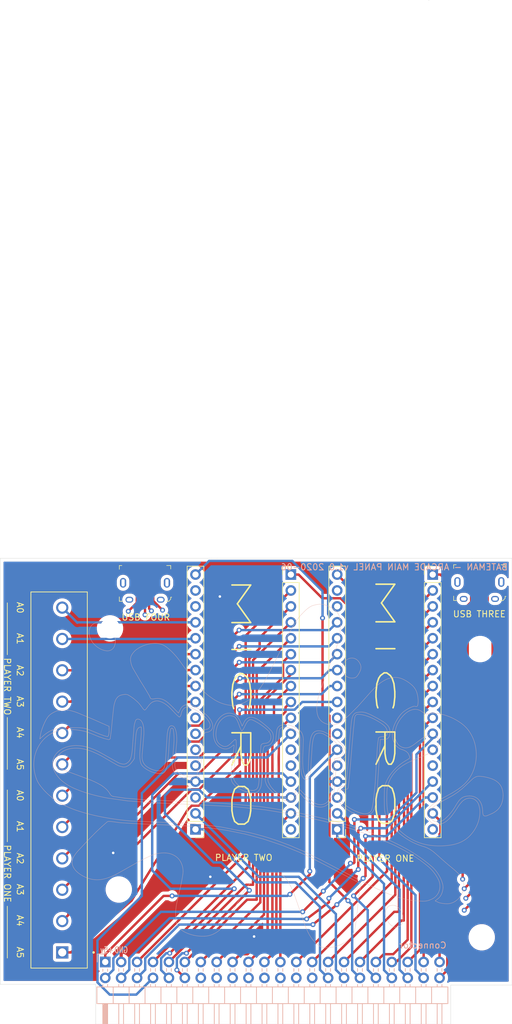
<source format=kicad_pcb>
(kicad_pcb (version 20171130) (host pcbnew "(5.1.2-1)-1")
  (layers (0 F.Cu signal hide) (1 In1.Cu signal hide) (2 In2.Cu signal hide) (31 B.Cu signal hide) (34 B.Paste user) (35 F.Paste user) (36 B.SilkS user) (37 F.SilkS user) (38 B.Mask user) (39 F.Mask user) (44 Edge.Cuts user))
  (net 0 "")
  (net 1 "Net-(J1-Pad8)")
  (net 2 "Net-(J1-Pad7)")
  (net 3 "Net-(J4-Pad8)")
  (net 4 "Net-(J4-Pad7)")
  (net 5 /USBTHREE-R)
  (net 6 /USBTHREE-W)
  (net 7 /USBTHREE-B)
  (net 8 "Net-(J21-Pad4)")
  (net 9 /USBTHREE-G)
  (net 10 /USBFOUR-R)
  (net 11 /USBFOUR-W)
  (net 12 /USBFOUR-B)
  (net 13 "Net-(J24-Pad4)")
  (net 14 /USBFOUR-G)
  (net 15 /1-D13)
  (net 16 /1-D15-SCK)
  (net 17 /1-D14-MISO)
  (net 18 /1-VIN)
  (net 19 /1-RESET)
  (net 20 /+5v)
  (net 21 /1-A5-D23)
  (net 22 /1-A4-D22)
  (net 23 /1-A3-D21)
  (net 24 /1-A2-D20)
  (net 25 /1-A1-D19)
  (net 26 /1-A0-D18)
  (net 27 /1-AREF)
  (net 28 /1-+3V3)
  (net 29 /1-MOSI-D16)
  (net 30 /1-SS-D17)
  (net 31 /1-TX-D1)
  (net 32 /1-RX-D0)
  (net 33 /1-SDA-D2)
  (net 34 /1-SCL-D3)
  (net 35 /1-A6-D4)
  (net 36 /1-D5)
  (net 37 /1-A7-D6)
  (net 38 /1-D7)
  (net 39 /1-A8-D8)
  (net 40 /1-A9-D9)
  (net 41 /1-A10-D10)
  (net 42 /1-D11)
  (net 43 /1-A11-D12)
  (net 44 /2-A0-D18)
  (net 45 /2-A1-D19)
  (net 46 /2-A2-D20)
  (net 47 /2-A3-D21)
  (net 48 /2-A4-D22)
  (net 49 /2-A5-D23)
  (net 50 /2-D13)
  (net 51 /2-+3V3)
  (net 52 /2-AREF)
  (net 53 /2-+5V)
  (net 54 /2-RESET)
  (net 55 /2-VIN)
  (net 56 /2-D14-MISO)
  (net 57 /2-D15-SCK)
  (net 58 /2-MOSI-D16)
  (net 59 /2-SS-D17)
  (net 60 /2-TX-D1)
  (net 61 /2-RX-D0)
  (net 62 /2-SDA-D2)
  (net 63 /2-SCL-D3)
  (net 64 /2-A6-D4)
  (net 65 /2-D5)
  (net 66 /2-A7-D6)
  (net 67 /2-D7)
  (net 68 /2-A8-D8)
  (net 69 /2-A9-D9)
  (net 70 /2-A10-D10)
  (net 71 /2-D11)
  (net 72 /2-A11-D12)
  (net 73 "Net-(J2-Pad13)")
  (net 74 "Net-(J2-Pad12)")
  (net 75 "Net-(J5-Pad13)")
  (net 76 "Net-(J5-Pad12)")
  (net 77 /GND)
  (module MountingHole:MountingHole_3.2mm_M3 (layer F.Cu) (at 124.968 61.468)
    (fp_text reference 4 hide)
    (fp_text value MountingHole_3.2mm_M3 hide)
    (pad 1 np_thru_hole circle (at 0 0) (size 3.2 3.2) (drill 3.2) (layers *.Cu *.Mask))
  )
  (module MountingHole:MountingHole_3.2mm_M3 (layer F.Cu) (at 126.365 103.124)
    (fp_text reference 4 hide)
    (fp_text value MountingHole_3.2mm_M3 hide)
    (pad 1 np_thru_hole circle (at 0 0) (size 3.2 3.2) (drill 3.2) (layers *.Cu *.Mask))
  )
  (module MountingHole:MountingHole_3.2mm_M3 (layer F.Cu) (at 184.023 64.77)
    (fp_text reference 4 hide)
    (fp_text value MountingHole_3.2mm_M3 hide)
    (pad 1 np_thru_hole circle (at 0 0) (size 3.2 3.2) (drill 3.2) (layers *.Cu *.Mask))
  )
  (module MountingHole:MountingHole_3.2mm_M3 (layer F.Cu) (at 184.277 110.744)
    (fp_text reference 4 hide)
    (fp_text value MountingHole_3.2mm_M3 hide)
    (pad 1 np_thru_hole circle (at 0 0) (size 3.2 3.2) (drill 3.2) (layers *.Cu *.Mask))
  )
  (module digikey-footprints:USB_Micro_B_Female_10118194-0001LF (layer F.Cu) (at 130.556 56.896 180)
    (fp_text reference J24 hide)
    (fp_text value USB_B_Micro hide)
    (pad SH thru_hole oval (at 3.5 2.7 180) (size 1 1.55) (drill oval 0.5 1.15) (layers *.Cu *.Mask))
    (pad SH thru_hole oval (at -3.5 2.7 180) (size 1 1.55) (drill oval 0.5 1.15) (layers *.Cu *.Mask))
    (pad SH thru_hole oval (at -2.5 0 180) (size 1.25 0.95) (drill oval 0.85 0.55) (layers *.Cu *.Mask))
    (pad SH thru_hole oval (at 2.5 0 180) (size 1.25 0.95) (drill oval 0.85 0.55) (layers *.Cu *.Mask))
    (pad 1 smd rect (at -1.3 0 180) (size 0.4 1.35) (layers F.Cu F.Paste F.Mask) (net 10 /USBFOUR-R))
    (pad 2 smd rect (at -0.65 0 180) (size 0.4 1.35) (layers F.Cu F.Paste F.Mask) (net 11 /USBFOUR-W))
    (pad 5 smd rect (at 1.3 0 180) (size 0.4 1.35) (layers F.Cu F.Paste F.Mask) (net 12 /USBFOUR-B))
    (pad 4 smd rect (at 0.65 0 180) (size 0.4 1.35) (layers F.Cu F.Paste F.Mask) (net 13 "Net-(J24-Pad4)"))
    (pad 3 smd rect (at 0 0 180) (size 0.4 1.35) (layers F.Cu F.Paste F.Mask) (net 14 /USBFOUR-G))
  )
  (module Connector_PinHeader_2.54mm:PinHeader_2x22_P2.54mm_Horizontal (layer B.Cu) (at 124.206 114.681 270)
    (fp_text reference J23 hide)
    (fp_text value Conn_02x22_Top_Bottom hide)
    (pad 44 thru_hole oval (at 2.54 -53.34 270) (size 1.7 1.7) (drill 1) (layers *.Cu *.Mask) (net 43 /1-A11-D12))
    (pad 43 thru_hole oval (at 0 -53.34 270) (size 1.7 1.7) (drill 1) (layers *.Cu *.Mask) (net 30 /1-SS-D17))
    (pad 42 thru_hole oval (at 2.54 -50.8 270) (size 1.7 1.7) (drill 1) (layers *.Cu *.Mask) (net 15 /1-D13))
    (pad 41 thru_hole oval (at 0 -50.8 270) (size 1.7 1.7) (drill 1) (layers *.Cu *.Mask) (net 34 /1-SCL-D3))
    (pad 40 thru_hole oval (at 2.54 -48.26 270) (size 1.7 1.7) (drill 1) (layers *.Cu *.Mask) (net 17 /1-D14-MISO))
    (pad 39 thru_hole oval (at 0 -48.26 270) (size 1.7 1.7) (drill 1) (layers *.Cu *.Mask) (net 35 /1-A6-D4))
    (pad 38 thru_hole oval (at 2.54 -45.72 270) (size 1.7 1.7) (drill 1) (layers *.Cu *.Mask) (net 16 /1-D15-SCK))
    (pad 37 thru_hole oval (at 0 -45.72 270) (size 1.7 1.7) (drill 1) (layers *.Cu *.Mask) (net 36 /1-D5))
    (pad 36 thru_hole oval (at 2.54 -43.18 270) (size 1.7 1.7) (drill 1) (layers *.Cu *.Mask) (net 72 /2-A11-D12))
    (pad 35 thru_hole oval (at 0 -43.18 270) (size 1.7 1.7) (drill 1) (layers *.Cu *.Mask) (net 37 /1-A7-D6))
    (pad 34 thru_hole oval (at 2.54 -40.64 270) (size 1.7 1.7) (drill 1) (layers *.Cu *.Mask) (net 50 /2-D13))
    (pad 33 thru_hole oval (at 0 -40.64 270) (size 1.7 1.7) (drill 1) (layers *.Cu *.Mask) (net 38 /1-D7))
    (pad 32 thru_hole oval (at 2.54 -38.1 270) (size 1.7 1.7) (drill 1) (layers *.Cu *.Mask) (net 56 /2-D14-MISO))
    (pad 31 thru_hole oval (at 0 -38.1 270) (size 1.7 1.7) (drill 1) (layers *.Cu *.Mask) (net 39 /1-A8-D8))
    (pad 30 thru_hole oval (at 2.54 -35.56 270) (size 1.7 1.7) (drill 1) (layers *.Cu *.Mask) (net 57 /2-D15-SCK))
    (pad 29 thru_hole oval (at 0 -35.56 270) (size 1.7 1.7) (drill 1) (layers *.Cu *.Mask) (net 40 /1-A9-D9))
    (pad 28 thru_hole oval (at 2.54 -33.02 270) (size 1.7 1.7) (drill 1) (layers *.Cu *.Mask) (net 5 /USBTHREE-R))
    (pad 27 thru_hole oval (at 0 -33.02 270) (size 1.7 1.7) (drill 1) (layers *.Cu *.Mask) (net 41 /1-A10-D10))
    (pad 26 thru_hole oval (at 2.54 -30.48 270) (size 1.7 1.7) (drill 1) (layers *.Cu *.Mask) (net 6 /USBTHREE-W))
    (pad 25 thru_hole oval (at 0 -30.48 270) (size 1.7 1.7) (drill 1) (layers *.Cu *.Mask) (net 42 /1-D11))
    (pad 24 thru_hole oval (at 2.54 -27.94 270) (size 1.7 1.7) (drill 1) (layers *.Cu *.Mask) (net 9 /USBTHREE-G))
    (pad 23 thru_hole oval (at 0 -27.94 270) (size 1.7 1.7) (drill 1) (layers *.Cu *.Mask) (net 59 /2-SS-D17))
    (pad 22 thru_hole oval (at 2.54 -25.4 270) (size 1.7 1.7) (drill 1) (layers *.Cu *.Mask) (net 7 /USBTHREE-B))
    (pad 21 thru_hole oval (at 0 -25.4 270) (size 1.7 1.7) (drill 1) (layers *.Cu *.Mask) (net 63 /2-SCL-D3))
    (pad 20 thru_hole oval (at 2.54 -22.86 270) (size 1.7 1.7) (drill 1) (layers *.Cu *.Mask) (net 10 /USBFOUR-R))
    (pad 19 thru_hole oval (at 0 -22.86 270) (size 1.7 1.7) (drill 1) (layers *.Cu *.Mask) (net 64 /2-A6-D4))
    (pad 18 thru_hole oval (at 2.54 -20.32 270) (size 1.7 1.7) (drill 1) (layers *.Cu *.Mask) (net 11 /USBFOUR-W))
    (pad 17 thru_hole oval (at 0 -20.32 270) (size 1.7 1.7) (drill 1) (layers *.Cu *.Mask) (net 65 /2-D5))
    (pad 16 thru_hole oval (at 2.54 -17.78 270) (size 1.7 1.7) (drill 1) (layers *.Cu *.Mask) (net 14 /USBFOUR-G))
    (pad 15 thru_hole oval (at 0 -17.78 270) (size 1.7 1.7) (drill 1) (layers *.Cu *.Mask) (net 66 /2-A7-D6))
    (pad 14 thru_hole oval (at 2.54 -15.24 270) (size 1.7 1.7) (drill 1) (layers *.Cu *.Mask) (net 12 /USBFOUR-B))
    (pad 13 thru_hole oval (at 0 -15.24 270) (size 1.7 1.7) (drill 1) (layers *.Cu *.Mask) (net 67 /2-D7))
    (pad 12 thru_hole oval (at 2.54 -12.7 270) (size 1.7 1.7) (drill 1) (layers *.Cu *.Mask) (net 60 /2-TX-D1))
    (pad 11 thru_hole oval (at 0 -12.7 270) (size 1.7 1.7) (drill 1) (layers *.Cu *.Mask) (net 68 /2-A8-D8))
    (pad 10 thru_hole oval (at 2.54 -10.16 270) (size 1.7 1.7) (drill 1) (layers *.Cu *.Mask) (net 61 /2-RX-D0))
    (pad 9 thru_hole oval (at 0 -10.16 270) (size 1.7 1.7) (drill 1) (layers *.Cu *.Mask) (net 69 /2-A9-D9))
    (pad 8 thru_hole oval (at 2.54 -7.62 270) (size 1.7 1.7) (drill 1) (layers *.Cu *.Mask) (net 62 /2-SDA-D2))
    (pad 7 thru_hole oval (at 0 -7.62 270) (size 1.7 1.7) (drill 1) (layers *.Cu *.Mask) (net 70 /2-A10-D10))
    (pad 6 thru_hole oval (at 2.54 -5.08 270) (size 1.7 1.7) (drill 1) (layers *.Cu *.Mask) (net 31 /1-TX-D1))
    (pad 5 thru_hole oval (at 0 -5.08 270) (size 1.7 1.7) (drill 1) (layers *.Cu *.Mask) (net 71 /2-D11))
    (pad 4 thru_hole oval (at 2.54 -2.54 270) (size 1.7 1.7) (drill 1) (layers *.Cu *.Mask) (net 32 /1-RX-D0))
    (pad 3 thru_hole oval (at 0 -2.54 270) (size 1.7 1.7) (drill 1) (layers *.Cu *.Mask) (net 77 /GND))
    (pad 2 thru_hole oval (at 2.54 0 270) (size 1.7 1.7) (drill 1) (layers *.Cu *.Mask) (net 33 /1-SDA-D2))
    (pad 1 thru_hole rect (at 0 0 270) (size 1.7 1.7) (drill 1) (layers *.Cu *.Mask) (net 20 /+5v))
  )
  (module digikey-footprints:USB_Micro_B_Female_10118194-0001LF (layer F.Cu) (at 183.896 56.769 180)
    (fp_text reference J21 hide)
    (fp_text value USB_B_Micro hide)
    (pad SH thru_hole oval (at 3.5 2.7 180) (size 1 1.55) (drill oval 0.5 1.15) (layers *.Cu *.Mask))
    (pad SH thru_hole oval (at -3.5 2.7 180) (size 1 1.55) (drill oval 0.5 1.15) (layers *.Cu *.Mask))
    (pad SH thru_hole oval (at -2.5 0 180) (size 1.25 0.95) (drill oval 0.85 0.55) (layers *.Cu *.Mask))
    (pad SH thru_hole oval (at 2.5 0 180) (size 1.25 0.95) (drill oval 0.85 0.55) (layers *.Cu *.Mask))
    (pad 1 smd rect (at -1.3 0 180) (size 0.4 1.35) (layers F.Cu F.Paste F.Mask) (net 5 /USBTHREE-R))
    (pad 2 smd rect (at -0.65 0 180) (size 0.4 1.35) (layers F.Cu F.Paste F.Mask) (net 6 /USBTHREE-W))
    (pad 5 smd rect (at 1.3 0 180) (size 0.4 1.35) (layers F.Cu F.Paste F.Mask) (net 7 /USBTHREE-B))
    (pad 4 smd rect (at 0.65 0 180) (size 0.4 1.35) (layers F.Cu F.Paste F.Mask) (net 8 "Net-(J21-Pad4)"))
    (pad 3 smd rect (at 0 0 180) (size 0.4 1.35) (layers F.Cu F.Paste F.Mask) (net 9 /USBTHREE-G))
  )
  (module Connector_PinHeader_2.54mm:PinHeader_1x17_P2.54mm_Vertical (layer F.Cu) (at 153.8224 52.8828)
    (fp_text reference J5 hide)
    (fp_text value Conn_01x17_Male hide)
    (pad 17 thru_hole oval (at 0 40.64) (size 1.7 1.7) (drill 1) (layers *.Cu *.Mask) (net 58 /2-MOSI-D16))
    (pad 16 thru_hole oval (at 0 38.1) (size 1.7 1.7) (drill 1) (layers *.Cu *.Mask) (net 59 /2-SS-D17))
    (pad 15 thru_hole oval (at 0 35.56) (size 1.7 1.7) (drill 1) (layers *.Cu *.Mask) (net 60 /2-TX-D1))
    (pad 14 thru_hole oval (at 0 33.02) (size 1.7 1.7) (drill 1) (layers *.Cu *.Mask) (net 61 /2-RX-D0))
    (pad 13 thru_hole oval (at 0 30.48) (size 1.7 1.7) (drill 1) (layers *.Cu *.Mask) (net 75 "Net-(J5-Pad13)"))
    (pad 12 thru_hole oval (at 0 27.94) (size 1.7 1.7) (drill 1) (layers *.Cu *.Mask) (net 76 "Net-(J5-Pad12)"))
    (pad 11 thru_hole oval (at 0 25.4) (size 1.7 1.7) (drill 1) (layers *.Cu *.Mask) (net 62 /2-SDA-D2))
    (pad 10 thru_hole oval (at 0 22.86) (size 1.7 1.7) (drill 1) (layers *.Cu *.Mask) (net 63 /2-SCL-D3))
    (pad 9 thru_hole oval (at 0 20.32) (size 1.7 1.7) (drill 1) (layers *.Cu *.Mask) (net 64 /2-A6-D4))
    (pad 8 thru_hole oval (at 0 17.78) (size 1.7 1.7) (drill 1) (layers *.Cu *.Mask) (net 65 /2-D5))
    (pad 7 thru_hole oval (at 0 15.24) (size 1.7 1.7) (drill 1) (layers *.Cu *.Mask) (net 66 /2-A7-D6))
    (pad 6 thru_hole oval (at 0 12.7) (size 1.7 1.7) (drill 1) (layers *.Cu *.Mask) (net 67 /2-D7))
    (pad 5 thru_hole oval (at 0 10.16) (size 1.7 1.7) (drill 1) (layers *.Cu *.Mask) (net 68 /2-A8-D8))
    (pad 4 thru_hole oval (at 0 7.62) (size 1.7 1.7) (drill 1) (layers *.Cu *.Mask) (net 69 /2-A9-D9))
    (pad 3 thru_hole oval (at 0 5.08) (size 1.7 1.7) (drill 1) (layers *.Cu *.Mask) (net 70 /2-A10-D10))
    (pad 2 thru_hole oval (at 0 2.54) (size 1.7 1.7) (drill 1) (layers *.Cu *.Mask) (net 71 /2-D11))
    (pad 1 thru_hole rect (at 0 0) (size 1.7 1.7) (drill 1) (layers *.Cu *.Mask) (net 72 /2-A11-D12))
  )
  (module Connector_PinHeader_2.54mm:PinHeader_1x17_P2.54mm_Vertical (layer F.Cu) (at 138.6078 93.5228 180)
    (fp_text reference J4 hide)
    (fp_text value Conn_01x17_Male hide)
    (pad 17 thru_hole oval (at 0 40.64 180) (size 1.7 1.7) (drill 1) (layers *.Cu *.Mask) (net 50 /2-D13))
    (pad 16 thru_hole oval (at 0 38.1 180) (size 1.7 1.7) (drill 1) (layers *.Cu *.Mask) (net 51 /2-+3V3))
    (pad 15 thru_hole oval (at 0 35.56 180) (size 1.7 1.7) (drill 1) (layers *.Cu *.Mask) (net 52 /2-AREF))
    (pad 14 thru_hole oval (at 0 33.02 180) (size 1.7 1.7) (drill 1) (layers *.Cu *.Mask) (net 44 /2-A0-D18))
    (pad 13 thru_hole oval (at 0 30.48 180) (size 1.7 1.7) (drill 1) (layers *.Cu *.Mask) (net 45 /2-A1-D19))
    (pad 12 thru_hole oval (at 0 27.94 180) (size 1.7 1.7) (drill 1) (layers *.Cu *.Mask) (net 46 /2-A2-D20))
    (pad 11 thru_hole oval (at 0 25.4 180) (size 1.7 1.7) (drill 1) (layers *.Cu *.Mask) (net 47 /2-A3-D21))
    (pad 10 thru_hole oval (at 0 22.86 180) (size 1.7 1.7) (drill 1) (layers *.Cu *.Mask) (net 48 /2-A4-D22))
    (pad 9 thru_hole oval (at 0 20.32 180) (size 1.7 1.7) (drill 1) (layers *.Cu *.Mask) (net 49 /2-A5-D23))
    (pad 8 thru_hole oval (at 0 17.78 180) (size 1.7 1.7) (drill 1) (layers *.Cu *.Mask) (net 3 "Net-(J4-Pad8)"))
    (pad 7 thru_hole oval (at 0 15.24 180) (size 1.7 1.7) (drill 1) (layers *.Cu *.Mask) (net 4 "Net-(J4-Pad7)"))
    (pad 6 thru_hole oval (at 0 12.7 180) (size 1.7 1.7) (drill 1) (layers *.Cu *.Mask) (net 53 /2-+5V))
    (pad 5 thru_hole oval (at 0 10.16 180) (size 1.7 1.7) (drill 1) (layers *.Cu *.Mask) (net 54 /2-RESET))
    (pad 4 thru_hole oval (at 0 7.62 180) (size 1.7 1.7) (drill 1) (layers *.Cu *.Mask) (net 77 /GND))
    (pad 3 thru_hole oval (at 0 5.08 180) (size 1.7 1.7) (drill 1) (layers *.Cu *.Mask) (net 55 /2-VIN))
    (pad 2 thru_hole oval (at 0 2.54 180) (size 1.7 1.7) (drill 1) (layers *.Cu *.Mask) (net 56 /2-D14-MISO))
    (pad 1 thru_hole rect (at 0 0 180) (size 1.7 1.7) (drill 1) (layers *.Cu *.Mask) (net 57 /2-D15-SCK))
  )
  (module Connector_PinHeader_2.54mm:PinHeader_1x17_P2.54mm_Vertical (layer F.Cu) (at 176.4538 52.8828)
    (fp_text reference J2 hide)
    (fp_text value Conn_01x17_Male hide)
    (pad 17 thru_hole oval (at 0 40.64) (size 1.7 1.7) (drill 1) (layers *.Cu *.Mask) (net 29 /1-MOSI-D16))
    (pad 16 thru_hole oval (at 0 38.1) (size 1.7 1.7) (drill 1) (layers *.Cu *.Mask) (net 30 /1-SS-D17))
    (pad 15 thru_hole oval (at 0 35.56) (size 1.7 1.7) (drill 1) (layers *.Cu *.Mask) (net 31 /1-TX-D1))
    (pad 14 thru_hole oval (at 0 33.02) (size 1.7 1.7) (drill 1) (layers *.Cu *.Mask) (net 32 /1-RX-D0))
    (pad 13 thru_hole oval (at 0 30.48) (size 1.7 1.7) (drill 1) (layers *.Cu *.Mask) (net 73 "Net-(J2-Pad13)"))
    (pad 12 thru_hole oval (at 0 27.94) (size 1.7 1.7) (drill 1) (layers *.Cu *.Mask) (net 74 "Net-(J2-Pad12)"))
    (pad 11 thru_hole oval (at 0 25.4) (size 1.7 1.7) (drill 1) (layers *.Cu *.Mask) (net 33 /1-SDA-D2))
    (pad 10 thru_hole oval (at 0 22.86) (size 1.7 1.7) (drill 1) (layers *.Cu *.Mask) (net 34 /1-SCL-D3))
    (pad 9 thru_hole oval (at 0 20.32) (size 1.7 1.7) (drill 1) (layers *.Cu *.Mask) (net 35 /1-A6-D4))
    (pad 8 thru_hole oval (at 0 17.78) (size 1.7 1.7) (drill 1) (layers *.Cu *.Mask) (net 36 /1-D5))
    (pad 7 thru_hole oval (at 0 15.24) (size 1.7 1.7) (drill 1) (layers *.Cu *.Mask) (net 37 /1-A7-D6))
    (pad 6 thru_hole oval (at 0 12.7) (size 1.7 1.7) (drill 1) (layers *.Cu *.Mask) (net 38 /1-D7))
    (pad 5 thru_hole oval (at 0 10.16) (size 1.7 1.7) (drill 1) (layers *.Cu *.Mask) (net 39 /1-A8-D8))
    (pad 4 thru_hole oval (at 0 7.62) (size 1.7 1.7) (drill 1) (layers *.Cu *.Mask) (net 40 /1-A9-D9))
    (pad 3 thru_hole oval (at 0 5.08) (size 1.7 1.7) (drill 1) (layers *.Cu *.Mask) (net 41 /1-A10-D10))
    (pad 2 thru_hole oval (at 0 2.54) (size 1.7 1.7) (drill 1) (layers *.Cu *.Mask) (net 42 /1-D11))
    (pad 1 thru_hole rect (at 0 0) (size 1.7 1.7) (drill 1) (layers *.Cu *.Mask) (net 43 /1-A11-D12))
  )
  (module Connector_PinHeader_2.54mm:PinHeader_1x17_P2.54mm_Vertical (layer F.Cu) (at 161.2138 93.5228 180)
    (fp_text reference J1 hide)
    (fp_text value Conn_01x17_Male hide)
    (pad 17 thru_hole oval (at 0 40.64 180) (size 1.7 1.7) (drill 1) (layers *.Cu *.Mask) (net 15 /1-D13))
    (pad 16 thru_hole oval (at 0 38.1 180) (size 1.7 1.7) (drill 1) (layers *.Cu *.Mask) (net 28 /1-+3V3))
    (pad 15 thru_hole oval (at 0 35.56 180) (size 1.7 1.7) (drill 1) (layers *.Cu *.Mask) (net 27 /1-AREF))
    (pad 14 thru_hole oval (at 0 33.02 180) (size 1.7 1.7) (drill 1) (layers *.Cu *.Mask) (net 26 /1-A0-D18))
    (pad 13 thru_hole oval (at 0 30.48 180) (size 1.7 1.7) (drill 1) (layers *.Cu *.Mask) (net 25 /1-A1-D19))
    (pad 12 thru_hole oval (at 0 27.94 180) (size 1.7 1.7) (drill 1) (layers *.Cu *.Mask) (net 24 /1-A2-D20))
    (pad 11 thru_hole oval (at 0 25.4 180) (size 1.7 1.7) (drill 1) (layers *.Cu *.Mask) (net 23 /1-A3-D21))
    (pad 10 thru_hole oval (at 0 22.86 180) (size 1.7 1.7) (drill 1) (layers *.Cu *.Mask) (net 22 /1-A4-D22))
    (pad 9 thru_hole oval (at 0 20.32 180) (size 1.7 1.7) (drill 1) (layers *.Cu *.Mask) (net 21 /1-A5-D23))
    (pad 8 thru_hole oval (at 0 17.78 180) (size 1.7 1.7) (drill 1) (layers *.Cu *.Mask) (net 1 "Net-(J1-Pad8)"))
    (pad 7 thru_hole oval (at 0 15.24 180) (size 1.7 1.7) (drill 1) (layers *.Cu *.Mask) (net 2 "Net-(J1-Pad7)"))
    (pad 6 thru_hole oval (at 0 12.7 180) (size 1.7 1.7) (drill 1) (layers *.Cu *.Mask) (net 20 /+5v))
    (pad 5 thru_hole oval (at 0 10.16 180) (size 1.7 1.7) (drill 1) (layers *.Cu *.Mask) (net 19 /1-RESET))
    (pad 4 thru_hole oval (at 0 7.62 180) (size 1.7 1.7) (drill 1) (layers *.Cu *.Mask) (net 77 /GND))
    (pad 3 thru_hole oval (at 0 5.08 180) (size 1.7 1.7) (drill 1) (layers *.Cu *.Mask) (net 18 /1-VIN))
    (pad 2 thru_hole oval (at 0 2.54 180) (size 1.7 1.7) (drill 1) (layers *.Cu *.Mask) (net 17 /1-D14-MISO))
    (pad 1 thru_hole rect (at 0 0 180) (size 1.7 1.7) (drill 1) (layers *.Cu *.Mask) (net 16 /1-D15-SCK))
  )
  (module TB001-500-12BE:CUI_TB001-500-12BE (layer F.Cu) (at 117.348 113.157 90)
    (fp_text reference J3 hide)
    (fp_text value Screw_Terminal_01x12 hide)
    (pad 12 thru_hole circle (at 55 0 90) (size 1.95 1.95) (drill 1.3) (layers *.Cu *.Mask) (net 44 /2-A0-D18))
    (pad 11 thru_hole circle (at 50 0 90) (size 1.95 1.95) (drill 1.3) (layers *.Cu *.Mask) (net 45 /2-A1-D19))
    (pad 10 thru_hole circle (at 45 0 90) (size 1.95 1.95) (drill 1.3) (layers *.Cu *.Mask) (net 46 /2-A2-D20))
    (pad 9 thru_hole circle (at 40 0 90) (size 1.95 1.95) (drill 1.3) (layers *.Cu *.Mask) (net 47 /2-A3-D21))
    (pad 8 thru_hole circle (at 35 0 90) (size 1.95 1.95) (drill 1.3) (layers *.Cu *.Mask) (net 48 /2-A4-D22))
    (pad 7 thru_hole circle (at 30 0 90) (size 1.95 1.95) (drill 1.3) (layers *.Cu *.Mask) (net 49 /2-A5-D23))
    (pad 6 thru_hole circle (at 25 0 90) (size 1.95 1.95) (drill 1.3) (layers *.Cu *.Mask) (net 26 /1-A0-D18))
    (pad 5 thru_hole circle (at 20 0 90) (size 1.95 1.95) (drill 1.3) (layers *.Cu *.Mask) (net 25 /1-A1-D19))
    (pad 4 thru_hole circle (at 15 0 90) (size 1.95 1.95) (drill 1.3) (layers *.Cu *.Mask) (net 24 /1-A2-D20))
    (pad 3 thru_hole circle (at 10 0 90) (size 1.95 1.95) (drill 1.3) (layers *.Cu *.Mask) (net 23 /1-A3-D21))
    (pad 2 thru_hole circle (at 5 0 90) (size 1.95 1.95) (drill 1.3) (layers *.Cu *.Mask) (net 22 /1-A4-D22))
    (pad 1 thru_hole rect (at 0 0 90) (size 1.95 1.95) (drill 1.3) (layers *.Cu *.Mask) (net 21 /1-A5-D23))
  )
  (gr_text +5v (at 124.46 112.776) (layer B.SilkS) (effects (font (size 1 0.7)) (justify mirror)))
  (gr_text GND (at 126.746 112.776) (layer B.SilkS) (effects (font (size 1 0.7)) (justify mirror)))
  (gr_line (start 157.220622 80.265521) (end 157.1033 82.146055) (layer B.SilkS) (width 0.04))
  (gr_arc (start 165.19279 80.877141) (end 157.220622 80.265521) (angle 7.737260594) (layer B.SilkS) (width 0.04))
  (gr_arc (start 159.901053 79.740336) (end 157.375545 79.197791) (angle 14.83512424) (layer B.SilkS) (width 0.04))
  (gr_arc (start 158.164776 78.857205) (end 157.598641 78.569249) (angle 42.04696152) (layer B.SilkS) (width 0.04))
  (gr_arc (start 158.421477 79.526154) (end 157.937221 78.264207) (angle 48.73482541) (layer B.SilkS) (width 0.04))
  (gr_arc (start 154.72221 86.559949) (end 159.05065 78.329845) (angle 11.75205391) (layer B.SilkS) (width 0.04))
  (gr_arc (start 154.87603 86.373303) (end 160.636199 79.383967) (angle 11.8219986) (layer B.SilkS) (width 0.04))
  (gr_arc (start 161.166769 81.336209) (end 161.945938 80.712315) (angle 59.67845059) (layer B.SilkS) (width 0.04))
  (gr_arc (start 161.764862 81.565719) (end 162.098682 81.693818) (angle 25.68216278) (layer B.SilkS) (width 0.04))
  (gr_arc (start 161.268394 81.039326) (end 162.01019 81.825834) (angle 11.25666465) (layer B.SilkS) (width 0.04))
  (gr_arc (start 161.139866 80.834173) (end 161.84239 81.955506) (angle 10.36643996) (layer B.SilkS) (width 0.04))
  (gr_arc (start 161.141414 80.838064) (end 161.629146 82.063616) (angle 10.39114101) (layer B.SilkS) (width 0.04))
  (gr_line (start 161.178425 82.177354) (end 161.400098 82.131487) (layer B.SilkS) (width 0.04))
  (gr_line (start 160.988617 82.220014) (end 161.178425 82.177354) (layer B.SilkS) (width 0.04))
  (gr_line (start 160.825251 82.259084) (end 160.988617 82.220014) (layer B.SilkS) (width 0.04))
  (gr_arc (start 160.833171 82.291732) (end 160.8064 82.271436) (angle 39.19777617) (layer B.SilkS) (width 0.04))
  (gr_arc (start 160.842083 82.298488) (end 160.797503 82.29428) (angle 31.77323896) (layer B.SilkS) (width 0.04))
  (gr_line (start 160.71768 83.140968) (end 160.797503 82.29428) (layer B.SilkS) (width 0.04))
  (gr_line (start 160.630684 84.082728) (end 160.71768 83.140968) (layer B.SilkS) (width 0.04))
  (gr_arc (start 144.166617 84.081174) (end 149.35142 77.069465) (angle 6.342398293) (layer B.SilkS) (width 0.04))
  (gr_arc (start 148.851362 79.026262) (end 150.094268 77.685144) (angle 24.9640338) (layer B.SilkS) (width 0.04))
  (gr_arc (start 149.371601 78.813823) (end 150.544165 78.335009) (angle 32.86483867) (layer B.SilkS) (width 0.04))
  (gr_arc (start 149.726387 78.880554) (end 150.616332 79.047944) (angle 40.41663099) (layer B.SilkS) (width 0.04))
  (gr_arc (start 149.915558 78.471836) (end 146.541115 76.946436) (angle 6.303466811) (layer B.SilkS) (width 0.04))
  (gr_arc (start 148.375565 77.560051) (end 146.728996 76.585163) (angle 10.33144639) (layer B.SilkS) (width 0.04))
  (gr_arc (start 147.867654 77.119152) (end 146.930531 76.30567) (angle 12.81789366) (layer B.SilkS) (width 0.04))
  (gr_line (start 151.794479 79.783373) (end 151.725352 80.996436) (layer B.SilkS) (width 0.04))
  (gr_line (start 151.882219 78.704249) (end 151.794479 79.783373) (layer B.SilkS) (width 0.04))
  (gr_line (start 151.976421 77.801979) (end 151.882219 78.704249) (layer B.SilkS) (width 0.04))
  (gr_arc (start 152.694882 77.88334) (end 151.976421 77.801979) (angle 21.31061055) (layer B.SilkS) (width 0.04))
  (gr_arc (start 152.500958 80.988781) (end 153.526197 76.899394) (angle 12.52726318) (layer B.SilkS) (width 0.04))
  (gr_arc (start 152.89657 79.410787) (end 152.717096 76.827898) (angle 18.04926476) (layer B.SilkS) (width 0.04))
  (gr_arc (start 152.832573 78.489773) (end 152.075077 77.006074) (angle 23.07153268) (layer B.SilkS) (width 0.04))
  (gr_arc (start 152.471274 77.782099) (end 151.684827 77.407015) (angle 37.45545225) (layer B.SilkS) (width 0.04))
  (gr_arc (start 152.736448 77.908568) (end 151.581658 77.753897) (angle 17.86931962) (layer B.SilkS) (width 0.04))
  (gr_line (start 151.46644 78.704503) (end 151.581658 77.753897) (layer B.SilkS) (width 0.04))
  (gr_line (start 151.361611 79.848209) (end 151.46644 78.704503) (layer B.SilkS) (width 0.04))
  (gr_arc (start 155.239399 86.356402) (end 160.597828 78.834448) (angle 9.674714799) (layer B.SilkS) (width 0.04))
  (gr_arc (start 155.290892 86.284106) (end 159.273889 78.05023) (angle 9.650464545) (layer B.SilkS) (width 0.04))
  (gr_arc (start 158.185193 80.300843) (end 158.20635 77.800829) (angle 25.32972618) (layer B.SilkS) (width 0.04))
  (gr_arc (start 158.196641 78.948129) (end 157.647051 77.940983) (angle 29.10575347) (layer B.SilkS) (width 0.04))
  (gr_arc (start 158.139314 78.84307) (end 157.247272 78.33283) (angle 31.60978853) (layer B.SilkS) (width 0.04))
  (gr_arc (start 159.290134 79.501329) (end 156.979049 79.056847) (angle 18.88264026) (layer B.SilkS) (width 0.04))
  (gr_arc (start 169.42951 81.451392) (end 156.808418 80.244802) (angle 5.425584074) (layer B.SilkS) (width 0.04))
  (gr_line (start 156.747006 80.974443) (end 156.808418 80.244802) (layer B.SilkS) (width 0.04))
  (gr_line (start 156.693207 81.803026) (end 156.747006 80.974443) (layer B.SilkS) (width 0.04))
  (gr_line (start 156.653895 82.601562) (end 156.693207 81.803026) (layer B.SilkS) (width 0.04))
  (gr_line (start 156.637937 83.230079) (end 156.653895 82.601562) (layer B.SilkS) (width 0.04))
  (gr_line (start 156.583484 84.594382) (end 156.637937 83.230079) (layer B.SilkS) (width 0.04))
  (gr_arc (start 155.526278 84.519889) (end 156.583484 84.594382) (angle 32.05060299) (layer B.SilkS) (width 0.04))
  (gr_arc (start 156.264107 85.057551) (end 156.382813 85.144053) (angle 119.7357591) (layer B.SilkS) (width 0.04))
  (gr_arc (start 160.575396 83.121511) (end 156.130117 85.117721) (angle 10.0496507) (layer B.SilkS) (width 0.04))
  (gr_line (start 155.756386 81.022293) (end 155.715612 82.102366) (layer B.SilkS) (width 0.04))
  (gr_line (start 155.807014 79.216707) (end 155.756386 81.022293) (layer B.SilkS) (width 0.04))
  (gr_arc (start 153.234129 79.210667) (end 155.655245 78.34005) (angle 19.91273582) (layer B.SilkS) (width 0.04))
  (gr_arc (start 146.007188 77.712361) (end 146.007188 77.796436) (angle 60.932521) (layer B.SilkS) (width 0.04))
  (gr_arc (start 146.007188 77.701848) (end 146.083866 77.757234) (angle 54.15864537) (layer B.SilkS) (width 0.04))
  (gr_line (start 146.225776 77.546749) (end 146.083866 77.757234) (layer B.SilkS) (width 0.04))
  (gr_line (start 146.383026 77.272133) (end 146.225776 77.546749) (layer B.SilkS) (width 0.04))
  (gr_line (start 146.541115 76.946436) (end 146.383026 77.272133) (layer B.SilkS) (width 0.04))
  (gr_line (start 160.530991 85.196436) (end 160.630684 84.082728) (layer B.SilkS) (width 0.04))
  (gr_line (start 160.320889 87.208272) (end 160.530991 85.196436) (layer B.SilkS) (width 0.04))
  (gr_arc (start 153.357631 86.369303) (end 160.320889 87.208272) (angle 9.211635405) (layer B.SilkS) (width 0.04))
  (gr_arc (start 157.824802 87.657148) (end 160.096785 88.312142) (angle 17.87729235) (layer B.SilkS) (width 0.04))
  (gr_arc (start 158.703248 88.248754) (end 159.786016 88.977969) (angle 27.88584786) (layer B.SilkS) (width 0.04))
  (gr_arc (start 158.590003 88.037155) (end 159.319224 89.399716) (angle 26.60533967) (layer B.SilkS) (width 0.04))
  (gr_arc (start 158.582576 87.762514) (end 158.631796 89.582014) (angle 23.53447592) (layer B.SilkS) (width 0.04))
  (gr_arc (start 159.058283 83.503525) (end 155.84998 84.311385) (angle 9.206372699) (layer B.SilkS) (width 0.04))
  (gr_line (start 155.718723 83.031184) (end 155.762057 83.787679) (layer B.SilkS) (width 0.04))
  (gr_line (start 155.715612 82.102366) (end 155.718723 83.031184) (layer B.SilkS) (width 0.04))
  (gr_arc (start 144.154233 77.12881) (end 143.250514 75.64281) (angle 19.42975597) (layer B.SilkS) (width 0.04))
  (gr_arc (start 144.097747 76.860223) (end 143.7963 75.426815) (angle 21.43965748) (layer B.SilkS) (width 0.04))
  (gr_arc (start 144.086094 76.929379) (end 144.3411 75.415817) (angle 20.70086368) (layer B.SilkS) (width 0.04))
  (gr_arc (start 144.61971 76.014896) (end 144.859664 75.603676) (angle 24.78895433) (layer B.SilkS) (width 0.04))
  (gr_arc (start 142.207869 77.700352) (end 145.009969 75.742174) (angle 5.790225109) (layer B.SilkS) (width 0.04))
  (gr_arc (start 141.611736 78.032933) (end 145.193226 76.034859) (angle 5.70708397) (layer B.SilkS) (width 0.04))
  (gr_arc (start 140.975166 78.309052) (end 145.374168 76.400916) (angle 5.07580518) (layer B.SilkS) (width 0.04))
  (gr_line (start 145.663716 77.180392) (end 145.525737 76.797595) (layer B.SilkS) (width 0.04))
  (gr_line (start 145.804015 77.503027) (end 145.663716 77.180392) (layer B.SilkS) (width 0.04))
  (gr_line (start 145.933702 77.753208) (end 145.804015 77.503027) (layer B.SilkS) (width 0.04))
  (gr_arc (start 150.649137 85.272994) (end 149.809854 84.919987) (angle 30.8213127) (layer B.SilkS) (width 0.04))
  (gr_arc (start 150.978317 85.411449) (end 149.711892 85.46628) (angle 25.29101191) (layer B.SilkS) (width 0.04))
  (gr_arc (start 152.089474 85.363343) (end 149.829559 86.109184) (angle 15.78541699) (layer B.SilkS) (width 0.04))
  (gr_arc (start 152.130304 85.349868) (end 150.317199 86.956927) (angle 23.2879444) (layer B.SilkS) (width 0.04))
  (gr_arc (start 156.95001 81.077883) (end 151.303358 87.909621) (angle 8.872743342) (layer B.SilkS) (width 0.04))
  (gr_arc (start 156.939202 81.090955) (end 152.419688 88.695621) (angle 8.851461166) (layer B.SilkS) (width 0.04))
  (gr_arc (start 153.571457 86.757622) (end 153.325352 88.998569) (angle 24.45615548) (layer B.SilkS) (width 0.04))
  (gr_arc (start 153.71822 85.421229) (end 153.815091 89.018773) (angle 7.809599174) (layer B.SilkS) (width 0.04))
  (gr_arc (start 153.796918 88.343859) (end 154.119195 88.937136) (angle 26.96908047) (layer B.SilkS) (width 0.04))
  (gr_arc (start 154.43303 78.779551) (end 155.240651 77.76234) (angle 31.77368858) (layer B.SilkS) (width 0.04))
  (gr_arc (start 152.196828 81.596084) (end 154.388794 77.219129) (angle 11.84645587) (layer B.SilkS) (width 0.04))
  (gr_arc (start 144.69218 78.013367) (end 142.730302 76.051487) (angle 13.69387276) (layer B.SilkS) (width 0.04))
  (gr_arc (start 160.422158 73.881943) (end 159.775326 76.778497) (angle 13.38441219) (layer B.SilkS) (width 0.04))
  (gr_arc (start 160.465981 73.685705) (end 160.487237 76.854603) (angle 12.97255993) (layer B.SilkS) (width 0.04))
  (gr_arc (start 160.469803 74.255496) (end 161.161582 76.760911) (angle 15.05123926) (layer B.SilkS) (width 0.04))
  (gr_arc (start 160.625723 74.820193) (end 161.894948 76.383074) (angle 23.64468304) (layer B.SilkS) (width 0.04))
  (gr_line (start 163.085212 75.344676) (end 161.894948 76.383074) (layer B.SilkS) (width 0.04))
  (gr_line (start 164.510323 73.915724) (end 163.085212 75.344676) (layer B.SilkS) (width 0.04))
  (gr_line (start 166.112732 72.123937) (end 164.510323 73.915724) (layer B.SilkS) (width 0.04))
  (gr_arc (start 179.870893 83.934428) (end 166.112732 72.123937) (angle 6.519875377) (layer B.SilkS) (width 0.04))
  (gr_arc (start 171.787181 75.215859) (end 167.542769 70.638111) (angle 14.44185063) (layer B.SilkS) (width 0.04))
  (gr_arc (start 170.588064 72.997606) (end 168.818565 69.724218) (angle 19.47571823) (layer B.SilkS) (width 0.04))
  (gr_arc (start 170.448005 72.105116) (end 170.011182 69.321548) (angle 23.9892927) (layer B.SilkS) (width 0.04))
  (gr_arc (start 170.26855 72.771556) (end 171.180618 69.384391) (angle 11.40641291) (layer B.SilkS) (width 0.04))
  (gr_arc (start 169.157954 75.001297) (end 171.832474 69.631668) (angle 7.631954844) (layer B.SilkS) (width 0.04))
  (gr_arc (start 169.245272 74.872365) (end 172.521918 70.034435) (angle 7.697656856) (layer B.SilkS) (width 0.04))
  (gr_arc (start 171.243327 72.63819) (end 173.140411 70.516923) (angle 13.18477842) (layer B.SilkS) (width 0.04))
  (gr_arc (start 171.437396 72.502263) (end 173.574247 71.005551) (angle 20.06057476) (layer B.SilkS) (width 0.04))
  (gr_arc (start 119.341493 84.369846) (end 117.621506 80.998399) (angle 21.71338258) (layer B.SilkS) (width 0.04))
  (gr_arc (start 119.524958 86.341683) (end 118.990859 80.601283) (angle 15.84152805) (layer B.SilkS) (width 0.04))
  (gr_arc (start 119.074019 88.768585) (end 120.578144 80.673504) (angle 13.03698169) (layer B.SilkS) (width 0.04))
  (gr_arc (start 115.932362 95.972308) (end 122.365463 81.221458) (angle 7.89589981) (layer B.SilkS) (width 0.04))
  (gr_line (start 126.033108 83.226956) (end 124.330851 82.245045) (layer B.SilkS) (width 0.04))
  (gr_arc (start 127.577002 80.383037) (end 126.988063 83.56496) (angle 18.01031649) (layer B.SilkS) (width 0.04))
  (gr_arc (start 127.190664 82.470348) (end 127.67458 83.472869) (angle 36.25272019) (layer B.SilkS) (width 0.04))
  (gr_arc (start 126.841895 81.747806) (end 128.307574 82.981091) (angle 24.15475743) (layer B.SilkS) (width 0.04))
  (gr_line (start 128.506918 82.735578) (end 128.307574 82.981091) (layer B.SilkS) (width 0.04))
  (gr_line (start 128.677354 82.506949) (end 128.506918 82.735578) (layer B.SilkS) (width 0.04))
  (gr_line (start 128.810542 82.311838) (end 128.677354 82.506949) (layer B.SilkS) (width 0.04))
  (gr_arc (start 128.659205 82.212425) (end 128.839308 82.231091) (angle 27.3835197) (layer B.SilkS) (width 0.04))
  (gr_arc (start 168.87069 73.187512) (end 173.957998 71.829324) (angle 11.86291294) (layer B.SilkS) (width 0.04))
  (gr_arc (start 171.008455 73.072294) (end 174.128548 72.904134) (angle 15.63235648) (layer B.SilkS) (width 0.04))
  (gr_arc (start 173.81941 73.697905) (end 174.05845 73.751106) (angle 98.44627405) (layer B.SilkS) (width 0.04))
  (gr_arc (start 173.520067 74.47798) (end 173.315214 73.923993) (angle 41.28700593) (layer B.SilkS) (width 0.04))
  (gr_arc (start 175.290624 79.26612) (end 172.607137 74.24223) (angle 7.815322097) (layer B.SilkS) (width 0.04))
  (gr_arc (start 175.355153 79.386914) (end 171.886814 74.697566) (angle 8.378637755) (layer B.SilkS) (width 0.04))
  (gr_arc (start 173.732681 77.193252) (end 171.357519 75.194683) (angle 13.43374648) (layer B.SilkS) (width 0.04))
  (gr_arc (start 176.365396 79.408541) (end 170.323816 76.891648) (angle 17.4624259) (layer B.SilkS) (width 0.04))
  (gr_arc (start 174.057396 78.447042) (end 170.016407 78.618134) (angle 25.04080588) (layer B.SilkS) (width 0.04))
  (gr_arc (start 172.638762 78.507102) (end 170.483616 80.005242) (angle 32.38043968) (layer B.SilkS) (width 0.04))
  (gr_line (start 124.711238 79.209571) (end 124.043159 79.040483) (layer B.SilkS) (width 0.04))
  (gr_arc (start 124.765225 78.954462) (end 124.949609 79.138846) (angle 56.94883263) (layer B.SilkS) (width 0.04))
  (gr_arc (start 124.797684 78.986921) (end 125.010562 79.016001) (angle 37.22114096) (layer B.SilkS) (width 0.04))
  (gr_line (start 125.118833 78.194589) (end 125.010562 79.016001) (layer B.SilkS) (width 0.04))
  (gr_line (start 125.228926 77.232348) (end 125.118833 78.194589) (layer B.SilkS) (width 0.04))
  (gr_line (start 125.3335 76.116544) (end 125.228926 77.232348) (layer B.SilkS) (width 0.04))
  (gr_line (start 125.543325 74.147624) (end 125.3335 76.116544) (layer B.SilkS) (width 0.04))
  (gr_arc (start 130.845793 74.82431) (end 125.543325 74.147624) (angle 11.89834095) (layer B.SilkS) (width 0.04))
  (gr_arc (start 127.448692 73.643244) (end 125.796765 73.068921) (angle 23.77052343) (layer B.SilkS) (width 0.04))
  (gr_arc (start 127.046931 73.269365) (end 126.168398 72.451793) (angle 31.51557061) (layer B.SilkS) (width 0.04))
  (gr_arc (start 163.653542 67.7848) (end 162.641426 66.546436) (angle 20.59401953) (layer B.SilkS) (width 0.04))
  (gr_arc (start 163.5637 67.51884) (end 163.141691 66.269567) (angle 23.79999748) (layer B.SilkS) (width 0.04))
  (gr_arc (start 163.568017 67.470786) (end 163.681717 66.205506) (angle 24.31793077) (layer B.SilkS) (width 0.04))
  (gr_arc (start 163.493946 67.601956) (end 164.192671 66.36459) (angle 22.35849052) (layer B.SilkS) (width 0.04))
  (gr_arc (start 162.808468 68.141154) (end 164.610836 66.723408) (angle 14.16036678) (layer B.SilkS) (width 0.04))
  (gr_arc (start 163.842064 67.680357) (end 164.902904 67.207412) (angle 23.55511225) (layer B.SilkS) (width 0.04))
  (gr_arc (start 163.65851 67.681872) (end 165.003514 67.670764) (angle 21.52734709) (layer B.SilkS) (width 0.04))
  (gr_arc (start 161.550825 66.870523) (end 164.913766 68.165082) (angle 10.31703714) (layer B.SilkS) (width 0.04))
  (gr_arc (start 161.952101 67.115189) (end 164.627544 68.746436) (angle 7.479026854) (layer B.SilkS) (width 0.04))
  (gr_arc (start 163.751724 68.564719) (end 164.392455 69.080803) (angle 20.21885759) (layer B.SilkS) (width 0.04))
  (gr_arc (start 163.793127 68.633814) (end 164.17461 69.270443) (angle 21.5918608) (layer B.SilkS) (width 0.04))
  (gr_arc (start 163.542807 67.111712) (end 163.913566 69.366153) (angle 9.339081422) (layer B.SilkS) (width 0.04))
  (gr_arc (start 163.542808 68.029218) (end 163.542808 69.396436) (angle 38.66189708) (layer B.SilkS) (width 0.04))
  (gr_arc (start 163.711371 67.818524) (end 162.688674 69.096805) (angle 33.78745144) (layer B.SilkS) (width 0.04))
  (gr_arc (start 163.805126 67.788869) (end 162.150532 68.312176) (angle 32.60841549) (layer B.SilkS) (width 0.04))
  (gr_arc (start 163.615075 67.737738) (end 162.129333 67.338037) (angle 35.68347446) (layer B.SilkS) (width 0.04))
  (gr_arc (start 123.857186 63.482535) (end 122.418318 60.700074) (angle 5.06801677) (layer B.SilkS) (width 0.04))
  (gr_arc (start 120.64488 91.150136) (end 123.334552 86.361878) (angle 12.63031371) (layer B.SilkS) (width 0.04))
  (gr_arc (start 117.235704 97.219275) (end 121.80498 85.634771) (angle 7.798153299) (layer B.SilkS) (width 0.04))
  (gr_line (start 119.285457 84.693961) (end 121.80498 85.634771) (layer B.SilkS) (width 0.04))
  (gr_line (start 118.307374 84.33929) (end 119.285457 84.693961) (layer B.SilkS) (width 0.04))
  (gr_line (start 117.437541 84.002995) (end 118.307374 84.33929) (layer B.SilkS) (width 0.04))
  (gr_line (start 116.714633 83.706666) (end 117.437541 84.002995) (layer B.SilkS) (width 0.04))
  (gr_arc (start 117.035518 82.941087) (end 116.714633 83.706666) (angle 16.94966509) (layer B.SilkS) (width 0.04))
  (gr_arc (start 116.975565 83.013325) (end 116.505381 83.579862) (angle 47.87904212) (layer B.SilkS) (width 0.04))
  (gr_arc (start 117.924308 82.973047) (end 116.239996 83.04455) (angle 25.81273942) (layer B.SilkS) (width 0.04))
  (gr_arc (start 118.714352 83.314631) (end 116.376918 82.304014) (angle 20.46670414) (layer B.SilkS) (width 0.04))
  (gr_arc (start 118.888504 83.481922) (end 116.877843 81.550494) (angle 19.12254237) (layer B.SilkS) (width 0.04))
  (gr_arc (start 135.079821 74.838734) (end 136.295232 75.229004) (angle 9.361275203) (layer B.SilkS) (width 0.04))
  (gr_arc (start 134.314017 74.592833) (end 136.354455 75.000922) (angle 6.491937563) (layer B.SilkS) (width 0.04))
  (gr_arc (start 137.84917 75.299864) (end 136.354455 75.000922) (angle 28.52308214) (layer B.SilkS) (width 0.04))
  (gr_arc (start 137.300643 74.842312) (end 136.678626 74.32346) (angle 45.73270141) (layer B.SilkS) (width 0.04))
  (gr_arc (start 137.363955 75.658712) (end 137.238016 74.034729) (angle 29.30462819) (layer B.SilkS) (width 0.04))
  (gr_arc (start 134.992912 80.773649) (end 138.048995 74.180909) (angle 9.658471728) (layer B.SilkS) (width 0.04))
  (gr_arc (start 133.974556 82.253793) (end 139.111773 74.787093) (angle 9.216440475) (layer B.SilkS) (width 0.04))
  (gr_arc (start 138.229404 77.808356) (end 140.241353 75.706285) (angle 21.49349874) (layer B.SilkS) (width 0.04))
  (gr_arc (start 140.200647 76.899124) (end 140.87163 76.589634) (angle 50.13396419) (layer B.SilkS) (width 0.04))
  (gr_arc (start 140.320368 76.955902) (end 140.868291 77.215752) (angle 58.03510284) (layer B.SilkS) (width 0.04))
  (gr_arc (start 140.553243 78.970917) (end 140.168557 77.601928) (angle 9.102947131) (layer B.SilkS) (width 0.04))
  (gr_arc (start 140.631043 79.247786) (end 139.94595 77.681456) (angle 7.928633949) (layer B.SilkS) (width 0.04))
  (gr_arc (start 140.547048 79.05575) (end 139.75416 77.782435) (angle 8.286398994) (layer B.SilkS) (width 0.04))
  (gr_arc (start 140.026237 78.219368) (end 139.630155 77.89065) (angle 18.39952418) (layer B.SilkS) (width 0.04))
  (gr_arc (start 139.968128 78.171144) (end 139.533542 78.107604) (angle 31.37208694) (layer B.SilkS) (width 0.04))
  (gr_line (start 139.41076 79.010689) (end 139.533542 78.107604) (layer B.SilkS) (width 0.04))
  (gr_line (start 139.294173 80.092325) (end 139.41076 79.010689) (layer B.SilkS) (width 0.04))
  (gr_line (start 139.198493 81.323739) (end 139.294173 80.092325) (layer B.SilkS) (width 0.04))
  (gr_line (start 139.105298 82.561159) (end 139.198493 81.323739) (layer B.SilkS) (width 0.04))
  (gr_line (start 138.996348 83.661633) (end 139.105298 82.561159) (layer B.SilkS) (width 0.04))
  (gr_line (start 138.884555 84.581796) (end 138.996348 83.661633) (layer B.SilkS) (width 0.04))
  (gr_arc (start 138.133718 84.484124) (end 138.884555 84.581796) (angle 20.74337151) (layer B.SilkS) (width 0.04))
  (gr_arc (start 138.320934 84.58432) (end 138.80129 84.841398) (angle 43.59322726) (layer B.SilkS) (width 0.04))
  (gr_arc (start 137.979955 83.550373) (end 138.491569 85.101731) (angle 19.24225014) (layer B.SilkS) (width 0.04))
  (gr_arc (start 138.000439 82.365572) (end 137.951717 85.183671) (angle 14.40007596) (layer B.SilkS) (width 0.04))
  (gr_arc (start 138.649226 80.008628) (end 137.252411 85.083018) (angle 9.023087239) (layer B.SilkS) (width 0.04))
  (gr_arc (start 137.717381 82.061572) (end 136.473867 84.801157) (angle 15.55000368) (layer B.SilkS) (width 0.04))
  (gr_arc (start 136.547548 83.457525) (end 135.784958 84.36752) (angle 31.13094272) (layer B.SilkS) (width 0.04))
  (gr_arc (start 137.440051 83.151855) (end 135.424316 83.842214) (angle 21.23949262) (layer B.SilkS) (width 0.04))
  (gr_line (start 135.421892 81.729561) (end 135.311142 83.065086) (layer B.SilkS) (width 0.04))
  (gr_line (start 135.611568 79.649118) (end 135.421892 81.729561) (layer B.SilkS) (width 0.04))
  (gr_arc (start 127.936428 79.210384) (end 135.556131 78.190389) (angle 10.89608649) (layer B.SilkS) (width 0.04))
  (gr_arc (start 132.764639 78.564066) (end 135.281956 77.301062) (angle 19.01966726) (layer B.SilkS) (width 0.04))
  (gr_arc (start 134.788299 77.548743) (end 134.788299 76.996436) (angle 63.35583005) (layer B.SilkS) (width 0.04))
  (gr_arc (start 134.788299 77.419996) (end 134.444243 77.172958) (angle 54.32108356) (layer B.SilkS) (width 0.04))
  (gr_arc (start 135.5771 77.986366) (end 134.219697 77.666279) (angle 22.41047438) (layer B.SilkS) (width 0.04))
  (gr_arc (start 140.245042 79.087102) (end 134.071405 78.629152) (angle 9.026062002) (layer B.SilkS) (width 0.04))
  (gr_line (start 133.954163 80.533803) (end 134.071405 78.629152) (layer B.SilkS) (width 0.04))
  (gr_line (start 133.823081 82.617897) (end 133.954163 80.533803) (layer B.SilkS) (width 0.04))
  (gr_arc (start 129.439905 82.280987) (end 133.823081 82.617897) (angle 12.60517991) (layer B.SilkS) (width 0.04))
  (gr_arc (start 132.754789 83.294484) (end 133.643909 83.566323) (angle 34.48339421) (layer B.SilkS) (width 0.04))
  (gr_arc (start 132.83435 83.39445) (end 133.333776 84.02195) (angle 38.51622068) (layer B.SilkS) (width 0.04))
  (gr_arc (start 132.83435 81.281803) (end 132.83435 84.196436) (angle 14.34163547) (layer B.SilkS) (width 0.04))
  (gr_arc (start 133.066045 80.375572) (end 132.112386 84.105605) (angle 11.64073218) (layer B.SilkS) (width 0.04))
  (gr_arc (start 132.914159 80.68722) (end 131.379376 83.836462) (angle 12.11843891) (layer B.SilkS) (width 0.04))
  (gr_arc (start 131.767474 82.149603) (end 130.752447 83.444081) (angle 21.32833259) (layer B.SilkS) (width 0.04))
  (gr_arc (start 132.010212 82.006216) (end 130.351148 82.986247) (angle 13.7324662) (layer B.SilkS) (width 0.04))
  (gr_arc (start 131.873877 82.047479) (end 130.165924 82.56439) (angle 14.54662549) (layer B.SilkS) (width 0.04))
  (gr_arc (start 135.39253 81.906654) (end 130.090844 82.118837) (angle 7.177272274) (layer B.SilkS) (width 0.04))
  (gr_line (start 130.235031 80.084858) (end 130.105876 81.454783) (layer B.SilkS) (width 0.04))
  (gr_line (start 130.368033 78.460463) (end 130.235031 80.084858) (layer B.SilkS) (width 0.04))
  (gr_arc (start 123.282949 78.030195) (end 130.354133 77.412203) (angle 8.469958319) (layer B.SilkS) (width 0.04))
  (gr_arc (start 127.26233 77.682414) (end 130.202512 76.688639) (angle 13.68039912) (layer B.SilkS) (width 0.04))
  (gr_arc (start 128.773728 77.171565) (end 129.89198 76.15956) (angle 23.46961642) (layer B.SilkS) (width 0.04))
  (gr_arc (start 129.392842 76.611273) (end 129.413588 75.938404) (angle 46.08927692) (layer B.SilkS) (width 0.04))
  (gr_arc (start 129.401852 76.319049) (end 129.047929 76.178451) (angle 70.10029917) (layer B.SilkS) (width 0.04))
  (gr_arc (start 132.48544 77.544025) (end 128.804934 77.176399) (angle 15.96172703) (layer B.SilkS) (width 0.04))
  (gr_line (start 128.629946 79.33643) (end 128.804934 77.176399) (layer B.SilkS) (width 0.04))
  (gr_line (start 128.525965 80.771598) (end 128.629946 79.33643) (layer B.SilkS) (width 0.04))
  (gr_arc (start 118.781599 79.965506) (end 128.525965 80.771598) (angle 5.022660501) (layer B.SilkS) (width 0.04))
  (gr_arc (start 124.613625 80.967795) (end 128.417975 81.621619) (angle 8.566540047) (layer B.SilkS) (width 0.04))
  (gr_arc (start 126.95303 81.742306) (end 128.27814 82.181013) (angle 18.29955637) (layer B.SilkS) (width 0.04))
  (gr_arc (start 126.842076 81.659852) (end 128.073379 82.574891) (angle 25.02246262) (layer B.SilkS) (width 0.04))
  (gr_arc (start 127.1393 82.210482) (end 127.570774 83.009816) (angle 37.03318886) (layer B.SilkS) (width 0.04))
  (gr_arc (start 127.382432 80.616638) (end 127.002319 83.108447) (angle 19.0549461) (layer B.SilkS) (width 0.04))
  (gr_line (start 124.858664 82.0845) (end 126.209634 82.847813) (layer B.SilkS) (width 0.04))
  (gr_line (start 123.266468 81.191003) (end 124.858664 82.0845) (layer B.SilkS) (width 0.04))
  (gr_arc (start 118.005713 91.342508) (end 121.927752 80.602573) (angle 7.332960664) (layer B.SilkS) (width 0.04))
  (gr_arc (start 119.198776 88.07548) (end 120.730875 80.268796) (angle 8.957870513) (layer B.SilkS) (width 0.04))
  (gr_arc (start 119.578165 86.142326) (end 119.579812 80.156752) (angle 11.08770049) (layer B.SilkS) (width 0.04))
  (gr_arc (start 119.578369 85.398995) (end 118.123685 80.362627) (angle 16.12638763) (layer B.SilkS) (width 0.04))
  (gr_arc (start 119.174924 84.002197) (end 116.911859 80.964087) (angle 20.57151291) (layer B.SilkS) (width 0.04))
  (gr_arc (start 118.664026 83.31633) (end 116.112297 81.870019) (angle 23.77347087) (layer B.SilkS) (width 0.04))
  (gr_arc (start 118.027181 82.955368) (end 115.8261 82.95286) (angle 29.47911436) (layer B.SilkS) (width 0.04))
  (gr_arc (start 118.943563 82.956412) (end 116.214605 84.463521) (angle 28.97562676) (layer B.SilkS) (width 0.04))
  (gr_arc (start 120.320399 82.196033) (end 117.321146 85.802073) (angle 21.33832952) (layer B.SilkS) (width 0.04))
  (gr_arc (start 122.33872 79.769377) (end 119.166014 86.945965) (angle 15.90151459) (layer B.SilkS) (width 0.04))
  (gr_arc (start 127.080003 69.044722) (end 121.745706 87.87637) (angle 8.034388181) (layer B.SilkS) (width 0.04))
  (gr_arc (start 130.141634 58.236254) (end 124.639914 88.547295) (angle 5.527741385) (layer B.SilkS) (width 0.04))
  (gr_line (start 127.772797 88.987442) (end 124.639914 88.547295) (layer B.SilkS) (width 0.04))
  (gr_line (start 132.034609 89.304307) (end 127.772797 88.987442) (layer B.SilkS) (width 0.04))
  (gr_line (start 138.988306 89.599517) (end 132.034609 89.304307) (layer B.SilkS) (width 0.04))
  (gr_line (start 144.796281 89.9125) (end 138.988306 89.599517) (layer B.SilkS) (width 0.04))
  (gr_line (start 149.690535 90.40813) (end 144.796281 89.9125) (layer B.SilkS) (width 0.04))
  (gr_line (start 154.276488 91.156504) (end 149.690535 90.40813) (layer B.SilkS) (width 0.04))
  (gr_line (start 159.125352 92.236473) (end 154.276488 91.156504) (layer B.SilkS) (width 0.04))
  (gr_line (start 163.216288 93.36361) (end 159.125352 92.236473) (layer B.SilkS) (width 0.04))
  (gr_line (start 166.807488 94.578184) (end 163.216288 93.36361) (layer B.SilkS) (width 0.04))
  (gr_line (start 169.972901 95.90405) (end 166.807488 94.578184) (layer B.SilkS) (width 0.04))
  (gr_arc (start 155.953033 126.171813) (end 169.972901 95.90405) (angle 5.432913819) (layer B.SilkS) (width 0.04))
  (gr_arc (start 162.164604 115.536116) (end 172.775678 97.367425) (angle 9.774916371) (layer B.SilkS) (width 0.04))
  (gr_arc (start 171.494201 104.441617) (end 175.706275 99.43272) (angle 23.33308165) (layer B.SilkS) (width 0.04))
  (gr_arc (start 175.178146 102.596369) (end 177.345705 101.510659) (angle 43.02545358) (layer B.SilkS) (width 0.04))
  (gr_arc (start 175.411187 102.665041) (end 177.503547 103.281635) (angle 46.55138764) (layer B.SilkS) (width 0.04))
  (gr_arc (start 174.369951 100.624053) (end 176.402469 104.608111) (angle 7.28327848) (layer B.SilkS) (width 0.04))
  (gr_arc (start 175.107498 102.678774) (end 175.88099 104.833638) (angle 12.02107744) (layer B.SilkS) (width 0.04))
  (gr_arc (start 174.921952 101.310901) (end 175.415231 104.94748) (angle 8.908442133) (layer B.SilkS) (width 0.04))
  (gr_line (start 173.938001 104.942399) (end 174.846135 104.98) (layer B.SilkS) (width 0.04))
  (gr_arc (start 174.609128 94.149303) (end 173.938001 104.942399) (angle 6.175448384) (layer B.SilkS) (width 0.04))
  (gr_line (start 171.534478 104.540513) (end 172.780846 104.807573) (layer B.SilkS) (width 0.04))
  (gr_line (start 170.2869 104.164481) (end 171.534478 104.540513) (layer B.SilkS) (width 0.04))
  (gr_arc (start 174.753071 91.261387) (end 170.2869 104.164481) (angle 5.248292525) (layer B.SilkS) (width 0.04))
  (gr_line (start 168.819855 103.564583) (end 169.125352 103.701858) (layer B.SilkS) (width 0.04))
  (gr_line (start 168.375102 103.366532) (end 168.819855 103.564583) (layer B.SilkS) (width 0.04))
  (gr_line (start 167.883399 103.148577) (end 168.375102 103.366532) (layer B.SilkS) (width 0.04))
  (gr_line (start 167.413862 102.941472) (end 167.883399 103.148577) (layer B.SilkS) (width 0.04))
  (gr_line (start 166.772111 102.639916) (end 167.413862 102.941472) (layer B.SilkS) (width 0.04))
  (gr_line (start 148.978693 81.141057) (end 149.054857 80.192295) (layer B.SilkS) (width 0.04))
  (gr_line (start 148.906585 82.25548) (end 148.978693 81.141057) (layer B.SilkS) (width 0.04))
  (gr_line (start 148.846902 83.535731) (end 148.906585 82.25548) (layer B.SilkS) (width 0.04))
  (gr_line (start 148.759531 85.473742) (end 148.846902 83.535731) (layer B.SilkS) (width 0.04))
  (gr_arc (start 139.499084 85.003743) (end 148.759531 85.473742) (angle 5.421461087) (layer B.SilkS) (width 0.04))
  (gr_arc (start 146.458072 86.022288) (end 148.6737 86.346578) (angle 12.99152116) (layer B.SilkS) (width 0.04))
  (gr_arc (start 147.926413 86.595316) (end 148.544084 86.836366) (angle 32.1488041) (layer B.SilkS) (width 0.04))
  (gr_arc (start 147.723475 86.321386) (end 148.321109 87.12808) (angle 40.77615733) (layer B.SilkS) (width 0.04))
  (gr_arc (start 147.93904 83.416186) (end 147.649186 87.322587) (angle 14.82850572) (layer B.SilkS) (width 0.04))
  (gr_arc (start 148.140052 82.834766) (end 146.659087 87.118307) (angle 14.01127482) (layer B.SilkS) (width 0.04))
  (gr_arc (start 147.127624 84.388813) (end 145.666048 86.632303) (angle 20.78019531) (layer B.SilkS) (width 0.04))
  (gr_arc (start 146.220988 85.05083) (end 144.965172 85.967817) (angle 16.81495151) (layer B.SilkS) (width 0.04))
  (gr_arc (start 146.072645 85.102842) (end 144.753598 85.565326) (angle 18.21392919) (layer B.SilkS) (width 0.04))
  (gr_arc (start 150.423678 85.018703) (end 144.675131 85.129865) (angle 7.032338741) (layer B.SilkS) (width 0.04))
  (gr_line (start 144.900627 82.629906) (end 144.704766 84.425237) (layer B.SilkS) (width 0.04))
  (gr_line (start 145.063256 81.038495) (end 144.900627 82.629906) (layer B.SilkS) (width 0.04))
  (gr_line (start 145.112384 80.007156) (end 145.063256 81.038495) (layer B.SilkS) (width 0.04))
  (gr_arc (start 138.864379 79.973107) (end 145.080532 79.342094) (angle 6.108574967) (layer B.SilkS) (width 0.04))
  (gr_arc (start 144.919339 79.358457) (end 144.919339 79.196436) (angle 84.20366812) (layer B.SilkS) (width 0.04))
  (gr_arc (start 144.919339 79.258228) (end 144.878397 79.211947) (angle 41.49814826) (layer B.SilkS) (width 0.04))
  (gr_line (start 144.694348 79.37678) (end 144.878397 79.211947) (layer B.SilkS) (width 0.04))
  (gr_line (start 144.482059 79.575071) (end 144.694348 79.37678) (layer B.SilkS) (width 0.04))
  (gr_line (start 144.242185 79.810373) (end 144.482059 79.575071) (layer B.SilkS) (width 0.04))
  (gr_arc (start 142.440955 78.009144) (end 144.242185 79.810373) (angle 13.07855777) (layer B.SilkS) (width 0.04))
  (gr_arc (start 143.304402 79.395171) (end 143.787868 80.171245) (angle 28.08724585) (layer B.SilkS) (width 0.04))
  (gr_arc (start 143.306334 79.423987) (end 143.365543 80.307471) (angle 28.65891429) (layer B.SilkS) (width 0.04))
  (gr_arc (start 143.913149 78.112214) (end 142.934575 80.227632) (angle 13.91674481) (layer B.SilkS) (width 0.04))
  (gr_arc (start 143.321979 78.849017) (end 142.454517 79.930178) (angle 36.54030213) (layer B.SilkS) (width 0.04))
  (gr_arc (start 145.250088 78.342532) (end 141.981317 79.201187) (angle 18.78521083) (layer B.SilkS) (width 0.04))
  (gr_arc (start 145.760374 78.378819) (end 141.878931 78.102834) (angle 17.51528737) (layer B.SilkS) (width 0.04))
  (gr_arc (start 144.597715 77.918903) (end 142.141948 76.94747) (angle 23.41768074) (layer B.SilkS) (width 0.04))
  (gr_arc (start 143.916225 76.872704) (end 144.397028 75.042243) (angle 20.29117004) (layer B.SilkS) (width 0.04))
  (gr_arc (start 143.975194 76.648216) (end 143.753711 75.002604) (angle 22.38255321) (layer B.SilkS) (width 0.04))
  (gr_arc (start 143.997827 76.816375) (end 143.115359 75.213064) (angle 21.16314421) (layer B.SilkS) (width 0.04))
  (gr_arc (start 144.378948 77.508805) (end 142.525968 75.655821) (angle 16.17131291) (layer B.SilkS) (width 0.04))
  (gr_arc (start 145.069646 78.199498) (end 141.724324 76.876845) (angle 23.42743304) (layer B.SilkS) (width 0.04))
  (gr_arc (start 145.217243 78.257852) (end 141.461929 78.33053) (angle 22.68125233) (layer B.SilkS) (width 0.04))
  (gr_arc (start 144.546407 78.270836) (end 141.784382 79.645167) (angle 25.34534732) (layer B.SilkS) (width 0.04))
  (gr_arc (start 143.499603 78.791706) (end 142.619593 80.493458) (angle 36.20153773) (layer B.SilkS) (width 0.04))
  (gr_arc (start 143.547155 78.699753) (end 143.107947 80.670754) (angle 14.78217544) (layer B.SilkS) (width 0.04))
  (gr_arc (start 143.399813 79.360965) (end 143.575336 80.691351) (angle 20.07808688) (layer B.SilkS) (width 0.04))
  (gr_arc (start 143.39548 79.328137) (end 144.026352 80.549898) (angle 19.79422522) (layer B.SilkS) (width 0.04))
  (gr_arc (start 143.020269 78.601501) (end 144.46651 80.249785) (angle 13.95419205) (layer B.SilkS) (width 0.04))
  (gr_arc (start 146.339303 82.384214) (end 144.46651 80.249785) (angle 5.232258092) (layer B.SilkS) (width 0.04))
  (gr_arc (start 144.699374 80.129706) (end 144.668959 80.087893) (angle 91.55438297) (layer B.SilkS) (width 0.04))
  (gr_arc (start 144.608702 80.191971) (end 144.741996 80.100437) (angle 40.08801819) (layer B.SilkS) (width 0.04))
  (gr_line (start 144.723103 80.623441) (end 144.769624 80.207779) (layer B.SilkS) (width 0.04))
  (gr_line (start 144.48337 82.642233) (end 144.723103 80.623441) (layer B.SilkS) (width 0.04))
  (gr_line (start 144.345343 84.106952) (end 144.48337 82.642233) (layer B.SilkS) (width 0.04))
  (gr_line (start 144.284223 85.16861) (end 144.345343 84.106952) (layer B.SilkS) (width 0.04))
  (gr_arc (start 146.057051 85.236883) (end 144.336279 85.668768) (angle 16.29467998) (layer B.SilkS) (width 0.04))
  (gr_arc (start 145.714768 85.322789) (end 144.591976 86.19415) (angle 23.72449699) (layer B.SilkS) (width 0.04))
  (gr_arc (start 146.953658 84.361327) (end 145.089393 86.698269) (angle 13.60549313) (layer B.SilkS) (width 0.04))
  (gr_arc (start 147.624921 83.51987) (end 145.783513 87.144831) (angle 11.65101881) (layer B.SilkS) (width 0.04))
  (gr_arc (start 148.563878 81.671466) (end 146.628763 87.497569) (angle 8.556012328) (layer B.SilkS) (width 0.04))
  (gr_arc (start 148.020752 83.306673) (end 147.914238 87.72141) (angle 16.99160398) (layer B.SilkS) (width 0.04))
  (gr_arc (start 147.937916 86.740022) (end 148.694344 87.365721) (angle 51.78537251) (layer B.SilkS) (width 0.04))
  (gr_arc (start 147.239924 86.162656) (end 149.116176 86.368529) (angle 33.33503146) (layer B.SilkS) (width 0.04))
  (gr_arc (start 130.635229 84.340677) (end 149.227091 84.356368) (angle 6.213464996) (layer B.SilkS) (width 0.04))
  (gr_line (start 149.23701 83.490706) (end 149.227091 84.356368) (layer B.SilkS) (width 0.04))
  (gr_line (start 149.265366 82.593104) (end 149.23701 83.490706) (layer B.SilkS) (width 0.04))
  (gr_line (start 149.306181 81.787699) (end 149.265366 82.593104) (layer B.SilkS) (width 0.04))
  (gr_line (start 149.354949 81.246436) (end 149.306181 81.787699) (layer B.SilkS) (width 0.04))
  (gr_line (start 149.438113 80.67753) (end 149.354949 81.246436) (layer B.SilkS) (width 0.04))
  (gr_arc (start 150.437593 80.849888) (end 149.438113 80.67753) (angle 17.10784169) (layer B.SilkS) (width 0.04))
  (gr_arc (start 149.825319 80.539369) (end 149.53304 80.391138) (angle 35.59377648) (layer B.SilkS) (width 0.04))
  (gr_arc (start 149.887463 80.658675) (end 149.673924 80.248717) (angle 27.51409644) (layer B.SilkS) (width 0.04))
  (gr_arc (start 149.887462 79.160312) (end 150.339492 80.092633) (angle 25.86614201) (layer B.SilkS) (width 0.04))
  (gr_arc (start 149.871069 79.126502) (end 150.706088 79.801463) (angle 25.1845968) (layer B.SilkS) (width 0.04))
  (gr_arc (start 149.684088 78.975361) (end 150.943806 79.349581) (angle 22.4043454) (layer B.SilkS) (width 0.04))
  (gr_arc (start 149.055793 78.788713) (end 151.025352 78.788711) (angle 16.54503354) (layer B.SilkS) (width 0.04))
  (gr_arc (start 148.685702 78.788709) (end 150.988077 78.372734) (angle 10.24133003) (layer B.SilkS) (width 0.04))
  (gr_arc (start 149.920312 78.565649) (end 150.874478 78.049021) (angle 18.19183838) (layer B.SilkS) (width 0.04))
  (gr_arc (start 149.538409 78.772429) (end 150.646947 77.733418) (angle 14.71256362) (layer B.SilkS) (width 0.04))
  (gr_line (start 150.234941 77.328892) (end 150.646947 77.733418) (layer B.SilkS) (width 0.04))
  (gr_arc (start 138.571002 90.239506) (end 148.805547 76.168773) (angle 6.065060882) (layer B.SilkS) (width 0.04))
  (gr_arc (start 147.017139 78.627524) (end 147.751627 75.677205) (angle 22.05108045) (layer B.SilkS) (width 0.04))
  (gr_arc (start 147.486586 76.74183) (end 146.972162 75.772788) (angle 41.94171386) (layer B.SilkS) (width 0.04))
  (gr_arc (start 147.614966 76.983664) (end 146.38842 76.371289) (angle 35.5065285) (layer B.SilkS) (width 0.04))
  (gr_line (start 146.051488 77.046141) (end 146.38842 76.371289) (layer B.SilkS) (width 0.04))
  (gr_line (start 145.759547 76.347427) (end 146.051488 77.046141) (layer B.SilkS) (width 0.04))
  (gr_arc (start 143.558341 77.267151) (end 145.613659 76.056008) (angle 7.833177553) (layer B.SilkS) (width 0.04))
  (gr_arc (start 142.655311 77.799285) (end 145.416585 75.758157) (angle 5.96199947) (layer B.SilkS) (width 0.04))
  (gr_arc (start 142.858406 77.649163) (end 145.201401 75.497289) (angle 6.093459598) (layer B.SilkS) (width 0.04))
  (gr_arc (start 144.299267 76.325836) (end 145.001978 75.322575) (angle 12.42626417) (layer B.SilkS) (width 0.04))
  (gr_arc (start 164.519927 75.646611) (end 164.122529 75.401005) (angle 59.95783211) (layer B.SilkS) (width 0.04))
  (gr_arc (start 164.408004 79.47345) (end 164.533585 75.179641) (angle 11.7659973) (layer B.SilkS) (width 0.04))
  (gr_arc (start 163.860079 81.766082) (end 165.406519 75.295468) (angle 9.93664936) (layer B.SilkS) (width 0.04))
  (gr_arc (start 162.281475 85.417886) (end 166.499885 75.659385) (angle 6.994100989) (layer B.SilkS) (width 0.04))
  (gr_arc (start 162.7689 84.586168) (end 167.656759 76.245665) (angle 5.479411628) (layer B.SilkS) (width 0.04))
  (gr_arc (start 166.968006 78.774951) (end 168.430843 76.750508) (angle 14.98916882) (layer B.SilkS) (width 0.04))
  (gr_arc (start 167.866487 78.043226) (end 168.904665 77.197733) (angle 21.74427214) (layer B.SilkS) (width 0.04))
  (gr_arc (start 168.020727 77.994847) (end 169.14402 77.642501) (angle 23.94622242) (layer B.SilkS) (width 0.04))
  (gr_arc (start 167.336412 77.916505) (end 169.190344 78.12875) (angle 9.028807935) (layer B.SilkS) (width 0.04))
  (gr_arc (start 168.762098 78.313487) (end 169.134065 78.417059) (angle 29.03742238) (layer B.SilkS) (width 0.04))
  (gr_arc (start 168.801643 78.352479) (end 169.037038 78.584586) (angle 32.13599593) (layer B.SilkS) (width 0.04))
  (gr_arc (start 168.595003 77.476077) (end 168.877507 78.674238) (angle 12.08781394) (layer B.SilkS) (width 0.04))
  (gr_arc (start 168.667423 80.994332) (end 168.410918 78.720771) (angle 5.257684097) (layer B.SilkS) (width 0.04))
  (gr_line (start 168.199312 78.753948) (end 168.410918 78.720771) (layer B.SilkS) (width 0.04))
  (gr_arc (start 168.623926 80.862794) (end 168.014523 78.799748) (angle 5.072369118) (layer B.SilkS) (width 0.04))
  (gr_arc (start 168.15274 79.267663) (end 167.896235 78.852629) (angle 15.26093877) (layer B.SilkS) (width 0.04))
  (gr_arc (start 168.006636 79.031263) (end 167.799219 78.998448) (angle 49.29247981) (layer B.SilkS) (width 0.04))
  (gr_line (start 167.700281 79.691482) (end 167.799219 78.998448) (layer B.SilkS) (width 0.04))
  (gr_line (start 167.610523 80.565799) (end 167.700281 79.691482) (layer B.SilkS) (width 0.04))
  (gr_line (start 167.54089 81.642234) (end 167.610523 80.565799) (layer B.SilkS) (width 0.04))
  (gr_line (start 167.281059 86.12383) (end 167.54089 81.642234) (layer B.SilkS) (width 0.04))
  (gr_line (start 167.034903 88.681027) (end 167.281059 86.12383) (layer B.SilkS) (width 0.04))
  (gr_arc (start 148.907657 86.359109) (end 167.034903 88.681027) (angle 5.065496988) (layer B.SilkS) (width 0.04))
  (gr_arc (start 165.879877 90.079753) (end 166.759093 90.272494) (angle 45.18485554) (layer B.SilkS) (width 0.04))
  (gr_arc (start 165.616871 89.66613) (end 166.36284 90.839303) (angle 47.10361298) (layer B.SilkS) (width 0.04))
  (gr_arc (start 167.144641 83.823113) (end 165.265183 91.011166) (angle 13.62855901) (layer B.SilkS) (width 0.04))
  (gr_arc (start 167.210026 83.701564) (end 163.624406 90.365927) (angle 13.55867541) (layer B.SilkS) (width 0.04))
  (gr_arc (start 163.263095 88.109735) (end 162.161936 89.339577) (angle 41.93905474) (layer B.SilkS) (width 0.04))
  (gr_arc (start 168.342203 87.556111) (end 161.622038 88.288612) (angle 5.027700106) (layer B.SilkS) (width 0.04))
  (gr_arc (start 162.184763 87.68434) (end 161.5837 87.696856) (angle 29.63238136) (layer B.SilkS) (width 0.04))
  (gr_arc (start 161.930621 87.5467) (end 161.656121 87.398033) (angle 46.2252444) (layer B.SilkS) (width 0.04))
  (gr_arc (start 162.213548 88.57841) (end 161.848062 87.245642) (angle 15.33532006) (layer B.SilkS) (width 0.04))
  (gr_arc (start 162.213549 85.266247) (end 162.44748 87.182208) (angle 6.961129201) (layer B.SilkS) (width 0.04))
  (gr_arc (start 162.263146 85.672464) (end 162.664074 87.139626) (angle 8.322791284) (layer B.SilkS) (width 0.04))
  (gr_arc (start 162.356981 86.015853) (end 162.83631 87.077651) (angle 9.011874643) (layer B.SilkS) (width 0.04))
  (gr_arc (start 162.756716 86.901336) (end 162.921273 87.003038) (angle 33.98654902) (layer B.SilkS) (width 0.04))
  (gr_arc (start 162.595964 86.801986) (end 162.975957 86.845028) (angle 25.25501312) (layer B.SilkS) (width 0.04))
  (gr_line (start 163.092164 85.792323) (end 162.975957 86.845028) (layer B.SilkS) (width 0.04))
  (gr_line (start 163.213713 84.568465) (end 163.092164 85.792323) (layer B.SilkS) (width 0.04))
  (gr_line (start 163.335184 83.153038) (end 163.213713 84.568465) (layer B.SilkS) (width 0.04))
  (gr_line (start 163.634736 79.528967) (end 163.335184 83.153038) (layer B.SilkS) (width 0.04))
  (gr_line (start 163.843529 77.288195) (end 163.634736 79.528967) (layer B.SilkS) (width 0.04))
  (gr_line (start 164.011107 75.723293) (end 163.843529 77.288195) (layer B.SilkS) (width 0.04))
  (gr_arc (start 164.785016 75.810444) (end 164.011107 75.723293) (angle 25.29237033) (layer B.SilkS) (width 0.04))
  (gr_arc (start 165.153234 76.757055) (end 165.335299 74.827231) (angle 14.89856942) (layer B.SilkS) (width 0.04))
  (gr_arc (start 165.048042 77.872014) (end 164.770988 74.826286) (angle 10.5871398) (layer B.SilkS) (width 0.04))
  (gr_arc (start 165.020058 77.564375) (end 164.258113 74.922669) (angle 10.89151317) (layer B.SilkS) (width 0.04))
  (gr_arc (start 164.463186 75.63367) (end 163.939938 75.110422) (angle 28.91089468) (layer B.SilkS) (width 0.04))
  (gr_arc (start 164.755977 75.92646) (end 163.668701 75.539592) (angle 25.41371531) (layer B.SilkS) (width 0.04))
  (gr_arc (start 166.890603 76.685989) (end 163.506474 76.193492) (angle 11.30604835) (layer B.SilkS) (width 0.04))
  (gr_line (start 163.371942 77.404145) (end 163.506474 76.193492) (layer B.SilkS) (width 0.04))
  (gr_line (start 163.126991 80.696436) (end 163.371942 77.404145) (layer B.SilkS) (width 0.04))
  (gr_line (start 162.842193 84.525844) (end 163.126991 80.696436) (layer B.SilkS) (width 0.04))
  (gr_line (start 162.686675 85.925201) (end 162.842193 84.525844) (layer B.SilkS) (width 0.04))
  (gr_arc (start 159.627109 85.479674) (end 162.686675 85.925201) (angle 12.5142387) (layer B.SilkS) (width 0.04))
  (gr_arc (start 162.315764 86.50096) (end 162.517448 86.57757) (angle 86.46220289) (layer B.SilkS) (width 0.04))
  (gr_arc (start 162.068605 87.296384) (end 161.735582 86.776745) (angle 49.91618334) (layer B.SilkS) (width 0.04))
  (gr_arc (start 162.328427 87.701804) (end 161.331679 87.239534) (angle 32.46445012) (layer B.SilkS) (width 0.04))
  (gr_arc (start 162.911418 87.972185) (end 161.170061 87.966849) (angle 24.70536797) (layer B.SilkS) (width 0.04))
  (gr_arc (start 163.087881 87.972726) (end 161.319973 88.716076) (angle 22.9807817) (layer B.SilkS) (width 0.04))
  (gr_arc (start 163.95104 87.609797) (end 161.957495 89.652381) (angle 22.89093111) (layer B.SilkS) (width 0.04))
  (gr_arc (start 166.728162 84.764362) (end 163.07073 90.532826) (angle 11.9275972) (layer B.SilkS) (width 0.04))
  (gr_arc (start 166.814191 84.628658) (end 164.361194 91.17507) (angle 11.8347987) (layer B.SilkS) (width 0.04))
  (gr_arc (start 165.558879 87.978759) (end 165.54049 91.392044) (angle 20.23272916) (layer B.SilkS) (width 0.04))
  (gr_arc (start 165.549321 89.752896) (end 166.557327 91.045493) (angle 38.25686575) (layer B.SilkS) (width 0.04))
  (gr_arc (start 165.450299 89.625921) (end 167.177382 90.13374) (angle 35.66669887) (layer B.SilkS) (width 0.04))
  (gr_arc (start 158.001236 87.435659) (end 167.536809 88.180068) (angle 11.92119743) (layer B.SilkS) (width 0.04))
  (gr_line (start 167.847352 83.546436) (end 167.536809 88.180068) (layer B.SilkS) (width 0.04))
  (gr_line (start 168.090905 79.196436) (end 167.847352 83.546436) (layer B.SilkS) (width 0.04))
  (gr_line (start 168.618129 79.196436) (end 168.090905 79.196436) (layer B.SilkS) (width 0.04))
  (gr_arc (start 168.618129 77.665452) (end 169.079376 79.125303) (angle 17.53419856) (layer B.SilkS) (width 0.04))
  (gr_arc (start 168.877588 78.486643) (end 169.391061 78.916702) (angle 32.51790673) (layer B.SilkS) (width 0.04))
  (gr_arc (start 168.75097 78.380594) (end 169.568724 78.549138) (angle 28.30191699) (layer B.SilkS) (width 0.04))
  (gr_arc (start 166.874573 77.993855) (end 169.625352 77.993855) (angle 11.6459898) (layer B.SilkS) (width 0.04))
  (gr_arc (start 167.436039 77.993854) (end 169.594304 77.626448) (angle 9.660988267) (layer B.SilkS) (width 0.04))
  (gr_arc (start 168.296318 77.847408) (end 169.501006 77.316073) (angle 14.13913389) (layer B.SilkS) (width 0.04))
  (gr_arc (start 168.2481 77.868674) (end 169.332756 77.032813) (angle 13.81855645) (layer B.SilkS) (width 0.04))
  (gr_arc (start 167.334112 78.573011) (end 169.075352 76.746849) (angle 8.745048) (layer B.SilkS) (width 0.04))
  (gr_arc (start 166.924758 79.002325) (end 168.570071 76.355596) (angle 11.76965457) (layer B.SilkS) (width 0.04))
  (gr_line (start 167.649003 75.81355) (end 168.570071 76.355596) (layer B.SilkS) (width 0.04))
  (gr_line (start 166.653245 75.293423) (end 167.649003 75.81355) (layer B.SilkS) (width 0.04))
  (gr_arc (start 162.731445 83.308223) (end 165.825352 74.938917) (angle 5.785415333) (layer B.SilkS) (width 0.04))
  (gr_arc (start 170.713737 107.081712) (end 169.046678 106.286397) (angle 10.25025032) (layer B.SilkS) (width 0.04))
  (gr_arc (start 169.885127 106.485086) (end 169.214809 106.00244) (angle 18.70667047) (layer B.SilkS) (width 0.04))
  (gr_arc (start 169.871547 106.466075) (end 169.405015 105.812951) (angle 19.03468933) (layer B.SilkS) (width 0.04))
  (gr_arc (start 170.121195 107.30867) (end 169.643535 105.696508) (angle 10.94845031) (layer B.SilkS) (width 0.04))
  (gr_arc (start 170.080727 106.892581) (end 169.95842 105.635131) (angle 51.01811754) (layer B.SilkS) (width 0.04))
  (gr_arc (start 169.120883 107.837043) (end 170.981259 106.006477) (angle 29.70449779) (layer B.SilkS) (width 0.04))
  (gr_arc (start 169.445706 107.751019) (end 171.643886 107.168893) (angle 32.38403389) (layer B.SilkS) (width 0.04))
  (gr_arc (start 170.631934 108.126204) (end 171.613801 108.436754) (angle 58.35932972) (layer B.SilkS) (width 0.04))
  (gr_arc (start 170.625089 108.098928) (end 170.882624 109.125032) (angle 46.22348451) (layer B.SilkS) (width 0.04))
  (gr_arc (start 171.346935 106.949732) (end 170.062372 108.994787) (angle 24.97218686) (layer B.SilkS) (width 0.04))
  (gr_arc (start 171.638289 106.761291) (end 169.319084 108.261286) (angle 23.13074378) (layer B.SilkS) (width 0.04))
  (gr_arc (start 170.465186 106.963136) (end 168.916279 107.229648) (angle 35.26777401) (layer B.SilkS) (width 0.04))
  (gr_line (start 122.764675 93.934981) (end 121.699714 95.00787) (layer B.SilkS) (width 0.04))
  (gr_line (start 123.691892 93.060369) (end 122.764675 93.934981) (layer B.SilkS) (width 0.04))
  (gr_line (start 124.469347 92.37413) (end 123.691892 93.060369) (layer B.SilkS) (width 0.04))
  (gr_arc (start 124.755299 92.706388) (end 124.469347 92.37413) (angle 36.79918305) (layer B.SilkS) (width 0.04))
  (gr_arc (start 124.837504 93.906945) (end 124.725352 92.269047) (angle 7.591892025) (layer B.SilkS) (width 0.04))
  (gr_line (start 125.301602 92.297409) (end 124.942728 92.268588) (layer B.SilkS) (width 0.04))
  (gr_line (start 125.713165 92.343903) (end 125.301602 92.297409) (layer B.SilkS) (width 0.04))
  (gr_line (start 126.125352 92.404059) (end 125.713165 92.343903) (layer B.SilkS) (width 0.04))
  (gr_arc (start 127.212542 85.709605) (end 126.775811 92.477689) (angle 5.532322379) (layer B.SilkS) (width 0.04))
  (gr_line (start 128.476602 92.580626) (end 126.775811 92.477689) (layer B.SilkS) (width 0.04))
  (gr_line (start 130.507639 92.684561) (end 128.476602 92.580626) (layer B.SilkS) (width 0.04))
  (gr_line (start 132.725352 92.777084) (end 130.507639 92.684561) (layer B.SilkS) (width 0.04))
  (gr_line (start 136.533094 92.943565) (end 132.725352 92.777084) (layer B.SilkS) (width 0.04))
  (gr_line (start 139.18599 93.121796) (end 136.533094 92.943565) (layer B.SilkS) (width 0.04))
  (gr_line (start 141.401994 93.359556) (end 139.18599 93.121796) (layer B.SilkS) (width 0.04))
  (gr_line (start 143.718256 93.706774) (end 141.401994 93.359556) (layer B.SilkS) (width 0.04))
  (gr_line (start 146.566608 94.289807) (end 143.718256 93.706774) (layer B.SilkS) (width 0.04))
  (gr_line (start 149.501104 95.086418) (end 146.566608 94.289807) (layer B.SilkS) (width 0.04))
  (gr_line (start 152.430521 96.068864) (end 149.501104 95.086418) (layer B.SilkS) (width 0.04))
  (gr_line (start 155.263871 97.209372) (end 152.430521 96.068864) (layer B.SilkS) (width 0.04))
  (gr_line (start 157.379593 98.212808) (end 155.263871 97.209372) (layer B.SilkS) (width 0.04))
  (gr_line (start 160.944501 100.066946) (end 157.379593 98.212808) (layer B.SilkS) (width 0.04))
  (gr_line (start 164.902026 102.163162) (end 160.944501 100.066946) (layer B.SilkS) (width 0.04))
  (gr_arc (start 164.794147 102.366404) (end 164.902026 102.163162) (angle 62.54029443) (layer B.SilkS) (width 0.04))
  (gr_arc (start 164.618179 102.364871) (end 165.024237 102.368409) (angle 11.69010759) (layer B.SilkS) (width 0.04))
  (gr_line (start 164.967083 102.664453) (end 165.015098 102.45061) (layer B.SilkS) (width 0.04))
  (gr_line (start 164.904808 102.918997) (end 164.967083 102.664453) (layer B.SilkS) (width 0.04))
  (gr_line (start 164.831236 103.196436) (end 164.904808 102.918997) (layer B.SilkS) (width 0.04))
  (gr_arc (start 168.08506 104.088379) (end 164.744987 103.612093) (angle 7.213905438) (layer B.SilkS) (width 0.04))
  (gr_line (start 164.635901 104.43621) (end 164.744987 103.612093) (layer B.SilkS) (width 0.04))
  (gr_line (start 164.527753 105.411125) (end 164.635901 104.43621) (layer B.SilkS) (width 0.04))
  (gr_line (start 164.435722 106.433964) (end 164.527753 105.411125) (layer B.SilkS) (width 0.04))
  (gr_line (start 164.333624 107.467849) (end 164.435722 106.433964) (layer B.SilkS) (width 0.04))
  (gr_line (start 164.195982 108.467537) (end 164.333624 107.467849) (layer B.SilkS) (width 0.04))
  (gr_line (start 164.044695 109.317585) (end 164.195982 108.467537) (layer B.SilkS) (width 0.04))
  (gr_arc (start 161.439353 108.801905) (end 164.044695 109.317585) (angle 10.61138129) (layer B.SilkS) (width 0.04))
  (gr_arc (start 160.589567 108.461886) (end 163.90518 109.788531) (angle 20.04033318) (layer B.SilkS) (width 0.04))
  (gr_arc (start 159.984483 107.919971) (end 163.249808 110.844405) (angle 17.18601228) (layer B.SilkS) (width 0.04))
  (gr_arc (start 159.727273 107.491337) (end 162.239916 111.678652) (angle 16.21920143) (layer B.SilkS) (width 0.04))
  (gr_arc (start 159.559113 106.852522) (end 160.970343 112.213811) (angle 14.74725575) (layer B.SilkS) (width 0.04))
  (gr_arc (start 159.559109 108.12923) (end 159.559108 112.396436) (angle 6.752988196) (layer B.SilkS) (width 0.04))
  (gr_arc (start 159.241848 110.80855) (end 159.05733 112.366832) (angle 14.24780718) (layer B.SilkS) (width 0.04))
  (gr_arc (start 159.258872 110.764202) (end 158.679488 112.273487) (angle 13.98615861) (layer B.SilkS) (width 0.04))
  (gr_arc (start 161.034517 108.227083) (end 158.331889 112.088713) (angle 6.296596512) (layer B.SilkS) (width 0.04))
  (gr_arc (start 161.343842 107.874774) (end 157.924667 111.769006) (angle 11.93033995) (layer B.SilkS) (width 0.04))
  (gr_arc (start 162.326916 107.139702) (end 157.193498 110.97807) (angle 10.17248264) (layer B.SilkS) (width 0.04))
  (gr_arc (start 168.199822 104.197019) (end 156.596291 110.011109) (angle 6.668492114) (layer B.SilkS) (width 0.04))
  (gr_line (start 155.230614 106.392333) (end 155.999634 108.62432) (layer B.SilkS) (width 0.04))
  (gr_line (start 154.417517 104.045492) (end 155.230614 106.392333) (layer B.SilkS) (width 0.04))
  (gr_arc (start 140.764127 109.053207) (end 153.757415 102.521229) (angle 6.547812998) (layer B.SilkS) (width 0.04))
  (gr_arc (start 147.614751 105.60927) (end 153.131221 101.505994) (angle 9.953119494) (layer B.SilkS) (width 0.04))
  (gr_arc (start 150.885276 103.176577) (end 152.445776 100.852796) (angle 19.47458057) (layer B.SilkS) (width 0.04))
  (gr_arc (start 151.010014 102.990823) (end 151.387049 100.443194) (angle 25.46442241) (layer B.SilkS) (width 0.04))
  (gr_arc (start 150.853455 104.04867) (end 150.144798 100.473479) (angle 19.62997611) (layer B.SilkS) (width 0.04))
  (gr_arc (start 151.016837 104.872936) (end 148.859978 100.940553) (angle 17.53260365) (layer B.SilkS) (width 0.04))
  (gr_arc (start 151.619154 105.971066) (end 147.68273 101.796899) (angle 14.5767557) (layer B.SilkS) (width 0.04))
  (gr_arc (start 152.459809 106.862493) (end 147.033204 102.499847) (angle 7.881936198) (layer B.SilkS) (width 0.04))
  (gr_arc (start 155.805933 109.552586) (end 146.397614 103.373149) (angle 5.500026276) (layer B.SilkS) (width 0.04))
  (gr_line (start 145.69432 104.533087) (end 146.397614 103.373149) (layer B.SilkS) (width 0.04))
  (gr_line (start 144.822051 106.152334) (end 145.69432 104.533087) (layer B.SilkS) (width 0.04))
  (gr_line (start 143.915918 107.778423) (end 144.822051 106.152334) (layer B.SilkS) (width 0.04))
  (gr_arc (start 136.070585 103.102248) (end 143.915918 107.778423) (angle 8.479113115) (layer B.SilkS) (width 0.04))
  (gr_arc (start 138.913141 105.426855) (end 143.14067 108.884097) (angle 11.4121283) (layer B.SilkS) (width 0.04))
  (gr_arc (start 139.602391 106.268597) (end 142.373022 109.652224) (angle 13.48056722) (layer B.SilkS) (width 0.04))
  (gr_arc (start 139.904603 106.892877) (end 141.507912 110.204879) (angle 23.28227376) (layer B.SilkS) (width 0.04))
  (gr_arc (start 139.771655 103.906362) (end 140.068246 110.568905) (angle 14.91796767) (layer B.SilkS) (width 0.04))
  (gr_arc (start 139.676249 104.341416) (end 138.343073 110.420699) (angle 15.36520856) (layer B.SilkS) (width 0.04))
  (gr_arc (start 137.916165 107.689023) (end 136.779893 109.850152) (angle 30.8958053) (layer B.SilkS) (width 0.04))
  (gr_arc (start 137.902577 107.69731) (end 135.831434 108.960042) (angle 22.24498064) (layer B.SilkS) (width 0.04))
  (gr_arc (start 141.55012 107.111452) (end 135.507553 108.081994) (angle 11.1455475) (layer B.SilkS) (width 0.04))
  (gr_arc (start 145.765855 107.260189) (end 135.433912 106.895649) (angle 8.469271708) (layer B.SilkS) (width 0.04))
  (gr_line (start 136.025352 103.464094) (end 135.600271 105.377946) (layer B.SilkS) (width 0.04))
  (gr_line (start 136.25498 102.511294) (end 136.025352 103.464094) (layer B.SilkS) (width 0.04))
  (gr_line (start 136.448883 101.559341) (end 136.25498 102.511294) (layer B.SilkS) (width 0.04))
  (gr_line (start 136.587553 100.72827) (end 136.448883 101.559341) (layer B.SilkS) (width 0.04))
  (gr_arc (start 133.223228 100.227581) (end 136.624605 100.224843) (angle 8.51092582) (layer B.SilkS) (width 0.04))
  (gr_arc (start 133.428519 100.227415) (end 136.272919 98.769897) (angle 27.08524992) (layer B.SilkS) (width 0.04))
  (gr_arc (start 133.978947 99.945362) (end 135.30838 97.737051) (angle 31.82022214) (layer B.SilkS) (width 0.04))
  (gr_arc (start 133.689849 100.425572) (end 133.8425 97.291169) (angle 28.26038618) (layer B.SilkS) (width 0.04))
  (gr_arc (start 133.582045 102.639081) (end 132.092217 97.496279) (angle 18.94409923) (layer B.SilkS) (width 0.04))
  (gr_arc (start 133.389393 101.974055) (end 131.482229 97.720131) (angle 7.99227002) (layer B.SilkS) (width 0.04))
  (gr_line (start 130.533744 98.166079) (end 131.482229 97.720131) (layer B.SilkS) (width 0.04))
  (gr_line (start 129.468079 98.715187) (end 130.533744 98.166079) (layer B.SilkS) (width 0.04))
  (gr_line (start 128.425352 99.301766) (end 129.468079 98.715187) (layer B.SilkS) (width 0.04))
  (gr_line (start 126.24092 100.534474) (end 128.425352 99.301766) (layer B.SilkS) (width 0.04))
  (gr_arc (start 120.409061 89.776154) (end 126.24092 100.534474) (angle 7.357687024) (layer B.SilkS) (width 0.04))
  (gr_arc (start 122.731382 95.793497) (end 124.815155 101.192736) (angle 11.5513508) (layer B.SilkS) (width 0.04))
  (gr_arc (start 122.919645 96.912296) (end 123.691773 101.500646) (angle 13.60457962) (layer B.SilkS) (width 0.04))
  (gr_arc (start 122.899996 97.189569) (end 122.590838 101.553526) (angle 13.50500491) (layer B.SilkS) (width 0.04))
  (gr_arc (start 123.203412 96.230568) (end 121.58027 101.360663) (angle 11.56392384) (layer B.SilkS) (width 0.04))
  (gr_arc (start 122.99667 96.60169) (end 120.584833 100.931154) (angle 12.00325022) (layer B.SilkS) (width 0.04))
  (gr_arc (start 121.554382 98.253597) (end 119.737179 100.334911) (angle 18.58942088) (layer B.SilkS) (width 0.04))
  (gr_arc (start 120.758079 98.718663) (end 119.168497 99.647027) (angle 27.0307831) (layer B.SilkS) (width 0.04))
  (gr_arc (start 120.395168 98.739305) (end 118.920226 98.823199) (angle 31.87327168) (layer B.SilkS) (width 0.04))
  (gr_arc (start 123.820173 100.608056) (end 119.098321 98.031718) (angle 13.65847572) (layer B.SilkS) (width 0.04))
  (gr_line (start 121.699714 95.00787) (end 119.840213 96.989586) (layer B.SilkS) (width 0.04))
  (gr_line (start 182.802606 85.497843) (end 181.896042 86.355514) (layer B.SilkS) (width 0.04))
  (gr_arc (start 184.127078 86.965268) (end 182.802606 85.497843) (angle 17.98776702) (layer B.SilkS) (width 0.04))
  (gr_arc (start 183.802792 86.239671) (end 183.320504 85.160552) (angle 25.6760522) (layer B.SilkS) (width 0.04))
  (gr_arc (start 183.678018 90.721123) (end 183.83569 85.05814) (angle 8.031412459) (layer B.SilkS) (width 0.04))
  (gr_arc (start 183.457929 92.018725) (end 184.625352 85.135714) (angle 11.79959825) (layer B.SilkS) (width 0.04))
  (gr_arc (start 184.967389 88.172151) (end 186.008185 85.519885) (angle 23.04566939) (layer B.SilkS) (width 0.04))
  (gr_arc (start 185.41385 87.717379) (end 186.963391 86.138989) (angle 26.86419959) (layer B.SilkS) (width 0.04))
  (gr_arc (start 184.4034 88.058688) (end 187.509403 87.009531) (angle 20.00530769) (layer B.SilkS) (width 0.04))
  (gr_arc (start 183.294761 88.03273) (end 187.680914 88.135422) (angle 12.47676428) (layer B.SilkS) (width 0.04))
  (gr_arc (start 184.824979 88.409096) (end 187.555143 89.080597) (angle 17.41366411) (layer B.SilkS) (width 0.04))
  (gr_arc (start 184.984896 88.506068) (end 187.229058 89.866873) (angle 18.11531499) (layer B.SilkS) (width 0.04))
  (gr_arc (start 184.460151 87.894987) (end 186.694704 90.4972) (angle 14.82188719) (layer B.SilkS) (width 0.04))
  (gr_line (start 185.13969 91.339814) (end 185.954666 90.982246) (layer B.SilkS) (width 0.04))
  (gr_arc (start 184.85764 90.625521) (end 185.13969 91.339814) (angle 31.66105296) (layer B.SilkS) (width 0.04))
  (gr_arc (start 184.773172 91.099073) (end 184.722785 91.381551) (angle 62.12329891) (layer B.SilkS) (width 0.04))
  (gr_arc (start 185.989388 90.709457) (end 184.499915 91.186611) (angle 17.76293659) (layer B.SilkS) (width 0.04))
  (gr_arc (start 180.629625 90.709454) (end 184.281712 89.67514) (angle 15.81278848) (layer B.SilkS) (width 0.04))
  (gr_arc (start 182.187605 90.268214) (end 183.859934 88.875254) (angle 23.97977205) (layer B.SilkS) (width 0.04))
  (gr_arc (start 182.47364 90.029961) (end 183.190512 88.374288) (angle 26.79593053) (layer B.SilkS) (width 0.04))
  (gr_arc (start 182.332143 90.356747) (end 182.332141 88.196436) (angle 23.41178396) (layer B.SilkS) (width 0.04))
  (gr_arc (start 182.332144 91.212756) (end 181.638044 88.277384) (angle 13.30378451) (layer B.SilkS) (width 0.04))
  (gr_arc (start 181.999828 89.807372) (end 181.098797 88.519003) (angle 21.66341248) (layer B.SilkS) (width 0.04))
  (gr_arc (start 182.297742 90.233353) (end 180.624458 88.977732) (angle 18.14833897) (layer B.SilkS) (width 0.04))
  (gr_arc (start 186.582226 93.448395) (end 180.120603 89.743094) (angle 7.05294575) (layer B.SilkS) (width 0.04))
  (gr_arc (start 172.273718 85.243456) (end 180.120603 89.743094) (angle 6.953344154) (layer B.SilkS) (width 0.04))
  (gr_arc (start 173.421754 86.101822) (end 179.518158 90.659952) (angle 7.913754835) (layer B.SilkS) (width 0.04))
  (gr_arc (start 174.581231 87.249145) (end 178.832525 91.455909) (angle 8.624212995) (layer B.SilkS) (width 0.04))
  (gr_arc (start 177.266798 90.855071) (end 178.153638 92.045839) (angle 24.28983045) (layer B.SilkS) (width 0.04))
  (gr_arc (start 177.275943 90.89671) (end 177.585307 92.305232) (angle 35.700697) (layer B.SilkS) (width 0.04))
  (gr_arc (start 177.144834 91.200948) (end 176.705225 92.221067) (angle 43.39032326) (layer B.SilkS) (width 0.04))
  (gr_arc (start 177.299795 91.13422) (end 176.124589 91.640264) (angle 39.7092071) (layer B.SilkS) (width 0.04))
  (gr_arc (start 177.80637 91.283434) (end 176.072406 90.772689) (angle 30.66442922) (layer B.SilkS) (width 0.04))
  (gr_arc (start 178.300086 91.814306) (end 176.575352 89.959769) (angle 9.213923535) (layer B.SilkS) (width 0.04))
  (gr_line (start 177.463165 89.343887) (end 176.894556 89.707532) (layer B.SilkS) (width 0.04))
  (gr_line (start 178.134184 88.950832) (end 177.463165 89.343887) (layer B.SilkS) (width 0.04))
  (gr_line (start 178.825352 88.581429) (end 178.134184 88.950832) (layer B.SilkS) (width 0.04))
  (gr_line (start 179.679812 88.106835) (end 178.825352 88.581429) (layer B.SilkS) (width 0.04))
  (gr_line (start 180.447642 87.598434) (end 179.679812 88.106835) (layer B.SilkS) (width 0.04))
  (gr_line (start 181.17205 87.025153) (end 180.447642 87.598434) (layer B.SilkS) (width 0.04))
  (gr_line (start 181.896042 86.355514) (end 181.17205 87.025153) (layer B.SilkS) (width 0.04))
  (gr_arc (start 117.692332 78.161073) (end 116.01882 74.846436) (angle 18.13421846) (layer B.SilkS) (width 0.04))
  (gr_arc (start 117.65596 77.922144) (end 117.133604 74.490204) (angle 19.07292658) (layer B.SilkS) (width 0.04))
  (gr_arc (start 116.793088 82.61493) (end 118.283739 74.507914) (angle 11.08655725) (layer B.SilkS) (width 0.04))
  (gr_line (start 122.370175 76.014275) (end 119.814832 74.945849) (layer B.SilkS) (width 0.04))
  (gr_line (start 124.814997 77.096436) (end 122.370175 76.014275) (layer B.SilkS) (width 0.04))
  (gr_line (start 124.820175 77.834633) (end 124.814997 77.096436) (layer B.SilkS) (width 0.04))
  (gr_arc (start 122.004756 77.854382) (end 124.820175 77.834633) (angle 5.949860966) (layer B.SilkS) (width 0.04))
  (gr_arc (start 122.752107 77.926972) (end 124.807055 78.12658) (angle 7.507415192) (layer B.SilkS) (width 0.04))
  (gr_arc (start 123.207056 78.032471) (end 124.76336 78.393358) (angle 7.915586114) (layer B.SilkS) (width 0.04))
  (gr_arc (start 124.517268 78.534653) (end 124.698833 78.604244) (angle 37.3115275) (layer B.SilkS) (width 0.04))
  (gr_arc (start 124.52129 78.541162) (end 124.619493 78.700058) (angle 47.66186652) (layer B.SilkS) (width 0.04))
  (gr_line (start 123.961764 78.565069) (end 124.469977 78.720769) (layer B.SilkS) (width 0.04))
  (gr_line (start 123.352751 78.345935) (end 123.961764 78.565069) (layer B.SilkS) (width 0.04))
  (gr_line (start 122.669493 78.061861) (end 123.352751 78.345935) (layer B.SilkS) (width 0.04))
  (gr_line (start 121.564452 77.605892) (end 122.669493 78.061861) (layer B.SilkS) (width 0.04))
  (gr_arc (start 120.075344 81.454971) (end 120.861606 77.403472) (angle 10.16745054) (layer B.SilkS) (width 0.04))
  (gr_arc (start 119.94927 82.104604) (end 120.100467 77.31815) (angle 9.173423366) (layer B.SilkS) (width 0.04))
  (gr_line (start 118.725352 77.296436) (end 120.100467 77.31815) (layer B.SilkS) (width 0.04))
  (gr_line (start 117.171719 77.36158) (end 118.725352 77.296436) (layer B.SilkS) (width 0.04))
  (gr_arc (start 117.613538 82.620823) (end 116.066401 77.574913) (angle 12.24413386) (layer B.SilkS) (width 0.04))
  (gr_arc (start 117.20433 81.286216) (end 115.157879 77.987627) (angle 14.76939446) (layer B.SilkS) (width 0.04))
  (gr_arc (start 118.568988 83.485848) (end 114.248787 78.669007) (angle 10.0732111) (layer B.SilkS) (width 0.04))
  (gr_line (start 113.772221 79.096436) (end 114.248787 78.669007) (layer B.SilkS) (width 0.04))
  (gr_line (start 113.906172 78.296436) (end 113.772221 79.096436) (layer B.SilkS) (width 0.04))
  (gr_arc (start 117.027561 78.819078) (end 113.906172 78.296436) (angle 7.135601604) (layer B.SilkS) (width 0.04))
  (gr_line (start 114.160488 77.408311) (end 113.995269 77.912751) (layer B.SilkS) (width 0.04))
  (gr_line (start 114.365829 76.876181) (end 114.160488 77.408311) (layer B.SilkS) (width 0.04))
  (gr_line (start 114.583827 76.396436) (end 114.365829 76.876181) (layer B.SilkS) (width 0.04))
  (gr_arc (start 121.20692 79.670078) (end 114.583827 76.396436) (angle 5.074201685) (layer B.SilkS) (width 0.04))
  (gr_arc (start 117.025332 77.120002) (end 114.899323 75.823481) (angle 11.41715783) (layer B.SilkS) (width 0.04))
  (gr_arc (start 116.735511 76.851684) (end 115.19804 75.428291) (angle 12.68240827) (layer B.SilkS) (width 0.04))
  (gr_arc (start 117.847096 78.467599) (end 115.548052 75.125472) (angle 7.735429217) (layer B.SilkS) (width 0.04))
  (gr_arc (start 174.289287 77.601482) (end 172.037615 75.109151) (angle 14.71644369) (layer B.SilkS) (width 0.04))
  (gr_arc (start 173.703785 76.470939) (end 172.744622 74.618908) (angle 21.02861414) (layer B.SilkS) (width 0.04))
  (gr_arc (start 173.664116 76.114518) (end 173.473073 74.39807) (angle 23.45306076) (layer B.SilkS) (width 0.04))
  (gr_arc (start 173.641431 76.188253) (end 174.171998 74.463837) (angle 22.69713842) (layer B.SilkS) (width 0.04))
  (gr_arc (start 175.917252 73.456649) (end 175.067988 74.988168) (angle 10.7897547) (layer B.SilkS) (width 0.04))
  (gr_arc (start 175.53084 74.153484) (end 175.332176 75.087006) (angle 16.99547872) (layer B.SilkS) (width 0.04))
  (gr_arc (start 175.581661 73.914676) (end 175.639653 75.111855) (angle 14.78719651) (layer B.SilkS) (width 0.04))
  (gr_arc (start 175.4579 71.359809) (end 176.051041 75.06913) (angle 6.311711155) (layer B.SilkS) (width 0.04))
  (gr_arc (start 176.732606 79.331385) (end 176.051041 75.06913) (angle 20.77996801) (layer B.SilkS) (width 0.04))
  (gr_arc (start 175.832512 83.679794) (end 177.607541 75.104585) (angle 12.24116298) (layer B.SilkS) (width 0.04))
  (gr_arc (start 175.719851 83.933619) (end 179.385359 75.675907) (angle 12.08895667) (layer B.SilkS) (width 0.04))
  (gr_arc (start 177.923655 80.903107) (end 181.033484 76.626701) (angle 18.05564216) (layer B.SilkS) (width 0.04))
  (gr_arc (start 177.233083 81.403356) (end 182.205775 77.80115) (angle 20.37894009) (layer B.SilkS) (width 0.04))
  (gr_arc (start 176.371769 81.642881) (end 183.148922 79.75824) (angle 18.40430606) (layer B.SilkS) (width 0.04))
  (gr_arc (start 176.427854 81.645684) (end 183.397305 81.99432) (angle 18.48331866) (layer B.SilkS) (width 0.04))
  (gr_arc (start 177.388493 82.021131) (end 182.927266 84.185851) (angle 20.83815653) (layer B.SilkS) (width 0.04))
  (gr_arc (start 177.382975 82.016128) (end 181.794914 86.014559) (angle 7.826538997) (layer B.SilkS) (width 0.04))
  (gr_arc (start 175.03497 79.216705) (end 181.209332 86.578107) (angle 5.468875218) (layer B.SilkS) (width 0.04))
  (gr_line (start 179.545943 87.723775) (end 180.479649 87.133046) (layer B.SilkS) (width 0.04))
  (gr_line (start 178.325352 88.400843) (end 179.545943 87.723775) (layer B.SilkS) (width 0.04))
  (gr_arc (start 187.007033 104.788437) (end 176.690656 89.377494) (angle 5.885732469) (layer B.SilkS) (width 0.04))
  (gr_arc (start 178.5456 92.148461) (end 175.822124 90.224466) (angle 20.96157091) (layer B.SilkS) (width 0.04))
  (gr_arc (start 176.965633 91.032293) (end 175.56574 91.054586) (angle 36.15146926) (layer B.SilkS) (width 0.04))
  (gr_arc (start 177.330759 91.026477) (end 175.822517 91.943694) (angle 30.39290981) (layer B.SilkS) (width 0.04))
  (gr_arc (start 177.634511 90.841756) (end 176.036759 92.236309) (angle 9.809917411) (layer B.SilkS) (width 0.04))
  (gr_arc (start 177.081296 91.324616) (end 176.278229 92.454804) (angle 13.48878928) (layer B.SilkS) (width 0.04))
  (gr_arc (start 177.048633 91.370588) (end 176.559307 92.607361) (angle 13.81010745) (layer B.SilkS) (width 0.04))
  (gr_arc (start 177.225305 90.924052) (end 176.891517 92.703284) (angle 10.96079794) (layer B.SilkS) (width 0.04))
  (gr_arc (start 177.243718 90.825883) (end 177.763442 92.663971) (angle 26.41358107) (layer B.SilkS) (width 0.04))
  (gr_arc (start 177.074858 90.228688) (end 178.604287 92.245021) (angle 21.39262963) (layer B.SilkS) (width 0.04))
  (gr_arc (start 175.76939 88.507615) (end 179.469456 91.391077) (angle 14.88966897) (layer B.SilkS) (width 0.04))
  (gr_arc (start 166.7147 81.451303) (end 180.427455 90.021208) (angle 5.925583858) (layer B.SilkS) (width 0.04))
  (gr_arc (start 185.612528 93.261667) (end 180.427455 90.021208) (angle 9.244126675) (layer B.SilkS) (width 0.04))
  (gr_arc (start 182.735092 90.73842) (end 181.015346 89.230355) (angle 19.25749734) (layer B.SilkS) (width 0.04))
  (gr_arc (start 182.344749 90.048343) (end 181.608954 88.747541) (angle 24.80186545) (layer B.SilkS) (width 0.04))
  (gr_arc (start 182.35086 90.122797) (end 182.222483 88.55887) (angle 23.91131157) (layer B.SilkS) (width 0.04))
  (gr_arc (start 182.389903 90.010801) (end 182.867395 88.641062) (angle 49.52407829) (layer B.SilkS) (width 0.04))
  (gr_arc (start 180.4094 90.781275) (end 183.741788 89.484882) (angle 25.28399337) (layer B.SilkS) (width 0.04))
  (gr_arc (start 178.546635 90.650159) (end 183.976248 91.032355) (angle 19.98870437) (layer B.SilkS) (width 0.04))
  (gr_arc (start 178.229122 90.508699) (end 183.51852 92.865363) (angle 19.08203053) (layer B.SilkS) (width 0.04))
  (gr_arc (start 178.915273 91.150729) (end 182.457432 94.465086) (angle 12.93006786) (layer B.SilkS) (width 0.04))
  (gr_arc (start 178.882229 91.101692) (end 181.62599 95.173646) (angle 12.81309584) (layer B.SilkS) (width 0.04))
  (gr_arc (start 178.456137 90.000888) (end 180.654624 95.680737) (angle 11.35977479) (layer B.SilkS) (width 0.04))
  (gr_arc (start 177.550128 84.755715) (end 179.492801 96.002501) (angle 7.099196622) (layer B.SilkS) (width 0.04))
  (gr_arc (start 177.544905 84.644778) (end 178.087945 96.156369) (angle 10.42224569) (layer B.SilkS) (width 0.04))
  (gr_arc (start 177.12979 87.706424) (end 175.996527 96.06468) (angle 13.16947386) (layer B.SilkS) (width 0.04))
  (gr_arc (start 177.042238 87.935786) (end 174.122052 95.586667) (angle 13.38783823) (layer B.SilkS) (width 0.04))
  (gr_arc (start 178.206498 86.227677) (end 172.429912 94.702611) (angle 11.30879186) (layer B.SilkS) (width 0.04))
  (gr_arc (start 177.531675 86.888822) (end 170.880161 93.405298) (angle 8.406789492) (layer B.SilkS) (width 0.04))
  (gr_arc (start 173.298281 89.965203) (end 169.998921 92.362825) (angle 15.58125716) (layer B.SilkS) (width 0.04))
  (gr_arc (start 173.850484 89.759569) (end 169.476158 91.38849) (angle 14.33410198) (layer B.SilkS) (width 0.04))
  (gr_arc (start 183.724338 88.706034) (end 169.209056 90.254803) (angle 6.128041652) (layer B.SilkS) (width 0.04))
  (gr_line (start 169.146248 87.630151) (end 169.126667 88.696436) (layer B.SilkS) (width 0.04))
  (gr_arc (start 175.811112 87.870631) (end 169.146248 87.630151) (angle 6.211861892) (layer B.SilkS) (width 0.04))
  (gr_arc (start 173.105912 87.477037) (end 169.211401 86.91039) (angle 8.529921739) (layer B.SilkS) (width 0.04))
  (gr_arc (start 173.479649 87.589942) (end 169.338529 86.339001) (angle 7.945802075) (layer B.SilkS) (width 0.04))
  (gr_arc (start 174.726254 88.164754) (end 169.551212 85.778558) (angle 14.23799032) (layer B.SilkS) (width 0.04))
  (gr_arc (start 174.5161 87.994617) (end 170.297061 84.579054) (angle 14.76665566) (layer B.SilkS) (width 0.04))
  (gr_arc (start 176.549579 90.768817) (end 171.306977 83.616502) (angle 11.02642226) (layer B.SilkS) (width 0.04))
  (gr_line (start 174.972561 81.804746) (end 172.771724 82.745832) (layer B.SilkS) (width 0.04))
  (gr_arc (start 170.446906 70.06932) (end 176.125478 81.292314) (angle 5.749685404) (layer B.SilkS) (width 0.04))
  (gr_arc (start 174.604989 78.28726) (end 176.865514 80.78371) (angle 15.32231497) (layer B.SilkS) (width 0.04))
  (gr_arc (start 175.663783 79.45656) (end 177.279331 80.228239) (angle 22.30741243) (layer B.SilkS) (width 0.04))
  (gr_arc (start 175.930065 79.583751) (end 177.425352 79.58375) (angle 25.53187708) (layer B.SilkS) (width 0.04))
  (gr_arc (start 176.037223 79.58375) (end 177.173106 78.785832) (angle 35.08669875) (layer B.SilkS) (width 0.04))
  (gr_arc (start 176.443986 79.298012) (end 176.538196 78.411971) (angle 48.84408275) (layer B.SilkS) (width 0.04))
  (gr_arc (start 176.34421 80.236386) (end 175.571375 78.572401) (angle 30.98176746) (layer B.SilkS) (width 0.04))
  (gr_arc (start 178.02445 83.854087) (end 174.437799 79.266089) (angle 13.10391418) (layer B.SilkS) (width 0.04))
  (gr_line (start 173.438019 80.016147) (end 174.437799 79.266089) (layer B.SilkS) (width 0.04))
  (gr_arc (start 171.172414 76.867836) (end 173.438019 80.016147) (angle 10.63630861) (layer B.SilkS) (width 0.04))
  (gr_arc (start 172.142197 78.937781) (end 172.817995 80.380227) (angle 18.53341083) (layer B.SilkS) (width 0.04))
  (gr_arc (start 172.147615 78.984838) (end 172.324455 80.520227) (angle 18.95775641) (layer B.SilkS) (width 0.04))
  (gr_arc (start 172.158762 78.934084) (end 171.816059 80.494395) (angle 47.000813) (layer B.SilkS) (width 0.04))
  (gr_arc (start 172.994652 78.439514) (end 170.783888 79.747557) (angle 32.96742969) (layer B.SilkS) (width 0.04))
  (gr_arc (start 174.563962 78.504076) (end 170.428077 78.333922) (angle 24.83584134) (layer B.SilkS) (width 0.04))
  (gr_arc (start 175.573094 79.02251) (end 170.882053 76.612505) (angle 20.71245687) (layer B.SilkS) (width 0.04))
  (gr_line (start 126.901159 72.070338) (end 126.725352 72.113151) (layer B.SilkS) (width 0.04))
  (gr_line (start 127.098905 72.033776) (end 126.901159 72.070338) (layer B.SilkS) (width 0.04))
  (gr_line (start 127.288202 72.008015) (end 127.098905 72.033776) (layer B.SilkS) (width 0.04))
  (gr_arc (start 127.44799 73.437376) (end 127.288202 72.008015) (angle 5.873822789) (layer B.SilkS) (width 0.04))
  (gr_arc (start 127.443796 72.961259) (end 127.435319 71.999168) (angle 30.25419011) (layer B.SilkS) (width 0.04))
  (gr_arc (start 124.363021 78.351635) (end 127.921211 72.125934) (angle 6.880759265) (layer B.SilkS) (width 0.04))
  (gr_arc (start 124.168893 78.612719) (end 128.641444 72.597058) (angle 7.230619196) (layer B.SilkS) (width 0.04))
  (gr_arc (start 126.219346 76.479064) (end 129.363028 73.207827) (angle 10.53225254) (layer B.SilkS) (width 0.04))
  (gr_line (start 130.277346 74.336859) (end 129.90801 73.837571) (layer B.SilkS) (width 0.04))
  (gr_arc (start 130.669698 74.037148) (end 130.445051 74.476808) (angle 25.55926513) (layer B.SilkS) (width 0.04))
  (gr_arc (start 130.503882 74.361668) (end 130.586044 74.461506) (angle 66.51786046) (layer B.SilkS) (width 0.04))
  (gr_arc (start 129.953903 73.693371) (end 130.761807 74.273824) (angle 14.85109986) (layer B.SilkS) (width 0.04))
  (gr_line (start 131.171758 73.735562) (end 130.761807 74.273824) (layer B.SilkS) (width 0.04))
  (gr_arc (start 133.177573 75.353545) (end 131.171758 73.735562) (angle 10.08487684) (layer B.SilkS) (width 0.04))
  (gr_arc (start 132.452983 74.520702) (end 131.486069 73.409329) (angle 14.16356311) (layer B.SilkS) (width 0.04))
  (gr_arc (start 132.551493 74.715218) (end 131.787405 73.206518) (angle 12.77082892) (layer B.SilkS) (width 0.04))
  (gr_arc (start 132.457048 74.33892) (end 132.139808 73.074937) (angle 27.11078724) (layer B.SilkS) (width 0.04))
  (gr_arc (start 132.124094 75.778643) (end 132.750677 73.069245) (angle 15.38254822) (layer B.SilkS) (width 0.04))
  (gr_arc (start 131.416927 77.086304) (end 133.446932 73.332514) (angle 12.26584406) (layer B.SilkS) (width 0.04))
  (gr_arc (start 128.705889 80.241533) (end 134.198077 73.849475) (angle 7.371881709) (layer B.SilkS) (width 0.04))
  (gr_line (start 135.327211 74.986088) (end 134.972838 74.607007) (layer B.SilkS) (width 0.04))
  (gr_line (start 135.65588 75.305792) (end 135.327211 74.986088) (layer B.SilkS) (width 0.04))
  (gr_line (start 135.938579 75.55586) (end 135.65588 75.305792) (layer B.SilkS) (width 0.04))
  (gr_arc (start 136.048886 75.426212) (end 136.048886 75.596436) (angle 40.39175204) (layer B.SilkS) (width 0.04))
  (gr_arc (start 136.048886 75.495217) (end 136.128661 75.557518) (angle 52.01149033) (layer B.SilkS) (width 0.04))
  (gr_arc (start 135.45436 75.030916) (end 136.215564 75.421504) (angle 10.82519915) (layer B.SilkS) (width 0.04))
  (gr_line (start 127.331416 88.549581) (end 130.112245 88.778382) (layer B.SilkS) (width 0.04))
  (gr_line (start 125.515446 88.279545) (end 127.331416 88.549581) (layer B.SilkS) (width 0.04))
  (gr_arc (start 125.658487 87.505899) (end 125.515446 88.279545) (angle 50.52778903) (layer B.SilkS) (width 0.04))
  (gr_arc (start 122.195504 89.425225) (end 124.316463 87.065871) (angle 19.04880082) (layer B.SilkS) (width 0.04))
  (gr_arc (start 175.957046 89.118627) (end 171.232224 83.194915) (angle 7.760152717) (layer B.SilkS) (width 0.04))
  (gr_arc (start 176.545229 89.856043) (end 170.448962 83.903382) (angle 7.106523439) (layer B.SilkS) (width 0.04))
  (gr_arc (start 176.306963 89.623386) (end 169.774759 84.6873) (angle 7.240464251) (layer B.SilkS) (width 0.04))
  (gr_arc (start 174.638907 88.362915) (end 169.258073 85.496436) (angle 9.031553865) (layer B.SilkS) (width 0.04))
  (gr_arc (start 174.705664 88.398474) (end 168.962907 86.135994) (angle 6.542088092) (layer B.SilkS) (width 0.04))
  (gr_arc (start 171.499084 87.13517) (end 168.810187 86.687534) (angle 12.05124625) (layer B.SilkS) (width 0.04))
  (gr_arc (start 173.866675 87.52931) (end 168.742348 87.395404) (angle 7.954729465) (layer B.SilkS) (width 0.04))
  (gr_line (start 168.725352 88.696436) (end 168.742348 87.395404) (layer B.SilkS) (width 0.04))
  (gr_line (start 168.742256 90.033794) (end 168.725352 88.696436) (layer B.SilkS) (width 0.04))
  (gr_arc (start 173.31212 89.918248) (end 168.812514 90.724817) (angle 8.714153146) (layer B.SilkS) (width 0.04))
  (gr_arc (start 171.280413 90.282435) (end 168.976265 91.270932) (angle 13.05708452) (layer B.SilkS) (width 0.04))
  (gr_arc (start 175.866539 88.314946) (end 169.308316 91.948601) (angle 5.769382707) (layer B.SilkS) (width 0.04))
  (gr_arc (start 176.065724 88.204579) (end 170.303884 93.350593) (angle 12.77951084) (layer B.SilkS) (width 0.04))
  (gr_arc (start 177.338791 87.067568) (end 171.632369 94.577765) (angle 11.00287089) (layer B.SilkS) (width 0.04))
  (gr_arc (start 177.762516 86.509899) (end 173.222583 95.568496) (angle 10.60955175) (layer B.SilkS) (width 0.04))
  (gr_arc (start 178.074601 85.88721) (end 174.994384 96.269003) (angle 10.09356893) (layer B.SilkS) (width 0.04))
  (gr_arc (start 173.756778 100.440314) (end 174.994384 96.269003) (angle 8.030039048) (layer B.SilkS) (width 0.04))
  (gr_arc (start 173.716489 100.528501) (end 175.564949 96.482787) (angle 7.898417832) (layer B.SilkS) (width 0.04))
  (gr_arc (start 172.94656 101.739208) (end 176.103364 96.775178) (angle 6.74840851) (layer B.SilkS) (width 0.04))
  (gr_line (start 177.309564 97.741308) (end 176.664815 97.180526) (layer B.SilkS) (width 0.04))
  (gr_line (start 177.860574 98.242027) (end 177.309564 97.741308) (layer B.SilkS) (width 0.04))
  (gr_line (start 178.486929 98.792117) (end 177.860574 98.242027) (layer B.SilkS) (width 0.04))
  (gr_line (start 179.09163 99.308182) (end 178.486929 98.792117) (layer B.SilkS) (width 0.04))
  (gr_line (start 179.567704 99.696436) (end 179.09163 99.308182) (layer B.SilkS) (width 0.04))
  (gr_line (start 179.986156 100.047629) (end 179.567704 99.696436) (layer B.SilkS) (width 0.04))
  (gr_line (start 156.068173 58.680129) (end 155.517778 59.239286) (layer B.SilkS) (width 0.04))
  (gr_arc (start 160.177082 62.979979) (end 156.068173 58.680129) (angle 6.228121911) (layer B.SilkS) (width 0.04))
  (gr_arc (start 158.977018 61.414388) (end 156.558903 58.259743) (angle 7.627834119) (layer B.SilkS) (width 0.04))
  (gr_arc (start 157.850513 59.45083) (end 156.999042 57.966682) (angle 14.32063296) (layer B.SilkS) (width 0.04))
  (gr_line (start 154.180968 61.079598) (end 153.401903 62.515736) (layer B.SilkS) (width 0.04))
  (gr_arc (start 164.721135 67.210182) (end 154.180968 61.079598) (angle 5.565534454) (layer B.SilkS) (width 0.04))
  (gr_arc (start 162.051473 65.288335) (end 154.825225 60.086268) (angle 7.04470296) (layer B.SilkS) (width 0.04))
  (gr_line (start 165.545372 102.019601) (end 166.772111 102.639916) (layer B.SilkS) (width 0.04))
  (gr_line (start 164.107532 101.277098) (end 165.545372 102.019601) (layer B.SilkS) (width 0.04))
  (gr_line (start 162.613862 100.489816) (end 164.107532 101.277098) (layer B.SilkS) (width 0.04))
  (gr_line (start 158.53921 98.353821) (end 162.613862 100.489816) (layer B.SilkS) (width 0.04))
  (gr_line (start 155.799435 97.007844) (end 158.53921 98.353821) (layer B.SilkS) (width 0.04))
  (gr_line (start 153.576082 96.045828) (end 155.799435 97.007844) (layer B.SilkS) (width 0.04))
  (gr_line (start 151.308273 95.21391) (end 153.576082 96.045828) (layer B.SilkS) (width 0.04))
  (gr_arc (start 135.988009 140.970356) (end 147.113059 94.01723) (angle 5.181863829) (layer B.SilkS) (width 0.04))
  (gr_line (start 142.598423 93.129829) (end 147.113059 94.01723) (layer B.SilkS) (width 0.04))
  (gr_line (start 137.945572 92.580168) (end 142.598423 93.129829) (layer B.SilkS) (width 0.04))
  (gr_arc (start 172.192696 78.817181) (end 171.595314 80.811066) (angle 38.51644345) (layer B.SilkS) (width 0.04))
  (gr_arc (start 170.84074 83.329617) (end 171.595314 80.811066) (angle 8.104202413) (layer B.SilkS) (width 0.04))
  (gr_arc (start 171.184458 82.585155) (end 171.942828 80.942593) (angle 10.72435262) (layer B.SilkS) (width 0.04))
  (gr_arc (start 171.410359 82.268535) (end 172.235237 81.112403) (angle 12.13695081) (layer B.SilkS) (width 0.04))
  (gr_arc (start 171.833316 81.882917) (end 172.459875 81.311675) (angle 17.86043568) (layer B.SilkS) (width 0.04))
  (gr_line (start 172.777725 81.948638) (end 172.604879 81.53137) (layer B.SilkS) (width 0.04))
  (gr_arc (start 172.575029 82.02445) (end 172.777725 81.948638) (angle 46.62921157) (layer B.SilkS) (width 0.04))
  (gr_arc (start 172.447675 81.961998) (end 172.769333 82.119734) (angle 31.55987011) (layer B.SilkS) (width 0.04))
  (gr_line (start 172.075352 82.611188) (end 172.6392 82.264756) (layer B.SilkS) (width 0.04))
  (gr_arc (start 124.654558 61.896824) (end 122.349223 63.904568) (angle 26.21432082) (layer B.SilkS) (width 0.04))
  (gr_arc (start 123.699405 62.149877) (end 121.69945 62.679731) (angle 33.07763847) (layer B.SilkS) (width 0.04))
  (gr_arc (start 123.058892 61.938806) (end 121.734398 61.502334) (angle 44.41650728) (layer B.SilkS) (width 0.04))
  (gr_arc (start 159.098317 63.943345) (end 157.392601 57.80219) (angle 6.931820704) (layer B.SilkS) (width 0.04))
  (gr_arc (start 158.521267 60.123674) (end 158.146234 57.641219) (angle 13.89939096) (layer B.SilkS) (width 0.04))
  (gr_arc (start 158.529432 60.035806) (end 158.753545 57.623818) (angle 14.20648468) (layer B.SilkS) (width 0.04))
  (gr_arc (start 133.282036 84.03809) (end 133.741585 84.299088) (angle 28.52601561) (layer B.SilkS) (width 0.04))
  (gr_arc (start 130.609471 82.520224) (end 133.933034 83.9089) (angle 6.917624319) (layer B.SilkS) (width 0.04))
  (gr_arc (start 132.15294 83.165129) (end 134.051794 83.506136) (angle 12.49550157) (layer B.SilkS) (width 0.04))
  (gr_line (start 134.169163 82.760748) (end 134.051794 83.506136) (layer B.SilkS) (width 0.04))
  (gr_line (start 134.268508 81.878908) (end 134.169163 82.760748) (layer B.SilkS) (width 0.04))
  (gr_line (start 134.332711 80.9589) (end 134.268508 81.878908) (layer B.SilkS) (width 0.04))
  (gr_line (start 134.434944 79.182106) (end 134.332711 80.9589) (layer B.SilkS) (width 0.04))
  (gr_line (start 134.539279 78.156299) (end 134.434944 79.182106) (layer B.SilkS) (width 0.04))
  (gr_arc (start 141.008856 79.05095) (end 134.539279 78.156299) (angle 5.604472451) (layer B.SilkS) (width 0.04))
  (gr_arc (start 134.825352 77.568963) (end 134.657577 77.528753) (angle 76.52234487) (layer B.SilkS) (width 0.04))
  (gr_arc (start 134.825352 77.635413) (end 134.825352 77.396436) (angle 79.98032172) (layer B.SilkS) (width 0.04))
  (gr_arc (start 127.757489 78.884156) (end 135.060684 77.593834) (angle 6.727341882) (layer B.SilkS) (width 0.04))
  (gr_arc (start 123.909706 79.105477) (end 135.161554 78.458249) (angle 6.194456733) (layer B.SilkS) (width 0.04))
  (gr_line (start 135.046061 81.233342) (end 135.165697 79.676138) (layer B.SilkS) (width 0.04))
  (gr_line (start 134.914452 83.046268) (end 135.046061 81.233342) (layer B.SilkS) (width 0.04))
  (gr_arc (start 137.714253 83.164598) (end 135.039206 83.99947) (angle 19.7530511) (layer B.SilkS) (width 0.04))
  (gr_arc (start 136.318474 83.600215) (end 135.450404 84.621189) (angle 32.29462318) (layer B.SilkS) (width 0.04))
  (gr_arc (start 137.807888 81.848455) (end 136.26709 85.145685) (angle 15.32573737) (layer B.SilkS) (width 0.04))
  (gr_line (start 137.267374 85.565918) (end 136.26709 85.145685) (layer B.SilkS) (width 0.04))
  (gr_arc (start 138.121755 83.284318) (end 137.940941 85.713921) (angle 16.27301732) (layer B.SilkS) (width 0.04))
  (gr_arc (start 138.026306 84.566852) (end 138.451074 85.635789) (angle 25.92768726) (layer B.SilkS) (width 0.04))
  (gr_arc (start 137.962017 84.40507) (end 138.898458 85.341513) (angle 23.3283185) (layer B.SilkS) (width 0.04))
  (gr_arc (start 137.756198 84.199254) (end 139.166137 84.98766) (angle 15.78701367) (layer B.SilkS) (width 0.04))
  (gr_arc (start 137.819666 84.234745) (end 139.323586 84.578388) (angle 16.34188078) (layer B.SilkS) (width 0.04))
  (gr_arc (start 135.020245 83.59508) (end 139.420564 83.945547) (angle 8.317298135) (layer B.SilkS) (width 0.04))
  (gr_line (start 139.507332 82.676846) (end 139.420564 83.945547) (layer B.SilkS) (width 0.04))
  (gr_line (start 139.565797 81.754077) (end 139.507332 82.676846) (layer B.SilkS) (width 0.04))
  (gr_line (start 139.638436 80.784432) (end 139.565797 81.754077) (layer B.SilkS) (width 0.04))
  (gr_line (start 139.71376 79.905025) (end 139.638436 80.784432) (layer B.SilkS) (width 0.04))
  (gr_line (start 139.778651 79.296436) (end 139.71376 79.905025) (layer B.SilkS) (width 0.04))
  (gr_line (start 139.882106 78.566163) (end 139.778651 79.296436) (layer B.SilkS) (width 0.04))
  (gr_arc (start 140.784725 78.711652) (end 139.882106 78.566163) (angle 20.07490287) (layer B.SilkS) (width 0.04))
  (gr_arc (start 140.287864 78.433609) (end 139.986883 78.26518) (angle 39.49258148) (layer B.SilkS) (width 0.04))
  (gr_arc (start 140.634257 79.323157) (end 140.162712 78.112214) (angle 14.73264862) (layer B.SilkS) (width 0.04))
  (gr_arc (start 140.372171 77.038281) (end 141.160286 77.654369) (angle 45.44089086) (layer B.SilkS) (width 0.04))
  (gr_arc (start 140.409904 77.067778) (end 141.35032 76.91685) (angle 47.13326325) (layer B.SilkS) (width 0.04))
  (gr_arc (start 139.124533 77.274068) (end 140.931053 75.925656) (angle 27.6204874) (layer B.SilkS) (width 0.04))
  (gr_arc (start 136.548863 79.19659) (end 139.991144 74.947672) (angle 14.24894867) (layer B.SilkS) (width 0.04))
  (gr_arc (start 132.814358 83.806216) (end 138.670297 74.02419) (angle 8.106262482) (layer B.SilkS) (width 0.04))
  (gr_arc (start 137.113684 76.624427) (end 137.597666 73.632766) (angle 21.71701668) (layer B.SilkS) (width 0.04))
  (gr_arc (start 137.383633 74.955783) (end 136.782785 73.757798) (angle 35.82549235) (layer B.SilkS) (width 0.04))
  (gr_arc (start 137.362177 74.913007) (end 136.206104 74.335341) (angle 36.81369903) (layer B.SilkS) (width 0.04))
  (gr_line (start 135.886856 74.974245) (end 136.206104 74.335341) (layer B.SilkS) (width 0.04))
  (gr_line (start 135.006104 74.0693) (end 135.886856 74.974245) (layer B.SilkS) (width 0.04))
  (gr_arc (start 126.37404 82.470585) (end 134.189421 73.304673) (angle 5.323424606) (layer B.SilkS) (width 0.04))
  (gr_arc (start 132.053368 75.809842) (end 133.521227 72.862982) (angle 13.97451371) (layer B.SilkS) (width 0.04))
  (gr_arc (start 132.613598 74.685127) (end 132.890839 72.668411) (angle 18.65089276) (layer B.SilkS) (width 0.04))
  (gr_arc (start 132.574958 74.966205) (end 132.208723 72.675897) (angle 16.91251175) (layer B.SilkS) (width 0.04))
  (gr_line (start 131.804447 72.725194) (end 132.208723 72.675897) (layer B.SilkS) (width 0.04))
  (gr_arc (start 131.750265 72.082556) (end 131.804447 72.725194) (angle 20.58083388) (layer B.SilkS) (width 0.04))
  (gr_arc (start 131.651592 72.432153) (end 131.575083 72.703226) (angle 35.26799781) (layer B.SilkS) (width 0.04))
  (gr_arc (start 131.860788 72.262928) (end 131.432607 72.609297) (angle 21.36173112) (layer B.SilkS) (width 0.04))
  (gr_arc (start 130.195102 72.791595) (end 131.232267 72.194351) (angle 12.32640293) (layer B.SilkS) (width 0.04))
  (gr_line (start 130.843264 71.528902) (end 131.232267 72.194351) (layer B.SilkS) (width 0.04))
  (gr_line (start 130.366112 70.742245) (end 130.843264 71.528902) (layer B.SilkS) (width 0.04))
  (gr_line (start 129.822646 69.879336) (end 130.366112 70.742245) (layer B.SilkS) (width 0.04))
  (gr_line (start 128.639498 67.861171) (end 129.822646 69.879336) (layer B.SilkS) (width 0.04))
  (gr_arc (start 131.73753 66.203472) (end 128.639498 67.861171) (angle 21.64842105) (layer B.SilkS) (width 0.04))
  (gr_arc (start 129.720551 66.433349) (end 128.246476 66.60135) (angle 37.95215338) (layer B.SilkS) (width 0.04))
  (gr_arc (start 130.982687 67.205277) (end 128.454885 65.659261) (angle 22.63041535) (layer B.SilkS) (width 0.04))
  (gr_arc (start 132.037533 68.661443) (end 129.244395 64.805634) (angle 12.46899511) (layer B.SilkS) (width 0.04))
  (gr_arc (start 132.292793 69.249872) (end 130.14279 64.293511) (angle 11.34148508) (layer B.SilkS) (width 0.04))
  (gr_arc (start 132.205198 68.841615) (end 131.159472 63.967485) (angle 11.77994062) (layer B.SilkS) (width 0.04))
  (gr_arc (start 132.194437 66.968763) (end 132.176566 63.856651) (angle 16.76548522) (layer B.SilkS) (width 0.04))
  (gr_arc (start 132.306184 66.589951) (end 133.075031 63.983781) (angle 20.24637318) (layer B.SilkS) (width 0.04))
  (gr_arc (start 128.916382 71.140528) (end 133.929411 64.410873) (angle 8.736351703) (layer B.SilkS) (width 0.04))
  (gr_arc (start 125.424172 74.581978) (end 134.893402 65.250371) (angle 6.979217926) (layer B.SilkS) (width 0.04))
  (gr_line (start 137.125352 68.093834) (end 135.957115 66.470116) (layer B.SilkS) (width 0.04))
  (gr_arc (start 158.046798 54.052506) (end 139.402796 71.001457) (angle 8.406102867) (layer B.SilkS) (width 0.04))
  (gr_arc (start 147.103361 64.001004) (end 141.673001 72.878855) (angle 16.27347338) (layer B.SilkS) (width 0.04))
  (gr_arc (start 144.901624 67.600525) (end 143.874339 73.70212) (angle 21.89621001) (layer B.SilkS) (width 0.04))
  (gr_arc (start 144.535434 69.775521) (end 145.956046 73.495344) (angle 30.45888389) (layer B.SilkS) (width 0.04))
  (gr_arc (start 144.088979 68.606486) (end 147.432716 72.632191) (angle 18.81093468) (layer B.SilkS) (width 0.04))
  (gr_arc (start 142.538685 66.740002) (end 148.723818 71.258139) (angle 14.13959051) (layer B.SilkS) (width 0.04))
  (gr_arc (start 133.682572 60.270754) (end 150.145816 68.984152) (angle 8.256872867) (layer B.SilkS) (width 0.04))
  (gr_line (start 152.188117 64.963901) (end 150.145816 68.984152) (layer B.SilkS) (width 0.04))
  (gr_line (start 153.401903 62.515736) (end 152.188117 64.963901) (layer B.SilkS) (width 0.04))
  (gr_arc (start 147.390728 76.468043) (end 147.134357 76.118038) (angle 28.06828198) (layer B.SilkS) (width 0.04))
  (gr_arc (start 147.433306 76.765212) (end 147.329195 76.038575) (angle 33.8547199) (layer B.SilkS) (width 0.04))
  (gr_arc (start 143.482253 84.974542) (end 147.751648 76.103775) (angle 5.072369118) (layer B.SilkS) (width 0.04))
  (gr_arc (start 143.38401 85.139528) (end 148.519228 76.515989) (angle 5.707771093) (layer B.SilkS) (width 0.04))
  (gr_line (start 129.744012 80.984367) (end 129.896585 79.046436) (layer B.SilkS) (width 0.04))
  (gr_arc (start 139.604693 81.624639) (end 129.736881 82.143546) (angle 6.72528101) (layer B.SilkS) (width 0.04))
  (gr_arc (start 133.455952 81.947979) (end 129.854888 82.897754) (angle 11.76508299) (layer B.SilkS) (width 0.04))
  (gr_arc (start 131.01539 82.591674) (end 130.125352 83.396834) (angle 27.3584415) (layer B.SilkS) (width 0.04))
  (gr_arc (start 132.294289 81.434733) (end 130.664081 83.863014) (angle 13.99118188) (layer B.SilkS) (width 0.04))
  (gr_arc (start 133.237873 80.029217) (end 131.364297 84.249658) (angle 9.937335618) (layer B.SilkS) (width 0.04))
  (gr_arc (start 133.237592 80.029863) (end 132.12067 84.509638) (angle 9.938021875) (layer B.SilkS) (width 0.04))
  (gr_arc (start 132.827592 81.674306) (end 132.82759 84.596436) (angle 13.9998584) (layer B.SilkS) (width 0.04))
  (gr_arc (start 132.827595 79.617446) (end 133.305125 84.573484) (angle 5.503691093) (layer B.SilkS) (width 0.04))
  (gr_arc (start 133.248315 83.983873) (end 133.561154 84.486864) (angle 26.37626522) (layer B.SilkS) (width 0.04))
  (gr_line (start 129.967817 77.737532) (end 129.959746 77.259479) (layer B.SilkS) (width 0.04))
  (gr_line (start 129.95043 78.333051) (end 129.967817 77.737532) (layer B.SilkS) (width 0.04))
  (gr_line (start 129.896585 79.046436) (end 129.95043 78.333051) (layer B.SilkS) (width 0.04))
  (gr_arc (start 157.453446 63.071776) (end 159.338634 57.752584) (angle 7.550913005) (layer B.SilkS) (width 0.04))
  (gr_arc (start 157.521327 62.938922) (end 160.021266 58.046436) (angle 10.70308514) (layer B.SilkS) (width 0.04))
  (gr_arc (start 159.723062 60.097291) (end 160.886404 58.595839) (angle 23.63425239) (layer B.SilkS) (width 0.04))
  (gr_arc (start 159.423191 60.260765) (end 161.390754 59.188157) (angle 21.26766763) (layer B.SilkS) (width 0.04))
  (gr_arc (start 149.697156 78.844369) (end 150.295422 79.584984) (angle 38.93111484) (layer B.SilkS) (width 0.04))
  (gr_arc (start 149.697156 80.815929) (end 149.515619 79.812729) (angle 10.25711206) (layer B.SilkS) (width 0.04))
  (gr_arc (start 149.694204 80.799607) (end 149.340664 79.861082) (angle 10.38405092) (layer B.SilkS) (width 0.04))
  (gr_arc (start 149.62709 80.621445) (end 149.197043 79.93206) (angle 11.31519336) (layer B.SilkS) (width 0.04))
  (gr_arc (start 149.335539 80.154074) (end 149.112949 80.016506) (angle 26.32605623) (layer B.SilkS) (width 0.04))
  (gr_arc (start 149.451973 80.226034) (end 149.054857 80.192295) (angle 26.86126096) (layer B.SilkS) (width 0.04))
  (gr_line (start 122.939564 60.48563) (end 122.669741 60.583845) (layer B.SilkS) (width 0.04))
  (gr_line (start 123.188777 60.416994) (end 122.939564 60.48563) (layer B.SilkS) (width 0.04))
  (gr_arc (start 123.368237 61.190017) (end 123.188777 60.416994) (angle 13.06987712) (layer B.SilkS) (width 0.04))
  (gr_line (start 180.406628 100.441322) (end 179.986156 100.047629) (layer B.SilkS) (width 0.04))
  (gr_line (start 180.771109 100.818769) (end 180.406628 100.441322) (layer B.SilkS) (width 0.04))
  (gr_arc (start 178.792424 102.634822) (end 180.771109 100.818769) (angle 7.921995583) (layer B.SilkS) (width 0.04))
  (gr_arc (start 179.056724 102.452337) (end 181.002523 101.108812) (angle 34.23960632) (layer B.SilkS) (width 0.04))
  (gr_arc (start 178.38879 102.456821) (end 181.421241 102.43647) (angle 28.41927655) (layer B.SilkS) (width 0.04))
  (gr_arc (start 178.364522 102.443899) (end 181.065481 103.882127) (angle 28.26873764) (layer B.SilkS) (width 0.04))
  (gr_arc (start 178.719416 102.976106) (end 180.062198 104.989793) (angle 33.69640546) (layer B.SilkS) (width 0.04))
  (gr_arc (start 178.719415 101.256589) (end 178.719418 105.396436) (angle 5.152772367) (layer B.SilkS) (width 0.04))
  (gr_line (start 177.954212 105.329429) (end 178.347611 105.379707) (layer B.SilkS) (width 0.04))
  (gr_line (start 177.596455 105.256061) (end 177.954212 105.329429) (layer B.SilkS) (width 0.04))
  (gr_arc (start 177.937101 103.865573) (end 177.596455 105.256061) (angle 10.73006966) (layer B.SilkS) (width 0.04))
  (gr_line (start 176.842881 104.940217) (end 177.343527 105.168327) (layer B.SilkS) (width 0.04))
  (gr_line (start 177.327228 104.559229) (end 176.842881 104.940217) (layer B.SilkS) (width 0.04))
  (gr_arc (start 176.320267 103.279087) (end 177.719098 104.113358) (angle 20.99929737) (layer B.SilkS) (width 0.04))
  (gr_arc (start 175.424056 102.744581) (end 177.988618 103.495441) (angle 14.49298335) (layer B.SilkS) (width 0.04))
  (gr_arc (start 175.315471 102.712785) (end 178.098951 102.815258) (angle 14.21082245) (layer B.SilkS) (width 0.04))
  (gr_arc (start 176.084907 102.741112) (end 178.022216 102.185502) (angle 18.11098765) (layer B.SilkS) (width 0.04))
  (gr_arc (start 172.456211 103.781814) (end 176.214324 99.376679) (angle 33.52908617) (layer B.SilkS) (width 0.04))
  (gr_arc (start 160.625904 117.648946) (end 172.20154 96.60425) (angle 11.65513345) (layer B.SilkS) (width 0.04))
  (gr_arc (start 153.441683 130.710056) (end 166.453464 94.024475) (angle 9.284168223) (layer B.SilkS) (width 0.04))
  (gr_arc (start 138.911264 171.677495) (end 159.16437 91.81276) (angle 5.29891518) (layer B.SilkS) (width 0.04))
  (gr_line (start 153.90394 90.647222) (end 159.16437 91.81276) (layer B.SilkS) (width 0.04))
  (gr_line (start 148.89097 89.882469) (end 153.90394 90.647222) (layer B.SilkS) (width 0.04))
  (gr_line (start 142.965179 89.369365) (end 148.89097 89.882469) (layer B.SilkS) (width 0.04))
  (gr_line (start 134.625352 88.977202) (end 142.965179 89.369365) (layer B.SilkS) (width 0.04))
  (gr_line (start 130.112245 88.778382) (end 134.625352 88.977202) (layer B.SilkS) (width 0.04))
  (gr_arc (start 124.614914 63.922639) (end 125.652551 64.348636) (angle 38.25040289) (layer B.SilkS) (width 0.04))
  (gr_arc (start 124.559039 63.823595) (end 125.166049 64.89958) (angle 36.00303159) (layer B.SilkS) (width 0.04))
  (gr_arc (start 124.744485 62.214364) (end 124.417608 65.05087) (angle 19.25749734) (layer B.SilkS) (width 0.04))
  (gr_arc (start 125.0758 61.52996) (end 123.500378 64.784347) (angle 23.11577115) (layer B.SilkS) (width 0.04))
  (gr_arc (start 152.680945 61.127954) (end 161.645817 59.974891) (angle 7.54381603) (layer B.SilkS) (width 0.04))
  (gr_arc (start 152.530491 61.127387) (end 161.719603 61.161818) (angle 8.043773132) (layer B.SilkS) (width 0.04))
  (gr_arc (start 152.490945 61.12165) (end 161.624378 62.447308) (angle 8.017678323) (layer B.SilkS) (width 0.04))
  (gr_line (start 160.777684 65.413676) (end 161.350198 63.708269) (layer B.SilkS) (width 0.04))
  (gr_line (start 159.578136 68.496436) (end 160.777684 65.413676) (layer B.SilkS) (width 0.04))
  (gr_line (start 158.456962 71.574337) (end 159.578136 68.496436) (layer B.SilkS) (width 0.04))
  (gr_arc (start 168.790869 75.000893) (end 157.986549 73.660152) (angle 11.27083971) (layer B.SilkS) (width 0.04))
  (gr_arc (start 162.431522 74.211742) (end 158.048002 75.131954) (angle 18.92953143) (layer B.SilkS) (width 0.04))
  (gr_arc (start 160.119906 74.697008) (end 158.622915 76.193999) (angle 33.14429496) (layer B.SilkS) (width 0.04))
  (gr_arc (start 159.935056 74.881861) (end 159.122391 76.550092) (angle 19.02740592) (layer B.SilkS) (width 0.04))
  (gr_arc (start 123.368236 61.692126) (end 123.368237 60.396436) (angle 36.978267) (layer B.SilkS) (width 0.04))
  (gr_arc (start 121.380348 64.332222) (end 124.147609 60.657047) (angle 14.40646777) (layer B.SilkS) (width 0.04))
  (gr_arc (start 121.076508 64.574908) (end 124.974974 61.461105) (angle 13.9943785) (layer B.SilkS) (width 0.04))
  (gr_arc (start 123.48156 63.472729) (end 125.612266 62.496278) (angle 24.62086883) (layer B.SilkS) (width 0.04))
  (gr_arc (start 123.519031 63.472731) (end 125.825352 63.47273) (angle 22.32035243) (layer B.SilkS) (width 0.04))
  (gr_line (start 133.335374 92.395951) (end 137.945572 92.580168) (layer B.SilkS) (width 0.04))
  (gr_line (start 128.394291 92.194411) (end 133.335374 92.395951) (layer B.SilkS) (width 0.04))
  (gr_arc (start 131.94858 48.579061) (end 128.394291 92.194411) (angle 5.959709189) (layer B.SilkS) (width 0.04))
  (gr_arc (start 130.211431 57.844885) (end 123.884959 91.589639) (angle 6.662080413) (layer B.SilkS) (width 0.04))
  (gr_arc (start 124.584118 75.933611) (end 120.012834 90.627827) (angle 12.13786497) (layer B.SilkS) (width 0.04))
  (gr_arc (start 122.043481 80.439118) (end 117.025352 89.33815) (angle 8.320273592) (layer B.SilkS) (width 0.04))
  (gr_arc (start 122.538892 79.799028) (end 115.790424 88.51833) (angle 7.857900335) (layer B.SilkS) (width 0.04))
  (gr_arc (start 121.526255 80.790786) (end 114.661716 87.513829) (angle 8.307456219) (layer B.SilkS) (width 0.04))
  (gr_arc (start 117.108556 84.011748) (end 113.762367 86.451461) (angle 15.58262591) (layer B.SilkS) (width 0.04))
  (gr_arc (start 119.360029 83.169365) (end 113.229985 85.462908) (angle 20.87497756) (layer B.SilkS) (width 0.04))
  (gr_arc (start 118.769277 83.165635) (end 112.815102 83.128042) (angle 22.40933939) (layer B.SilkS) (width 0.04))
  (gr_arc (start 118.326866 82.979918) (end 113.279069 80.861024) (angle 23.50113952) (layer B.SilkS) (width 0.04))
  (gr_arc (start 117.962507 82.599002) (end 114.542719 79.023885) (angle 25.35417655) (layer B.SilkS) (width 0.04))
  (gr_arc (start 118.176182 83.242321) (end 116.403029 77.903851) (angle 13.26266997) (layer B.SilkS) (width 0.04))
  (gr_arc (start 118.530244 87.200826) (end 117.67505 77.639447) (angle 8.888075568) (layer B.SilkS) (width 0.04))
  (gr_arc (start 118.500237 87.655501) (end 119.162598 77.622128) (angle 8.715297406) (layer B.SilkS) (width 0.04))
  (gr_arc (start 119.053774 85.157087) (end 120.675254 77.838343) (angle 10.86178642) (layer B.SilkS) (width 0.04))
  (gr_line (start 123.156496 78.738252) (end 122.025352 78.275013) (layer B.SilkS) (width 0.04))
  (gr_line (start 124.043159 79.040483) (end 123.156496 78.738252) (layer B.SilkS) (width 0.04))
  (gr_line (start 151.283334 81.107015) (end 151.361611 79.848209) (layer B.SilkS) (width 0.04))
  (gr_line (start 151.125352 84.296436) (end 151.283334 81.107015) (layer B.SilkS) (width 0.04))
  (gr_line (start 150.564971 84.360723) (end 151.125352 84.296436) (layer B.SilkS) (width 0.04))
  (gr_arc (start 150.673406 85.30595) (end 150.109254 84.539826) (angle 29.82257567) (layer B.SilkS) (width 0.04))
  (gr_arc (start 130.040318 77.959504) (end 129.27494 77.69906) (angle 31.22542916) (layer B.SilkS) (width 0.04))
  (gr_arc (start 129.907342 77.800929) (end 129.520833 77.340012) (angle 38.95738505) (layer B.SilkS) (width 0.04))
  (gr_arc (start 129.897695 77.261575) (end 129.896585 77.199499) (angle 89.09013721) (layer B.SilkS) (width 0.04))
  (gr_arc (start 153.755153 88.266975) (end 154.367086 88.722144) (angle 24.84580739) (layer B.SilkS) (width 0.04))
  (gr_arc (start 150.269026 85.673919) (end 154.667866 88.269295) (angle 6.10147533) (layer B.SilkS) (width 0.04))
  (gr_line (start 155.09689 87.542154) (end 154.667866 88.269295) (layer B.SilkS) (width 0.04))
  (gr_line (start 155.811121 88.355698) (end 155.09689 87.542154) (layer B.SilkS) (width 0.04))
  (gr_arc (start 160.999275 83.800884) (end 157.196615 89.563093) (angle 15.29721716) (layer B.SilkS) (width 0.04))
  (gr_arc (start 158.576113 87.472733) (end 158.539798 89.976989) (angle 32.59134762) (layer B.SilkS) (width 0.04))
  (gr_arc (start 158.564494 88.274128) (end 159.674546 89.565689) (angle 41.50879221) (layer B.SilkS) (width 0.04))
  (gr_arc (start 157.750423 87.326942) (end 160.491162 88.423567) (angle 27.51477413) (layer B.SilkS) (width 0.04))
  (gr_arc (start 158.173853 87.496366) (end 160.627202 87.955388) (angle 11.20979489) (layer B.SilkS) (width 0.04))
  (gr_line (start 160.755373 87.165017) (end 160.627202 87.955388) (layer B.SilkS) (width 0.04))
  (gr_line (start 160.864876 86.203309) (end 160.755373 87.165017) (layer B.SilkS) (width 0.04))
  (gr_line (start 160.942524 85.139193) (end 160.864876 86.203309) (layer B.SilkS) (width 0.04))
  (gr_line (start 161.081649 82.635177) (end 160.942524 85.139193) (layer B.SilkS) (width 0.04))
  (gr_line (start 161.655712 82.520364) (end 161.081649 82.635177) (layer B.SilkS) (width 0.04))
  (gr_arc (start 161.413928 81.311441) (end 162.144028 82.304874) (angle 25.00321318) (layer B.SilkS) (width 0.04))
  (gr_arc (start 161.552972 81.500636) (end 162.461937 81.912862) (angle 29.29200254) (layer B.SilkS) (width 0.04))
  (gr_arc (start 161.432869 81.44617) (end 162.561461 81.390846) (angle 27.20117941) (layer B.SilkS) (width 0.04))
  (gr_arc (start 160.824463 81.475993) (end 162.431167 80.810473) (angle 19.69367623) (layer B.SilkS) (width 0.04))
  (gr_arc (start 159.658249 81.959053) (end 161.785716 79.841934) (angle 22.36030659) (layer B.SilkS) (width 0.04))
  (gr_arc (start 157.495113 84.269588) (end 155.803561 85.356718) (angle 21.0642933) (layer B.SilkS) (width 0.04))
  (gr_arc (start 156.24258 85.074569) (end 156.24258 85.596436) (angle 57.27191361) (layer B.SilkS) (width 0.04))
  (gr_arc (start 156.24258 85.121043) (end 156.60703 85.426289) (angle 50.05206141) (layer B.SilkS) (width 0.04))
  (gr_arc (start 155.726625 84.688904) (end 156.84089 84.966864) (angle 25.94103665) (layer B.SilkS) (width 0.04))
  (gr_arc (start 151.559281 83.649331) (end 156.988291 84.045746) (angle 9.830734806) (layer B.SilkS) (width 0.04))
  (gr_line (start 157.1033 82.146055) (end 156.988291 84.045746) (layer B.SilkS) (width 0.04))
  (gr_arc (start 152.527002 77.794934) (end 152.055115 77.546436) (angle 40.99035557) (layer B.SilkS) (width 0.04))
  (gr_arc (start 152.782126 78.451387) (end 152.33381 77.297837) (angle 21.86623276) (layer B.SilkS) (width 0.04))
  (gr_arc (start 152.770513 79.510723) (end 152.795692 77.213857) (angle 15.48863569) (layer B.SilkS) (width 0.04))
  (gr_arc (start 151.949264 82.352903) (end 153.408149 77.303995) (angle 8.343619387) (layer B.SilkS) (width 0.04))
  (gr_arc (start 152.295616 81.591513) (end 154.125352 77.569133) (angle 11.76462583) (layer B.SilkS) (width 0.04))
  (gr_arc (start 154.322631 78.824472) (end 154.907046 78.026698) (angle 35.7297731) (layer B.SilkS) (width 0.04))
  (gr_arc (start 152.723591 79.345429) (end 155.262918 78.518131) (angle 17.63763626) (layer B.SilkS) (width 0.04))
  (gr_line (start 155.381265 81.424053) (end 155.394217 79.326427) (layer B.SilkS) (width 0.04))
  (gr_line (start 155.386114 83.454533) (end 155.381265 81.424053) (layer B.SilkS) (width 0.04))
  (gr_arc (start 162.249519 83.288132) (end 155.525863 84.676104) (angle 10.27495249) (layer B.SilkS) (width 0.04))
  (gr_arc (start 156.248741 88.415431) (end 154.601545 87.450721) (angle 5.968870306) (layer B.SilkS) (width 0.04))
  (gr_arc (start 156.30232 88.446808) (end 154.509201 87.628549) (angle 5.827328929) (layer B.SilkS) (width 0.04))
  (gr_arc (start 156.036289 88.325409) (end 154.444488 87.792698) (angle 6.025439783) (layer B.SilkS) (width 0.04))
  (gr_arc (start 154.795517 87.910173) (end 154.425352 87.910173) (angle 18.50335574) (layer B.SilkS) (width 0.04))
  (gr_arc (start 153.983778 87.910174) (end 154.425352 87.910173) (angle 37.75369425) (layer B.SilkS) (width 0.04))
  (gr_arc (start 153.38634 87.447529) (end 154.332909 88.180536) (angle 17.94312259) (layer B.SilkS) (width 0.04))
  (gr_arc (start 159.087897 86.510863) (end 157.901174 89.450321) (angle 16.96174543) (layer B.SilkS) (width 0.04))
  (gr_arc (start 163.22583 81.391226) (end 157.095259 88.976248) (angle 7.339371218) (layer B.SilkS) (width 0.04))
  (gr_line (start 155.42673 87.361188) (end 156.17653 88.130946) (layer B.SilkS) (width 0.04))
  (gr_arc (start 154.401944 88.378177) (end 155.123852 87.127857) (angle 15.21758622) (layer B.SilkS) (width 0.04))
  (gr_arc (start 155.010314 87.324502) (end 154.916212 87.11785) (angle 54.48389909) (layer B.SilkS) (width 0.04))
  (gr_arc (start 155.133793 87.59567) (end 154.710794 87.284662) (angle 29.19234382) (layer B.SilkS) (width 0.04))
  (gr_arc (start 150.721238 83.928678) (end 151.289673 84.580369) (angle 13.29510484) (layer B.SilkS) (width 0.04))
  (gr_arc (start 150.983626 84.229495) (end 151.39559 84.446436) (angle 21.13223995) (layer B.SilkS) (width 0.04))
  (gr_arc (start 150.755823 84.109533) (end 151.474284 84.190894) (angle 21.31061055) (layer B.SilkS) (width 0.04))
  (gr_line (start 151.568486 83.288624) (end 151.474284 84.190894) (layer B.SilkS) (width 0.04))
  (gr_line (start 151.656225 82.2095) (end 151.568486 83.288624) (layer B.SilkS) (width 0.04))
  (gr_line (start 151.725352 80.996436) (end 151.656225 82.2095) (layer B.SilkS) (width 0.04))
  (gr_arc (start 153.31519 87.343238) (end 154.061051 88.436496) (angle 17.10624633) (layer B.SilkS) (width 0.04))
  (gr_arc (start 153.49184 87.914005) (end 153.706479 88.607523) (angle 26.81220704) (layer B.SilkS) (width 0.04))
  (gr_arc (start 153.526925 87.706911) (end 153.370579 88.629779) (angle 13.5509104) (layer B.SilkS) (width 0.04))
  (gr_line (start 152.805363 88.40586) (end 153.158695 88.567455) (layer B.SilkS) (width 0.04))
  (gr_line (start 152.402229 88.196448) (end 152.805363 88.40586) (layer B.SilkS) (width 0.04))
  (gr_line (start 151.998766 87.961074) (end 152.402229 88.196448) (layer B.SilkS) (width 0.04))
  (gr_arc (start 154.591768 83.746903) (end 151.998766 87.961074) (angle 16.14463155) (layer B.SilkS) (width 0.04))
  (gr_arc (start 153.604119 84.644053) (end 150.929222 87.073861) (angle 20.43237229) (layer B.SilkS) (width 0.04))
  (gr_arc (start 151.369453 85.538707) (end 150.249263 85.987179) (angle 39.69297378) (layer B.SilkS) (width 0.04))
  (gr_arc (start 150.731794 85.333067) (end 150.221064 85.168361) (angle 72.12587043) (layer B.SilkS) (width 0.04))
  (gr_arc (start 150.731793 84.037242) (end 150.928873 84.77041) (angle 15.04576254) (layer B.SilkS) (width 0.04))
  (gr_arc (start 150.683236 83.856605) (end 151.124571 84.693624) (angle 12.75552122) (layer B.SilkS) (width 0.04))
  (gr_line (start 128.848051 82.12904) (end 128.839308 82.231091) (layer B.SilkS) (width 0.04))
  (gr_line (start 128.892496 81.470829) (end 128.848051 82.12904) (layer B.SilkS) (width 0.04))
  (gr_line (start 128.943232 80.709626) (end 128.892496 81.470829) (layer B.SilkS) (width 0.04))
  (gr_line (start 129.000776 79.832054) (end 128.943232 80.709626) (layer B.SilkS) (width 0.04))
  (gr_line (start 129.119342 78.412313) (end 129.000776 79.832054) (layer B.SilkS) (width 0.04))
  (gr_arc (start 132.334 78.74) (end 129.119342 78.412313) (angle 12.97210303) (layer B.SilkS) (width 0.04))
  (gr_text Connector (at 174.879 112.014) (layer B.SilkS) (effects (font (size 1 1)) (justify mirror)))
  (gr_text "BATEMAN - ARCADE MAIN PANEL v1.0 2020-06" (at 170.307 51.689) (layer B.SilkS) (effects (font (size 1 1)) (justify mirror)))
  (gr_text MICRO (at 168.783 73.279 270) (layer F.SilkS) (effects (font (size 3 9) (thickness 0.25))))
  (gr_text MICRO (at 145.796 73.406 270) (layer F.SilkS) (effects (font (size 3 9) (thickness 0.25))))
  (gr_line (start 108.585 57.404) (end 108.585 65.659) (layer F.SilkS) (width 0.12))
  (gr_line (start 108.585 75.692) (end 108.585 83.947) (layer F.SilkS) (width 0.12))
  (gr_line (start 108.585 105.791) (end 108.585 114.046) (layer F.SilkS) (width 0.12))
  (gr_line (start 108.585 87.249) (end 108.585 95.504) (layer F.SilkS) (width 0.12))
  (gr_text "PLAYER ONE" (at 108.585 100.584 270) (layer F.SilkS) (effects (font (size 1 1))))
  (gr_text "PLAYER TWO" (at 108.585 70.739 270) (layer F.SilkS) (effects (font (size 1 1))))
  (gr_text "PLAYER TWO" (at 146.304 98.044) (layer F.SilkS) (effects (font (size 1 1))))
  (gr_text "PLAYER ONE" (at 168.91 98.171) (layer F.SilkS) (effects (font (size 1 1))))
  (gr_text "USB THREE" (at 183.896 59.182) (layer F.SilkS) (effects (font (size 1 1))))
  (gr_text "USB FOUR" (at 130.683 59.69) (layer F.SilkS) (effects (font (size 1 1))))
  (gr_text A5 (at 110.617 113.157 270) (layer F.SilkS) (effects (font (size 1 1))))
  (gr_text A1 (at 110.617 93.091 270) (layer F.SilkS) (effects (font (size 1 1))))
  (gr_text A2 (at 110.617 98.171 270) (layer F.SilkS) (effects (font (size 1 1))))
  (gr_text A3 (at 110.617 103.124 270) (layer F.SilkS) (effects (font (size 1 1))))
  (gr_text A4 (at 110.617 108.077 270) (layer F.SilkS) (effects (font (size 1 1))))
  (gr_text A0 (at 110.617 88.138 270) (layer F.SilkS) (effects (font (size 1 1))))
  (gr_text A5 (at 110.617 83.185 270) (layer F.SilkS) (effects (font (size 1 1))))
  (gr_text A4 (at 110.617 78.105 270) (layer F.SilkS) (effects (font (size 1 1))))
  (gr_text A3 (at 110.617 73.152 270) (layer F.SilkS) (effects (font (size 1 1))))
  (gr_text A2 (at 110.617 68.199 270) (layer F.SilkS) (effects (font (size 1 1))))
  (gr_text A1 (at 110.617 63.119 270) (layer F.SilkS) (effects (font (size 1 1))))
  (gr_text A0 (at 110.617 58.166 270) (layer F.SilkS) (effects (font (size 1 1))))
  (gr_line (start 189.103 50.292) (end 189.103 50.419) (layer Edge.Cuts) (width 0.05))
  (gr_line (start 182.753 50.292) (end 189.103 50.292) (layer Edge.Cuts) (width 0.05))
  (gr_line (start 189.103 118.364) (end 189.103 50.419) (layer Edge.Cuts) (width 0.05))
  (gr_line (start 187.579 118.364) (end 189.103 118.364) (layer Edge.Cuts) (width 0.05))
  (gr_line (start 141.097 50.292) (end 107.442 50.292) (layer Edge.Cuts) (width 0.05))
  (gr_line (start 107.442 118.237) (end 107.442 50.292) (layer Edge.Cuts) (width 0.05))
  (gr_line (start 122.682 118.237) (end 122.682 124.587) (layer Edge.Cuts) (width 0.05))
  (gr_line (start 122.682 124.587) (end 179.324 124.587) (layer Edge.Cuts) (width 0.05))
  (gr_line (start 179.324 124.587) (end 179.324 118.364) (layer Edge.Cuts) (width 0.05))
  (gr_line (start 141.097 50.292) (end 142.113 50.292) (layer Edge.Cuts) (width 0.05))
  (gr_line (start 122.682 118.237) (end 107.442 118.237) (layer Edge.Cuts) (width 0.05))
  (gr_line (start 175.895 -38.735) (end 175.768 -38.735) (layer Edge.Cuts) (width 0.05))
  (gr_line (start 186.309 118.364) (end 187.579 118.364) (layer Edge.Cuts) (width 0.05))
  (gr_line (start 179.324 118.364) (end 186.309 118.364) (layer Edge.Cuts) (width 0.05))
  (gr_line (start 182.753 50.292) (end 142.113 50.292) (layer Edge.Cuts) (width 0.05))
  (via (at 142.494 56.388) (size 0.8) (drill 0.4) (layers F.Cu B.Cu) (net 77))
  (via (at 125.476 97.282) (size 0.8) (drill 0.4) (layers F.Cu B.Cu) (net 77))
  (segment (start 185.196 57.825) (end 185.12701 57.89399) (width 0.381) (layer F.Cu) (net 5))
  (segment (start 185.196 56.769) (end 185.196 57.825) (width 0.381) (layer F.Cu) (net 5))
  (segment (start 181.483 106.426) (end 181.483 106.426) (width 0.381) (layer F.Cu) (net 5))
  (via (at 181.483 106.426) (size 0.8) (drill 0.4) (layers F.Cu B.Cu) (net 5))
  (segment (start 186.013501 58.642501) (end 185.196 57.825) (width 0.381) (layer F.Cu) (net 5))
  (segment (start 186.013501 101.895499) (end 186.013501 58.642501) (width 0.381) (layer F.Cu) (net 5))
  (segment (start 181.483 106.426) (end 186.013501 101.895499) (width 0.381) (layer F.Cu) (net 5))
  (segment (start 181.737 104.521) (end 181.737 104.521) (width 0.381) (layer F.Cu) (net 6))
  (via (at 181.737 104.521) (size 0.8) (drill 0.4) (layers F.Cu B.Cu) (net 6))
  (segment (start 184.546 58.024) (end 184.546 57.825) (width 0.381) (layer F.Cu) (net 6))
  (segment (start 181.737 104.521) (end 183.515 102.743) (width 0.381) (layer F.Cu) (net 6))
  (segment (start 183.515 70.231) (end 182.032499 68.748499) (width 0.381) (layer F.Cu) (net 6))
  (segment (start 182.032499 60.537501) (end 184.546 58.024) (width 0.381) (layer F.Cu) (net 6))
  (segment (start 184.546 57.825) (end 184.546 56.769) (width 0.381) (layer F.Cu) (net 6))
  (segment (start 182.032499 68.748499) (end 182.032499 60.537501) (width 0.381) (layer F.Cu) (net 6))
  (segment (start 183.515 102.743) (end 183.515 70.231) (width 0.381) (layer F.Cu) (net 6))
  (segment (start 181.229 101.473) (end 181.229 101.473) (width 0.381) (layer F.Cu) (net 7))
  (via (at 181.229 101.473) (size 0.8) (drill 0.4) (layers F.Cu B.Cu) (net 7))
  (segment (start 181.229 101.473) (end 181.229 70.993) (width 0.381) (layer F.Cu) (net 7))
  (segment (start 181.229 70.993) (end 179.578 69.342) (width 0.381) (layer F.Cu) (net 7))
  (segment (start 179.578 60.262) (end 182.596 57.244) (width 0.381) (layer F.Cu) (net 7))
  (segment (start 182.596 57.244) (end 182.596 56.769) (width 0.381) (layer F.Cu) (net 7))
  (segment (start 179.578 69.342) (end 179.578 60.262) (width 0.381) (layer F.Cu) (net 7))
  (segment (start 181.483 102.997) (end 181.483 102.997) (width 0.381) (layer F.Cu) (net 9))
  (via (at 181.483 102.997) (size 0.8) (drill 0.4) (layers F.Cu B.Cu) (net 9))
  (segment (start 181.483 102.997) (end 182.499 101.981) (width 0.381) (layer F.Cu) (net 9))
  (segment (start 182.499 101.981) (end 182.499 70.866) (width 0.381) (layer F.Cu) (net 9))
  (segment (start 182.499 70.866) (end 180.34 68.707) (width 0.381) (layer F.Cu) (net 9))
  (segment (start 180.34 68.707) (end 180.34 61.341) (width 0.381) (layer F.Cu) (net 9))
  (segment (start 183.896 57.825) (end 183.896 56.769) (width 0.381) (layer F.Cu) (net 9))
  (segment (start 180.38 61.341) (end 183.896 57.825) (width 0.381) (layer F.Cu) (net 9))
  (segment (start 180.34 61.341) (end 180.38 61.341) (width 0.381) (layer F.Cu) (net 9))
  (segment (start 131.856 57.070015) (end 133.35 58.564015) (width 0.381) (layer F.Cu) (net 10))
  (segment (start 131.856 56.896) (end 131.856 57.070015) (width 0.381) (layer F.Cu) (net 10))
  (segment (start 133.35 58.564015) (end 133.35 58.564015) (width 0.381) (layer F.Cu) (net 10))
  (via (at 133.35 58.564015) (size 0.8) (drill 0.4) (layers F.Cu B.Cu) (net 10))
  (segment (start 131.206 56.896) (end 131.206 58.308) (width 0.381) (layer F.Cu) (net 11))
  (segment (start 131.206 58.308) (end 131.572 58.674) (width 0.381) (layer F.Cu) (net 11))
  (segment (start 131.572 58.674) (end 131.572 58.674) (width 0.381) (layer F.Cu) (net 11))
  (via (at 131.572 58.674) (size 0.8) (drill 0.4) (layers F.Cu B.Cu) (net 11))
  (segment (start 129.256 57.371) (end 127.889 58.738) (width 0.381) (layer F.Cu) (net 12))
  (segment (start 129.256 56.896) (end 129.256 57.371) (width 0.381) (layer F.Cu) (net 12))
  (segment (start 127.889 58.738) (end 127.889 58.738) (width 0.381) (layer F.Cu) (net 12))
  (via (at 127.889 58.738) (size 0.8) (drill 0.4) (layers F.Cu B.Cu) (net 12))
  (segment (start 130.556 56.896) (end 130.556 59.309) (width 0.381) (layer F.Cu) (net 14))
  (segment (start 130.556 59.309) (end 130.556 59.309) (width 0.381) (layer F.Cu) (net 14))
  (via (at 130.556 59.309) (size 0.8) (drill 0.4) (layers F.Cu B.Cu) (net 14))
  (segment (start 167.94799 59.61699) (end 167.94799 97.99001) (width 0.381) (layer F.Cu) (net 15))
  (segment (start 161.2138 52.8828) (end 167.94799 59.61699) (width 0.381) (layer F.Cu) (net 15))
  (segment (start 167.94799 97.99001) (end 167.94799 98.24401) (width 0.381) (layer F.Cu) (net 15))
  (segment (start 167.94799 98.24401) (end 167.94799 98.24401) (width 0.381) (layer F.Cu) (net 15))
  (via (at 167.94799 98.24401) (size 0.8) (drill 0.4) (layers F.Cu B.Cu) (net 15))
  (segment (start 168.347989 98.644009) (end 167.94799 98.24401) (width 0.381) (layer B.Cu) (net 15))
  (segment (start 173.706501 104.002521) (end 168.347989 98.644009) (width 0.381) (layer B.Cu) (net 15))
  (segment (start 173.706501 115.921501) (end 173.706501 104.002521) (width 0.381) (layer B.Cu) (net 15))
  (segment (start 175.006 117.221) (end 173.706501 115.921501) (width 0.381) (layer B.Cu) (net 15))
  (segment (start 168.685499 102.225499) (end 161.2138 94.7538) (width 0.381) (layer B.Cu) (net 16))
  (segment (start 161.2138 94.7538) (end 161.2138 93.5228) (width 0.381) (layer B.Cu) (net 16))
  (segment (start 168.685499 115.980499) (end 168.685499 102.225499) (width 0.381) (layer B.Cu) (net 16))
  (segment (start 169.926 117.221) (end 168.685499 115.980499) (width 0.381) (layer B.Cu) (net 16))
  (segment (start 162.063799 91.832799) (end 161.2138 90.9828) (width 0.381) (layer B.Cu) (net 17))
  (segment (start 162.454301 92.223301) (end 162.063799 91.832799) (width 0.381) (layer B.Cu) (net 17))
  (segment (start 162.454301 94.382301) (end 162.454301 92.223301) (width 0.381) (layer B.Cu) (net 17))
  (segment (start 171.166501 103.094501) (end 162.454301 94.382301) (width 0.381) (layer B.Cu) (net 17))
  (segment (start 171.166501 115.921501) (end 171.166501 103.094501) (width 0.381) (layer B.Cu) (net 17))
  (segment (start 172.466 117.221) (end 171.166501 115.921501) (width 0.381) (layer B.Cu) (net 17))
  (segment (start 161.2138 80.8228) (end 156.845 85.1916) (width 0.381) (layer B.Cu) (net 20))
  (segment (start 156.845 85.1916) (end 156.845 100.203) (width 0.381) (layer B.Cu) (net 20))
  (segment (start 156.845 100.203) (end 156.845 100.203) (width 0.381) (layer B.Cu) (net 20))
  (via (at 156.845 100.203) (size 0.8) (drill 0.4) (layers F.Cu B.Cu) (net 20))
  (segment (start 124.206 113.45) (end 133.516 104.14) (width 0.381) (layer F.Cu) (net 20))
  (segment (start 124.206 114.681) (end 124.206 113.45) (width 0.381) (layer F.Cu) (net 20))
  (segment (start 133.516 104.14) (end 134.874 104.14) (width 0.381) (layer F.Cu) (net 20))
  (segment (start 134.874 104.14) (end 134.874 104.14) (width 0.381) (layer F.Cu) (net 20))
  (via (at 134.874 104.14) (size 0.8) (drill 0.4) (layers F.Cu B.Cu) (net 20))
  (segment (start 153.67 103.886) (end 153.67 103.886) (width 0.381) (layer B.Cu) (net 20))
  (via (at 153.67 103.886) (size 0.8) (drill 0.4) (layers F.Cu B.Cu) (net 20))
  (segment (start 156.845 100.711) (end 156.845 100.203) (width 0.381) (layer F.Cu) (net 20))
  (segment (start 153.67 103.886) (end 156.845 100.711) (width 0.381) (layer F.Cu) (net 20))
  (segment (start 153.289 104.14) (end 153.67 103.886) (width 0.381) (layer B.Cu) (net 20))
  (segment (start 134.874 104.14) (end 153.289 104.14) (width 0.381) (layer B.Cu) (net 20))
  (segment (start 155.658342 73.2028) (end 154.417841 74.443301) (width 0.381) (layer B.Cu) (net 21))
  (segment (start 154.417841 74.443301) (end 145.647699 74.443301) (width 0.381) (layer B.Cu) (net 21))
  (segment (start 161.2138 73.2028) (end 155.658342 73.2028) (width 0.381) (layer B.Cu) (net 21))
  (segment (start 145.647699 74.443301) (end 145.647699 74.443301) (width 0.381) (layer B.Cu) (net 21))
  (via (at 145.647699 74.443301) (size 0.8) (drill 0.4) (layers F.Cu B.Cu) (net 21))
  (segment (start 145.647699 75.008986) (end 145.647699 74.443301) (width 0.381) (layer F.Cu) (net 21))
  (segment (start 145.647699 83.238843) (end 145.647699 75.008986) (width 0.381) (layer F.Cu) (net 21))
  (segment (start 139.144243 89.742299) (end 145.647699 83.238843) (width 0.381) (layer F.Cu) (net 21))
  (segment (start 138.012359 89.742299) (end 139.144243 89.742299) (width 0.381) (layer F.Cu) (net 21))
  (segment (start 137.367299 90.387359) (end 138.012359 89.742299) (width 0.381) (layer F.Cu) (net 21))
  (segment (start 128.397 104.902) (end 137.367299 90.387359) (width 0.381) (layer F.Cu) (net 21))
  (segment (start 118.704 113.157) (end 128.397 104.902) (width 0.381) (layer F.Cu) (net 21))
  (segment (start 117.348 113.157) (end 118.704 113.157) (width 0.381) (layer F.Cu) (net 21))
  (segment (start 160.011719 70.6628) (end 158.71222 71.962299) (width 0.381) (layer B.Cu) (net 22))
  (segment (start 158.71222 71.962299) (end 145.588701 71.962299) (width 0.381) (layer B.Cu) (net 22))
  (segment (start 161.2138 70.6628) (end 160.011719 70.6628) (width 0.381) (layer B.Cu) (net 22))
  (segment (start 145.588701 71.962299) (end 145.588701 71.962299) (width 0.381) (layer B.Cu) (net 22))
  (via (at 145.588701 71.962299) (size 0.8) (drill 0.4) (layers F.Cu B.Cu) (net 22))
  (segment (start 145.188702 72.362298) (end 145.588701 71.962299) (width 0.381) (layer F.Cu) (net 22))
  (segment (start 144.857198 72.693802) (end 145.188702 72.362298) (width 0.381) (layer F.Cu) (net 22))
  (segment (start 144.857198 81.489344) (end 144.857198 72.693802) (width 0.381) (layer F.Cu) (net 22))
  (segment (start 139.203241 87.143301) (end 144.857198 81.489344) (width 0.381) (layer F.Cu) (net 22))
  (segment (start 138.027699 87.143301) (end 139.203241 87.143301) (width 0.381) (layer F.Cu) (net 22))
  (segment (start 118.322999 106.848001) (end 138.027699 87.143301) (width 0.381) (layer F.Cu) (net 22))
  (segment (start 118.322999 107.182001) (end 118.322999 106.848001) (width 0.381) (layer F.Cu) (net 22))
  (segment (start 117.348 108.157) (end 118.322999 107.182001) (width 0.381) (layer F.Cu) (net 22))
  (segment (start 158.71222 69.422299) (end 145.715701 69.422299) (width 0.381) (layer B.Cu) (net 23))
  (segment (start 160.011719 68.1228) (end 158.71222 69.422299) (width 0.381) (layer B.Cu) (net 23))
  (segment (start 161.2138 68.1228) (end 160.011719 68.1228) (width 0.381) (layer B.Cu) (net 23))
  (segment (start 145.715701 69.422299) (end 145.715701 69.422299) (width 0.381) (layer B.Cu) (net 23))
  (via (at 145.715701 69.422299) (size 0.8) (drill 0.4) (layers F.Cu B.Cu) (net 23))
  (segment (start 145.315702 69.822298) (end 145.715701 69.422299) (width 0.381) (layer F.Cu) (net 23))
  (segment (start 144.276188 70.861812) (end 145.315702 69.822298) (width 0.381) (layer F.Cu) (net 23))
  (segment (start 144.276188 79.530354) (end 144.276188 70.861812) (width 0.381) (layer F.Cu) (net 23))
  (segment (start 139.203241 84.603301) (end 144.276188 79.530354) (width 0.381) (layer F.Cu) (net 23))
  (segment (start 135.901699 84.603301) (end 139.203241 84.603301) (width 0.381) (layer F.Cu) (net 23))
  (segment (start 117.348 103.157) (end 135.901699 84.603301) (width 0.381) (layer F.Cu) (net 23))
  (segment (start 159.914301 66.882299) (end 145.588701 66.882299) (width 0.381) (layer B.Cu) (net 24))
  (segment (start 161.2138 65.5828) (end 159.914301 66.882299) (width 0.381) (layer B.Cu) (net 24))
  (segment (start 145.588701 66.882299) (end 145.588701 66.882299) (width 0.381) (layer B.Cu) (net 24))
  (via (at 145.588701 66.882299) (size 0.8) (drill 0.4) (layers F.Cu B.Cu) (net 24))
  (segment (start 145.188702 67.282298) (end 145.588701 66.882299) (width 0.381) (layer F.Cu) (net 24))
  (segment (start 143.695178 68.775822) (end 145.188702 67.282298) (width 0.381) (layer F.Cu) (net 24))
  (segment (start 143.695178 77.571364) (end 143.695178 68.775822) (width 0.381) (layer F.Cu) (net 24))
  (segment (start 139.203241 82.063301) (end 143.695178 77.571364) (width 0.381) (layer F.Cu) (net 24))
  (segment (start 133.441699 82.063301) (end 139.203241 82.063301) (width 0.381) (layer F.Cu) (net 24))
  (segment (start 117.348 98.157) (end 133.441699 82.063301) (width 0.381) (layer F.Cu) (net 24))
  (segment (start 159.914301 64.342299) (end 145.749299 64.342299) (width 0.381) (layer B.Cu) (net 25))
  (segment (start 161.2138 63.0428) (end 159.914301 64.342299) (width 0.381) (layer B.Cu) (net 25))
  (segment (start 145.749299 64.342299) (end 145.588701 64.342299) (width 0.381) (layer B.Cu) (net 25))
  (segment (start 145.588701 64.342299) (end 145.588701 64.342299) (width 0.381) (layer B.Cu) (net 25))
  (via (at 145.588701 64.342299) (size 0.8) (drill 0.4) (layers F.Cu B.Cu) (net 25))
  (segment (start 143.114168 75.612374) (end 143.114168 66.308832) (width 0.381) (layer F.Cu) (net 25))
  (segment (start 130.981699 79.523301) (end 139.203241 79.523301) (width 0.381) (layer F.Cu) (net 25))
  (segment (start 139.203241 79.523301) (end 143.114168 75.612374) (width 0.381) (layer F.Cu) (net 25))
  (segment (start 117.348 93.157) (end 130.981699 79.523301) (width 0.381) (layer F.Cu) (net 25))
  (segment (start 143.622168 66.308832) (end 145.588701 64.342299) (width 0.381) (layer F.Cu) (net 25))
  (segment (start 143.114168 66.308832) (end 143.622168 66.308832) (width 0.381) (layer F.Cu) (net 25))
  (segment (start 159.973299 61.743301) (end 145.563301 61.743301) (width 0.381) (layer B.Cu) (net 26))
  (segment (start 161.2138 60.5028) (end 159.973299 61.743301) (width 0.381) (layer B.Cu) (net 26))
  (segment (start 145.563301 61.743301) (end 145.563301 61.743301) (width 0.381) (layer B.Cu) (net 26))
  (via (at 145.563301 61.743301) (size 0.8) (drill 0.4) (layers F.Cu B.Cu) (net 26))
  (segment (start 145.163302 62.1433) (end 145.563301 61.743301) (width 0.381) (layer F.Cu) (net 26))
  (segment (start 142.533158 64.773444) (end 145.163302 62.1433) (width 0.381) (layer F.Cu) (net 26))
  (segment (start 142.533158 73.653384) (end 142.533158 64.773444) (width 0.381) (layer F.Cu) (net 26))
  (segment (start 139.203241 76.983301) (end 142.533158 73.653384) (width 0.381) (layer F.Cu) (net 26))
  (segment (start 128.521699 76.983301) (end 139.203241 76.983301) (width 0.381) (layer F.Cu) (net 26))
  (segment (start 117.348 88.157) (end 128.521699 76.983301) (width 0.381) (layer F.Cu) (net 26))
  (segment (start 177.303799 91.832799) (end 176.4538 90.9828) (width 0.381) (layer F.Cu) (net 30))
  (segment (start 177.694301 92.223301) (end 177.303799 91.832799) (width 0.381) (layer F.Cu) (net 30))
  (segment (start 177.694301 94.118241) (end 177.694301 92.223301) (width 0.381) (layer F.Cu) (net 30))
  (segment (start 177.546 94.266542) (end 177.694301 94.118241) (width 0.381) (layer F.Cu) (net 30))
  (segment (start 177.546 114.681) (end 177.546 94.266542) (width 0.381) (layer F.Cu) (net 30))
  (segment (start 175.251719 88.4428) (end 169.079519 94.615) (width 0.381) (layer B.Cu) (net 31))
  (segment (start 176.4538 88.4428) (end 175.251719 88.4428) (width 0.381) (layer B.Cu) (net 31))
  (segment (start 169.079519 94.615) (end 165.735 94.615) (width 0.381) (layer B.Cu) (net 31))
  (segment (start 165.735 94.615) (end 165.735 94.615) (width 0.381) (layer B.Cu) (net 31))
  (via (at 165.735 94.615) (size 0.8) (drill 0.4) (layers F.Cu B.Cu) (net 31))
  (segment (start 165.735 94.615) (end 165.735 100.965) (width 0.381) (layer F.Cu) (net 31))
  (segment (start 165.735 100.965) (end 165.354 101.346) (width 0.381) (layer F.Cu) (net 31))
  (segment (start 165.354 101.346) (end 165.354 101.346) (width 0.381) (layer F.Cu) (net 31))
  (via (at 165.354 101.346) (size 0.8) (drill 0.4) (layers F.Cu B.Cu) (net 31))
  (segment (start 161.163 105.537) (end 161.163 105.537) (width 0.381) (layer F.Cu) (net 31))
  (via (at 161.163 105.537) (size 0.8) (drill 0.4) (layers F.Cu B.Cu) (net 31))
  (segment (start 161.562999 105.137001) (end 165.354 101.346) (width 0.381) (layer B.Cu) (net 31))
  (segment (start 161.163 105.537) (end 161.562999 105.137001) (width 0.381) (layer B.Cu) (net 31))
  (segment (start 157.353 108.712) (end 161.163 105.537) (width 0.381) (layer F.Cu) (net 31))
  (via (at 157.353 108.712) (size 0.8) (drill 0.4) (layers F.Cu B.Cu) (net 31))
  (segment (start 130.585499 115.921501) (end 129.286 117.221) (width 0.381) (layer B.Cu) (net 31))
  (segment (start 136.017 108.712) (end 130.585499 114.085559) (width 0.381) (layer B.Cu) (net 31))
  (segment (start 130.585499 114.085559) (end 130.585499 115.921501) (width 0.381) (layer B.Cu) (net 31))
  (segment (start 157.353 108.712) (end 136.017 108.712) (width 0.381) (layer B.Cu) (net 31))
  (segment (start 176.4538 85.9028) (end 169.0116 93.345) (width 0.381) (layer B.Cu) (net 32))
  (segment (start 169.0116 93.345) (end 164.973 93.345) (width 0.381) (layer B.Cu) (net 32))
  (segment (start 164.973 93.345) (end 164.973 93.345) (width 0.381) (layer B.Cu) (net 32))
  (via (at 164.973 93.345) (size 0.8) (drill 0.4) (layers F.Cu B.Cu) (net 32))
  (segment (start 164.573001 93.744999) (end 164.573001 99.930001) (width 0.381) (layer F.Cu) (net 32))
  (segment (start 164.973 93.345) (end 164.573001 93.744999) (width 0.381) (layer F.Cu) (net 32))
  (segment (start 164.573001 99.930001) (end 164.573001 99.930001) (width 0.381) (layer F.Cu) (net 32))
  (via (at 164.573001 99.930001) (size 0.8) (drill 0.4) (layers F.Cu B.Cu) (net 32))
  (segment (start 159.893 104.521) (end 159.893 104.521) (width 0.381) (layer F.Cu) (net 32))
  (via (at 159.893 104.521) (size 0.8) (drill 0.4) (layers F.Cu B.Cu) (net 32))
  (segment (start 164.483999 99.930001) (end 164.573001 99.930001) (width 0.381) (layer B.Cu) (net 32))
  (segment (start 159.893 104.521) (end 164.483999 99.930001) (width 0.381) (layer B.Cu) (net 32))
  (via (at 156.337 107.823) (size 0.8) (drill 0.4) (layers F.Cu B.Cu) (net 32))
  (segment (start 128.045499 115.921501) (end 126.746 117.221) (width 0.381) (layer B.Cu) (net 32))
  (segment (start 128.045499 114.085559) (end 128.045499 115.921501) (width 0.381) (layer B.Cu) (net 32))
  (segment (start 134.493 107.696) (end 128.045499 114.085559) (width 0.381) (layer B.Cu) (net 32))
  (segment (start 159.893 105.156) (end 159.893 104.521) (width 0.381) (layer F.Cu) (net 32))
  (segment (start 156.337 107.823) (end 159.893 105.156) (width 0.381) (layer F.Cu) (net 32))
  (segment (start 156.337 107.823) (end 134.493 107.696) (width 0.381) (layer B.Cu) (net 32))
  (segment (start 173.863 81.577658) (end 173.863 87.671928) (width 0.381) (layer B.Cu) (net 33))
  (segment (start 176.4538 78.986858) (end 173.863 81.577658) (width 0.381) (layer B.Cu) (net 33))
  (segment (start 176.4538 78.2828) (end 176.4538 78.986858) (width 0.381) (layer B.Cu) (net 33))
  (segment (start 173.863 87.671928) (end 169.586928 91.948) (width 0.381) (layer B.Cu) (net 33))
  (segment (start 169.586928 91.948) (end 163.957 91.948) (width 0.381) (layer B.Cu) (net 33))
  (segment (start 163.957 91.948) (end 163.957 91.948) (width 0.381) (layer B.Cu) (net 33))
  (via (at 163.957 91.948) (size 0.8) (drill 0.4) (layers F.Cu B.Cu) (net 33))
  (segment (start 163.957 91.948) (end 163.957 98.806) (width 0.381) (layer F.Cu) (net 33))
  (segment (start 163.957 98.806) (end 163.83 98.933) (width 0.381) (layer F.Cu) (net 33))
  (segment (start 163.83 98.933) (end 163.322 98.933) (width 0.381) (layer F.Cu) (net 33))
  (segment (start 163.322 98.933) (end 163.322 98.933) (width 0.381) (layer F.Cu) (net 33))
  (via (at 163.322 98.933) (size 0.8) (drill 0.4) (layers F.Cu B.Cu) (net 33))
  (segment (start 159.004 103.378) (end 159.004 103.378) (width 0.381) (layer F.Cu) (net 33))
  (via (at 159.004 103.378) (size 0.8) (drill 0.4) (layers F.Cu B.Cu) (net 33))
  (segment (start 163.322 99.06) (end 163.322 98.933) (width 0.381) (layer B.Cu) (net 33))
  (segment (start 159.004 103.378) (end 163.322 99.06) (width 0.381) (layer B.Cu) (net 33))
  (segment (start 155.702 106.68) (end 159.004 103.378) (width 0.381) (layer F.Cu) (net 33))
  (segment (start 125.505499 115.921501) (end 124.206 117.221) (width 0.381) (layer B.Cu) (net 33))
  (segment (start 125.505499 114.085559) (end 125.505499 115.921501) (width 0.381) (layer B.Cu) (net 33))
  (segment (start 133.096 106.68) (end 125.505499 114.085559) (width 0.381) (layer B.Cu) (net 33))
  (segment (start 155.702 106.68) (end 133.096 106.68) (width 0.381) (layer B.Cu) (net 33))
  (via (at 155.702 106.68) (size 0.8) (drill 0.4) (layers F.Cu B.Cu) (net 33))
  (segment (start 175.006 77.1906) (end 176.4538 75.7428) (width 0.381) (layer F.Cu) (net 34))
  (segment (start 175.006 114.681) (end 175.006 77.1906) (width 0.381) (layer F.Cu) (net 34))
  (segment (start 175.603801 74.052799) (end 176.4538 73.2028) (width 0.381) (layer F.Cu) (net 35))
  (segment (start 174.42499 75.23161) (end 175.603801 74.052799) (width 0.381) (layer F.Cu) (net 35))
  (segment (start 174.42499 112.72201) (end 174.42499 75.23161) (width 0.381) (layer F.Cu) (net 35))
  (segment (start 172.466 114.681) (end 174.42499 112.72201) (width 0.381) (layer F.Cu) (net 35))
  (segment (start 170.630058 114.681) (end 173.043058 112.268) (width 0.381) (layer F.Cu) (net 36))
  (segment (start 169.926 114.681) (end 170.630058 114.681) (width 0.381) (layer F.Cu) (net 36))
  (segment (start 173.043058 74.073542) (end 176.4538 70.6628) (width 0.381) (layer F.Cu) (net 36))
  (segment (start 173.043058 112.268) (end 173.043058 74.073542) (width 0.381) (layer F.Cu) (net 36))
  (segment (start 168.626501 113.440499) (end 168.235999 113.831001) (width 0.381) (layer F.Cu) (net 37))
  (segment (start 168.235999 113.831001) (end 167.386 114.681) (width 0.381) (layer F.Cu) (net 37))
  (segment (start 172.462048 72.114552) (end 172.462048 111.128952) (width 0.381) (layer F.Cu) (net 37))
  (segment (start 170.150501 113.440499) (end 168.626501 113.440499) (width 0.381) (layer F.Cu) (net 37))
  (segment (start 172.462048 111.128952) (end 170.150501 113.440499) (width 0.381) (layer F.Cu) (net 37))
  (segment (start 176.4538 68.1228) (end 172.462048 72.114552) (width 0.381) (layer F.Cu) (net 37))
  (segment (start 171.881038 70.155562) (end 171.881038 97.866962) (width 0.381) (layer F.Cu) (net 38))
  (segment (start 176.4538 65.5828) (end 171.881038 70.155562) (width 0.381) (layer F.Cu) (net 38))
  (segment (start 171.881038 97.866962) (end 171.831 97.917) (width 0.381) (layer F.Cu) (net 38))
  (segment (start 171.831 97.917) (end 171.831 108.077) (width 0.381) (layer F.Cu) (net 38))
  (segment (start 171.45 108.077) (end 164.846 114.681) (width 0.381) (layer F.Cu) (net 38))
  (segment (start 171.831 108.077) (end 171.45 108.077) (width 0.381) (layer F.Cu) (net 38))
  (segment (start 176.4538 63.0428) (end 171.069 68.4276) (width 0.381) (layer F.Cu) (net 39))
  (segment (start 171.069 68.4276) (end 171.069 106.68) (width 0.381) (layer F.Cu) (net 39))
  (segment (start 170.307 106.68) (end 162.306 114.681) (width 0.381) (layer F.Cu) (net 39))
  (segment (start 171.069 106.68) (end 170.307 106.68) (width 0.381) (layer F.Cu) (net 39))
  (segment (start 170.48799 103.95901) (end 159.766 114.681) (width 0.381) (layer F.Cu) (net 40))
  (segment (start 170.48799 66.46861) (end 170.48799 103.95901) (width 0.381) (layer F.Cu) (net 40))
  (segment (start 176.4538 60.5028) (end 170.48799 66.46861) (width 0.381) (layer F.Cu) (net 40))
  (segment (start 169.90698 64.50962) (end 169.90698 102.00002) (width 0.381) (layer F.Cu) (net 41))
  (segment (start 169.90698 102.00002) (end 157.226 114.681) (width 0.381) (layer F.Cu) (net 41))
  (segment (start 176.4538 57.9628) (end 169.90698 64.50962) (width 0.381) (layer F.Cu) (net 41))
  (segment (start 168.275 101.092) (end 154.686 114.681) (width 0.381) (layer F.Cu) (net 42))
  (segment (start 169.164 100.203) (end 168.275 101.092) (width 0.381) (layer F.Cu) (net 42))
  (segment (start 169.037 63.627) (end 169.164 100.203) (width 0.381) (layer F.Cu) (net 42))
  (segment (start 176.4538 55.4228) (end 169.037 63.627) (width 0.381) (layer F.Cu) (net 42))
  (segment (start 178.786501 115.980499) (end 178.395999 116.371001) (width 0.381) (layer F.Cu) (net 43))
  (segment (start 177.6848 52.8828) (end 178.786501 53.984501) (width 0.381) (layer F.Cu) (net 43))
  (segment (start 178.395999 116.371001) (end 177.546 117.221) (width 0.381) (layer F.Cu) (net 43))
  (segment (start 178.786501 53.984501) (end 178.786501 115.980499) (width 0.381) (layer F.Cu) (net 43))
  (segment (start 176.4538 52.8828) (end 177.6848 52.8828) (width 0.381) (layer F.Cu) (net 43))
  (segment (start 117.348 58.157) (end 119.761 60.57) (width 0.381) (layer B.Cu) (net 44))
  (segment (start 119.8282 60.5028) (end 138.6078 60.5028) (width 0.381) (layer B.Cu) (net 44))
  (segment (start 119.761 60.57) (end 119.8282 60.5028) (width 0.381) (layer B.Cu) (net 44))
  (segment (start 138.4936 63.157) (end 138.6078 63.0428) (width 0.381) (layer F.Cu) (net 45))
  (segment (start 138.4936 63.157) (end 138.6078 63.0428) (width 0.381) (layer B.Cu) (net 45))
  (segment (start 117.348 63.157) (end 138.4936 63.157) (width 0.381) (layer B.Cu) (net 45))
  (segment (start 137.405719 65.5828) (end 138.6078 65.5828) (width 0.381) (layer F.Cu) (net 46))
  (segment (start 125.479386 65.5828) (end 137.405719 65.5828) (width 0.381) (layer F.Cu) (net 46))
  (segment (start 122.905186 68.157) (end 125.479386 65.5828) (width 0.381) (layer F.Cu) (net 46))
  (segment (start 117.348 68.157) (end 122.905186 68.157) (width 0.381) (layer F.Cu) (net 46))
  (segment (start 123.761058 68.1228) (end 137.405719 68.1228) (width 0.381) (layer F.Cu) (net 47))
  (segment (start 137.405719 68.1228) (end 138.6078 68.1228) (width 0.381) (layer F.Cu) (net 47))
  (segment (start 118.726858 73.157) (end 123.761058 68.1228) (width 0.381) (layer F.Cu) (net 47))
  (segment (start 117.348 73.157) (end 118.726858 73.157) (width 0.381) (layer F.Cu) (net 47))
  (segment (start 137.405719 70.6628) (end 138.6078 70.6628) (width 0.381) (layer F.Cu) (net 48))
  (segment (start 129.020528 70.6628) (end 137.405719 70.6628) (width 0.381) (layer F.Cu) (net 48))
  (segment (start 122.501327 77.182001) (end 129.020528 70.6628) (width 0.381) (layer F.Cu) (net 48))
  (segment (start 118.322999 77.182001) (end 122.501327 77.182001) (width 0.381) (layer F.Cu) (net 48))
  (segment (start 117.348 78.157) (end 118.322999 77.182001) (width 0.381) (layer F.Cu) (net 48))
  (segment (start 127.3022 73.2028) (end 138.6078 73.2028) (width 0.381) (layer F.Cu) (net 49))
  (segment (start 117.348 83.157) (end 127.3022 73.2028) (width 0.381) (layer F.Cu) (net 49))
  (segment (start 154.050012 50.70751) (end 158.877 55.534498) (width 0.381) (layer B.Cu) (net 50))
  (segment (start 140.78309 50.70751) (end 154.050012 50.70751) (width 0.381) (layer B.Cu) (net 50))
  (segment (start 138.6078 52.8828) (end 140.78309 50.70751) (width 0.381) (layer B.Cu) (net 50))
  (segment (start 158.877 55.534498) (end 158.877 59.817) (width 0.381) (layer B.Cu) (net 50))
  (segment (start 158.877 59.817) (end 158.877 59.944) (width 0.381) (layer B.Cu) (net 50))
  (via (at 158.877 59.817) (size 0.8) (drill 0.4) (layers F.Cu B.Cu) (net 50))
  (segment (start 158.877 59.817) (end 158.877 74.295) (width 0.381) (layer F.Cu) (net 50))
  (segment (start 159.973299 75.391299) (end 159.973299 101.934299) (width 0.381) (layer F.Cu) (net 50))
  (segment (start 158.877 74.295) (end 159.973299 75.391299) (width 0.381) (layer F.Cu) (net 50))
  (segment (start 159.973299 101.934299) (end 162.941 104.902) (width 0.381) (layer F.Cu) (net 50))
  (segment (start 162.941 104.902) (end 162.941 104.902) (width 0.381) (layer F.Cu) (net 50))
  (via (at 162.941 104.902) (size 0.8) (drill 0.4) (layers F.Cu B.Cu) (net 50))
  (segment (start 163.996001 116.371001) (end 164.846 117.221) (width 0.381) (layer B.Cu) (net 50))
  (segment (start 163.605499 115.980499) (end 163.996001 116.371001) (width 0.381) (layer B.Cu) (net 50))
  (segment (start 163.605499 105.566499) (end 163.605499 115.980499) (width 0.381) (layer B.Cu) (net 50))
  (segment (start 162.941 104.902) (end 163.605499 105.566499) (width 0.381) (layer B.Cu) (net 50))
  (segment (start 161.006501 115.921501) (end 161.006501 107.031501) (width 0.381) (layer B.Cu) (net 56))
  (segment (start 162.306 117.221) (end 161.006501 115.921501) (width 0.381) (layer B.Cu) (net 56))
  (segment (start 161.006501 107.031501) (end 155.067 101.092) (width 0.381) (layer B.Cu) (net 56))
  (segment (start 155.067 101.092) (end 155.067 101.092) (width 0.381) (layer B.Cu) (net 56))
  (segment (start 148.717 101.092) (end 138.6078 90.9828) (width 0.381) (layer B.Cu) (net 56))
  (segment (start 155.067 101.092) (end 148.717 101.092) (width 0.381) (layer B.Cu) (net 56))
  (segment (start 158.466501 115.921501) (end 158.466501 105.888501) (width 0.381) (layer B.Cu) (net 57))
  (segment (start 159.766 117.221) (end 158.466501 115.921501) (width 0.381) (layer B.Cu) (net 57))
  (segment (start 158.466501 105.888501) (end 154.559 101.981) (width 0.381) (layer B.Cu) (net 57))
  (segment (start 154.559 101.981) (end 154.559 101.981) (width 0.381) (layer B.Cu) (net 57))
  (segment (start 148.297 101.981) (end 139.8388 93.5228) (width 0.381) (layer B.Cu) (net 57))
  (segment (start 139.8388 93.5228) (end 138.6078 93.5228) (width 0.381) (layer B.Cu) (net 57))
  (segment (start 154.559 101.981) (end 148.297 101.981) (width 0.381) (layer B.Cu) (net 57))
  (segment (start 152.146 92.6592) (end 153.8224 90.9828) (width 0.381) (layer F.Cu) (net 59))
  (segment (start 152.146 114.681) (end 152.146 92.6592) (width 0.381) (layer F.Cu) (net 59))
  (via (at 137.16 113.284) (size 0.8) (drill 0.4) (layers F.Cu B.Cu) (net 60))
  (segment (start 139.203241 87.202299) (end 134.666701 87.202299) (width 0.381) (layer B.Cu) (net 60))
  (segment (start 140.443742 88.4428) (end 139.203241 87.202299) (width 0.381) (layer B.Cu) (net 60))
  (segment (start 153.8224 88.4428) (end 140.443742 88.4428) (width 0.381) (layer B.Cu) (net 60))
  (segment (start 134.666701 87.202299) (end 133.731 88.138) (width 0.381) (layer B.Cu) (net 60))
  (segment (start 136.906 117.221) (end 135.636 115.951) (width 0.381) (layer F.Cu) (net 60))
  (segment (start 135.636 115.951) (end 135.636 115.951) (width 0.381) (layer F.Cu) (net 60))
  (via (at 135.636 115.951) (size 0.8) (drill 0.4) (layers F.Cu B.Cu) (net 60))
  (segment (start 136.594315 113.284) (end 137.16 113.284) (width 0.381) (layer B.Cu) (net 60))
  (segment (start 136.467058 113.284) (end 136.594315 113.284) (width 0.381) (layer B.Cu) (net 60))
  (segment (start 135.636 114.115058) (end 136.467058 113.284) (width 0.381) (layer B.Cu) (net 60))
  (segment (start 135.636 115.951) (end 135.636 114.115058) (width 0.381) (layer B.Cu) (net 60))
  (segment (start 137.16 113.284) (end 147.193 103.251) (width 0.381) (layer F.Cu) (net 60))
  (segment (start 147.193 103.251) (end 147.193 103.251) (width 0.381) (layer F.Cu) (net 60))
  (via (at 147.193 103.251) (size 0.8) (drill 0.4) (layers F.Cu B.Cu) (net 60))
  (segment (start 141.488098 98.806) (end 133.731 91.048902) (width 0.381) (layer B.Cu) (net 60))
  (segment (start 133.731 91.048902) (end 133.731 88.138) (width 0.381) (layer B.Cu) (net 60))
  (segment (start 142.748 98.806) (end 141.488098 98.806) (width 0.381) (layer B.Cu) (net 60))
  (segment (start 147.193 103.251) (end 142.748 98.806) (width 0.381) (layer B.Cu) (net 60))
  (via (at 134.493 113.284) (size 0.8) (drill 0.4) (layers F.Cu B.Cu) (net 61))
  (segment (start 152.522901 84.603301) (end 135.106699 84.603301) (width 0.381) (layer B.Cu) (net 61))
  (segment (start 153.8224 85.9028) (end 152.522901 84.603301) (width 0.381) (layer B.Cu) (net 61))
  (segment (start 135.106699 84.603301) (end 131.699 88.011) (width 0.381) (layer B.Cu) (net 61))
  (segment (start 133.927315 113.284) (end 134.493 113.284) (width 0.381) (layer B.Cu) (net 61))
  (segment (start 133.927058 113.284) (end 133.927315 113.284) (width 0.381) (layer B.Cu) (net 61))
  (segment (start 133.125499 114.085559) (end 133.927058 113.284) (width 0.381) (layer B.Cu) (net 61))
  (segment (start 133.125499 115.980499) (end 133.125499 114.085559) (width 0.381) (layer B.Cu) (net 61))
  (segment (start 134.366 117.221) (end 133.125499 115.980499) (width 0.381) (layer B.Cu) (net 61))
  (segment (start 134.493 113.284) (end 144.78 102.997) (width 0.381) (layer F.Cu) (net 61))
  (segment (start 144.78 102.997) (end 144.78 102.997) (width 0.381) (layer F.Cu) (net 61))
  (via (at 144.78 102.997) (size 0.8) (drill 0.4) (layers F.Cu B.Cu) (net 61))
  (segment (start 144.78 102.997) (end 134.62 102.997) (width 0.381) (layer B.Cu) (net 61))
  (segment (start 131.699 100.076) (end 131.699 88.011) (width 0.381) (layer B.Cu) (net 61))
  (segment (start 134.62 102.997) (end 131.699 100.076) (width 0.381) (layer B.Cu) (net 61))
  (segment (start 129.159 119.888) (end 131.826 117.221) (width 0.381) (layer B.Cu) (net 62))
  (segment (start 124.920619 119.888) (end 129.159 119.888) (width 0.381) (layer B.Cu) (net 62))
  (segment (start 122.965499 117.93288) (end 124.920619 119.888) (width 0.381) (layer B.Cu) (net 62))
  (segment (start 122.965499 111.222501) (end 122.965499 117.93288) (width 0.381) (layer B.Cu) (net 62))
  (segment (start 130.048 104.14) (end 122.965499 111.222501) (width 0.381) (layer B.Cu) (net 62))
  (segment (start 135.741699 82.063301) (end 130.048 87.757) (width 0.381) (layer B.Cu) (net 62))
  (segment (start 130.048 87.757) (end 130.048 104.14) (width 0.381) (layer B.Cu) (net 62))
  (segment (start 150.041899 82.063301) (end 135.741699 82.063301) (width 0.381) (layer B.Cu) (net 62))
  (segment (start 153.8224 78.2828) (end 150.041899 82.063301) (width 0.381) (layer B.Cu) (net 62))
  (segment (start 151.892 77.6732) (end 151.892 92.091528) (width 0.381) (layer F.Cu) (net 63))
  (segment (start 151.892 92.091528) (end 151.511 92.472528) (width 0.381) (layer F.Cu) (net 63))
  (segment (start 153.8224 75.7428) (end 151.892 77.6732) (width 0.381) (layer F.Cu) (net 63))
  (segment (start 151.511 112.776) (end 149.606 114.681) (width 0.381) (layer F.Cu) (net 63))
  (segment (start 151.511 92.472528) (end 151.511 112.776) (width 0.381) (layer F.Cu) (net 63))
  (segment (start 152.972401 74.756857) (end 150.876 76.853258) (width 0.381) (layer F.Cu) (net 64))
  (segment (start 152.972401 74.052799) (end 152.972401 74.756857) (width 0.381) (layer F.Cu) (net 64))
  (segment (start 153.8224 73.2028) (end 152.972401 74.052799) (width 0.381) (layer F.Cu) (net 64))
  (segment (start 150.876 110.871) (end 147.066 114.681) (width 0.381) (layer F.Cu) (net 64))
  (segment (start 150.876 76.853258) (end 150.876 110.871) (width 0.381) (layer F.Cu) (net 64))
  (segment (start 151.13 75.777586) (end 150.114 76.793586) (width 0.381) (layer F.Cu) (net 65))
  (segment (start 151.13 73.3552) (end 151.13 75.777586) (width 0.381) (layer F.Cu) (net 65))
  (segment (start 153.8224 70.6628) (end 151.13 73.3552) (width 0.381) (layer F.Cu) (net 65))
  (segment (start 145.375999 113.831001) (end 144.526 114.681) (width 0.381) (layer F.Cu) (net 65))
  (segment (start 150.114 110.236) (end 146.909501 113.440499) (width 0.381) (layer F.Cu) (net 65))
  (segment (start 145.766501 113.440499) (end 145.375999 113.831001) (width 0.381) (layer F.Cu) (net 65))
  (segment (start 146.909501 113.440499) (end 145.766501 113.440499) (width 0.381) (layer F.Cu) (net 65))
  (segment (start 150.114 76.793586) (end 150.114 110.236) (width 0.381) (layer F.Cu) (net 65))
  (segment (start 149.53299 73.116268) (end 149.53299 107.13401) (width 0.381) (layer F.Cu) (net 66))
  (segment (start 149.53299 107.13401) (end 141.986 114.681) (width 0.381) (layer F.Cu) (net 66))
  (segment (start 153.8224 68.826858) (end 149.53299 73.116268) (width 0.381) (layer F.Cu) (net 66))
  (segment (start 153.8224 68.1228) (end 153.8224 68.826858) (width 0.381) (layer F.Cu) (net 66))
  (segment (start 152.581899 69.245687) (end 148.95198 72.875606) (width 0.381) (layer F.Cu) (net 67))
  (segment (start 152.581899 66.823301) (end 152.581899 69.245687) (width 0.381) (layer F.Cu) (net 67))
  (segment (start 153.8224 65.5828) (end 152.581899 66.823301) (width 0.381) (layer F.Cu) (net 67))
  (segment (start 148.95198 105.17502) (end 139.573 114.554) (width 0.381) (layer F.Cu) (net 67))
  (segment (start 148.95198 72.875606) (end 148.95198 105.17502) (width 0.381) (layer F.Cu) (net 67))
  (segment (start 139.573 114.554) (end 139.446 114.681) (width 0.381) (layer F.Cu) (net 67))
  (segment (start 148.37097 68.49423) (end 148.37097 104.74003) (width 0.381) (layer F.Cu) (net 68))
  (segment (start 153.8224 63.0428) (end 148.37097 68.49423) (width 0.381) (layer F.Cu) (net 68))
  (segment (start 146.84697 104.74003) (end 136.906 114.681) (width 0.381) (layer F.Cu) (net 68))
  (segment (start 148.37097 104.74003) (end 146.84697 104.74003) (width 0.381) (layer F.Cu) (net 68))
  (segment (start 147.78996 66.53524) (end 147.78996 102.362) (width 0.381) (layer F.Cu) (net 69))
  (segment (start 146.685 102.362) (end 134.366 114.681) (width 0.381) (layer F.Cu) (net 69))
  (segment (start 147.78996 102.362) (end 146.685 102.362) (width 0.381) (layer F.Cu) (net 69))
  (segment (start 153.8224 60.5028) (end 147.78996 66.53524) (width 0.381) (layer F.Cu) (net 69))
  (segment (start 148.844 64.659528) (end 147.193 66.310528) (width 0.381) (layer F.Cu) (net 70))
  (segment (start 148.844 62.9412) (end 148.844 64.659528) (width 0.381) (layer F.Cu) (net 70))
  (segment (start 153.8224 57.9628) (end 148.844 62.9412) (width 0.381) (layer F.Cu) (net 70))
  (segment (start 147.193 99.441) (end 147.066 99.568) (width 0.381) (layer F.Cu) (net 70))
  (segment (start 147.193 66.310528) (end 147.193 99.441) (width 0.381) (layer F.Cu) (net 70))
  (segment (start 146.939 99.568) (end 131.826 114.681) (width 0.381) (layer F.Cu) (net 70))
  (segment (start 147.066 99.568) (end 146.939 99.568) (width 0.381) (layer F.Cu) (net 70))
  (segment (start 146.61199 97.35501) (end 129.286 114.681) (width 0.381) (layer F.Cu) (net 71))
  (segment (start 146.61199 62.63321) (end 146.61199 97.35501) (width 0.381) (layer F.Cu) (net 71))
  (segment (start 153.8224 55.4228) (end 146.61199 62.63321) (width 0.381) (layer F.Cu) (net 71))
  (segment (start 161.750243 56.663301) (end 166.878 61.791058) (width 0.381) (layer F.Cu) (net 72))
  (segment (start 158.833901 56.663301) (end 161.750243 56.663301) (width 0.381) (layer F.Cu) (net 72))
  (segment (start 155.0534 52.8828) (end 158.833901 56.663301) (width 0.381) (layer F.Cu) (net 72))
  (segment (start 153.8224 52.8828) (end 155.0534 52.8828) (width 0.381) (layer F.Cu) (net 72))
  (segment (start 166.878 61.791058) (end 166.878 100.33) (width 0.381) (layer F.Cu) (net 72))
  (segment (start 166.878 100.33) (end 166.878 101.092) (width 0.381) (layer F.Cu) (net 72))
  (segment (start 166.878 101.092) (end 163.83 104.14) (width 0.381) (layer F.Cu) (net 72))
  (segment (start 163.83 104.14) (end 163.83 104.14) (width 0.381) (layer F.Cu) (net 72))
  (via (at 163.83 104.14) (size 0.8) (drill 0.4) (layers F.Cu B.Cu) (net 72))
  (segment (start 164.229999 104.539999) (end 163.83 104.14) (width 0.381) (layer B.Cu) (net 72))
  (segment (start 166.086501 115.921501) (end 166.086501 106.396501) (width 0.381) (layer B.Cu) (net 72))
  (segment (start 166.086501 106.396501) (end 164.229999 104.539999) (width 0.381) (layer B.Cu) (net 72))
  (segment (start 167.386 117.221) (end 166.086501 115.921501) (width 0.381) (layer B.Cu) (net 72))
  (via (at 147.955 110.617) (size 0.8) (drill 0.4) (layers F.Cu B.Cu) (net 77))
  (via (at 140.97 101.092) (size 0.8) (drill 0.4) (layers F.Cu B.Cu) (net 77))
  (zone (net 77) (net_name /GND) (layer F.Cu) (connect_pads (clearance 0.508)) (min_thickness 0.254) (fill yes (arc_segments 32) (thermal_gap 0.508) (thermal_bridge_width 0.508))
    (polygon (pts (xy 107.188 50.038) (xy 107.188 124.968) (xy 189.738 124.841) (xy 189.738 50.038)))
  )
  (zone (net 77) (net_name /GND) (layer B.Cu) (connect_pads (clearance 0.508)) (min_thickness 0.254) (fill yes (arc_segments 32) (thermal_gap 0.508) (thermal_bridge_width 0.508))
    (polygon (pts (xy 106.68 49.53) (xy 106.934 125.603) (xy 190.119 125.603) (xy 189.992 49.276)))
  )
)
</source>
